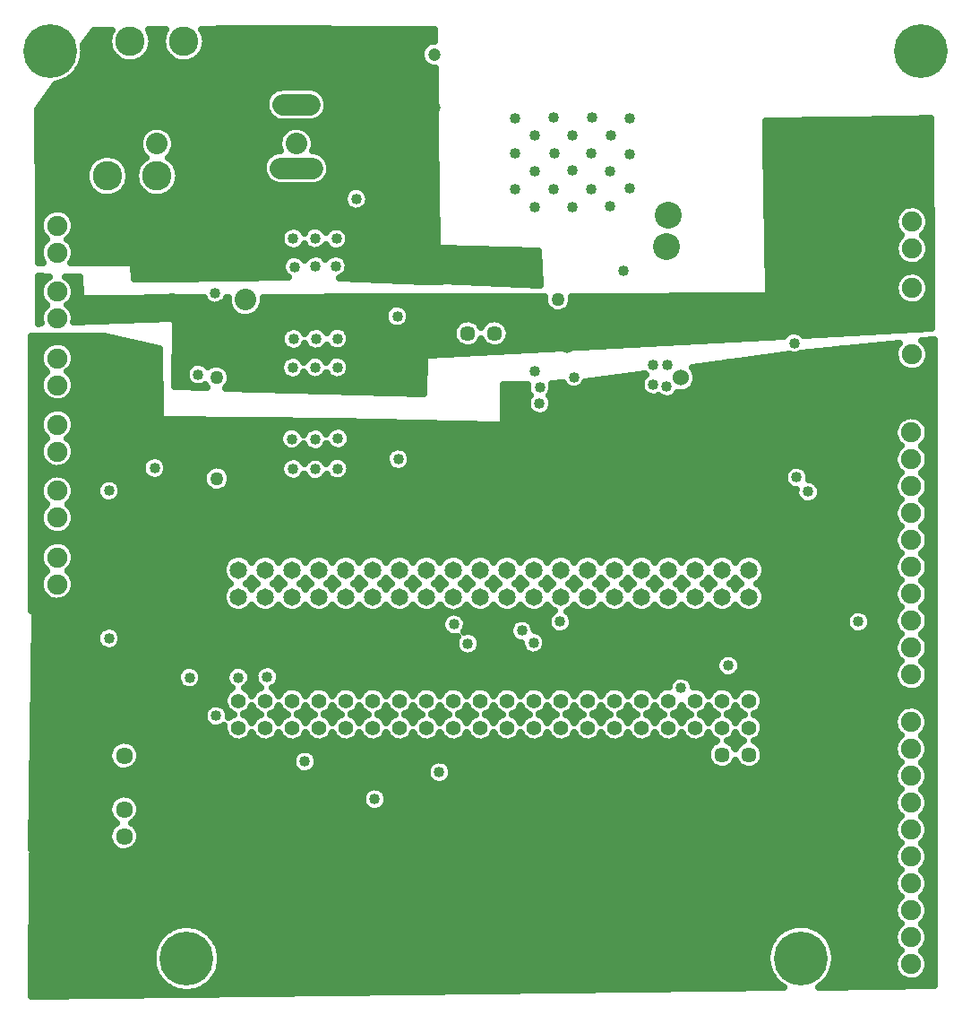
<source format=gbr>
G04 DipTrace 4.3.0.5*
G04 3 - Power Plane.gbr*
%MOIN*%
G04 #@! TF.FileFunction,Copper,L3,Inr*
G04 #@! TF.Part,Single*
%ADD24C,0.047244*%
%ADD36C,0.074803*%
%ADD39C,0.07874*%
%ADD42C,0.055039*%
%ADD45C,0.063386*%
%ADD48C,0.057087*%
%ADD52C,0.064961*%
%ADD53C,0.2*%
%ADD61C,0.109252*%
G04 #@! TA.AperFunction,ViaPad*
%ADD16C,0.05*%
%ADD17C,0.04*%
G04 #@! TA.AperFunction,CopperBalancing*
%ADD18C,0.025*%
G04 #@! TA.AperFunction,ViaPad*
%ADD19C,0.1*%
%ADD22C,0.08*%
%ADD66C,0.06*%
%ADD67C,0.16*%
%FSLAX26Y26*%
G04*
G70*
G90*
G75*
G01*
G04 Inner2_Plane*
%LPD*%
D17*
X746461Y1766060D3*
Y2315069D3*
D22*
X1444221Y3605070D3*
X925730D3*
D17*
X2770310Y2784490D3*
X2330451Y3504090D3*
X2823581Y2782239D3*
X2771951Y2709420D3*
X2822230Y2703340D3*
X1432340Y3253300D3*
X2612210Y3504529D3*
X2257621Y3437780D3*
X1513721Y3253789D3*
X2402501Y3436430D3*
X2259280Y3701010D3*
X1593020Y3251570D3*
X1515201Y3149420D3*
X2683710Y3566949D3*
X1795491Y3491670D3*
X3406901Y3179529D3*
X1590801Y3150520D3*
X2613351Y3634949D3*
X2470541Y3636760D3*
X2471041Y3507680D3*
X1436650Y3147940D3*
X2402001Y3701910D3*
X1433161Y2879990D3*
X2542771Y3703120D3*
X1517210Y2880239D3*
X1596331Y2880899D3*
X2331810Y3635369D3*
X2258390Y3569250D3*
X1430310Y2773100D3*
X2403210Y3569239D3*
X2685161Y3699470D3*
X1514401Y2773819D3*
X2540340Y3569650D3*
X1596331Y2773810D3*
X1427541Y2507980D3*
X2685970Y3438210D3*
X1513741Y2506070D3*
X2329791Y3370060D3*
X1598020Y2509340D3*
X2470550Y3370060D3*
X1431431Y2396300D3*
X2611730Y3372490D3*
X2541150Y3436990D3*
X1514401Y2394999D3*
X1597371Y2397609D3*
X2326531Y1750550D3*
X2082611Y1747230D3*
D66*
X2452141Y2854960D3*
D17*
X1703131Y2707070D3*
X1763401Y2818030D3*
X2468791Y2928500D3*
X2348760Y2640090D3*
D19*
X2821130Y3223239D3*
D22*
X1255271Y3025060D3*
D16*
X1148291Y2360819D3*
X1147180Y2735630D3*
D17*
X1667176Y3400321D3*
X2661981Y3133730D3*
D16*
X2418360Y3027239D3*
D17*
X2349390Y2699940D3*
X1823235Y2432549D3*
X1819487Y2964171D3*
D19*
X2827801Y3338990D3*
D66*
X2875431Y2735520D3*
D17*
X2476911Y2737819D3*
X2329741Y2759960D3*
X2472428Y2674010D3*
X1780259Y2336919D3*
X1986701Y3140999D3*
D19*
X2213751Y3161899D3*
D17*
X2538230Y3019170D3*
X2570981Y2893130D3*
D67*
X3732661Y3484919D3*
D17*
X1335043Y1623210D3*
X3535783Y1828214D3*
X2425523D3*
X2875302Y1581541D3*
X1735802Y1168915D3*
X1141630Y3050529D3*
X1079351Y2747279D3*
X916130Y2399449D3*
X1975302Y1269002D3*
X3051550Y1665090D3*
X3305701Y2364750D3*
X3348351Y2311670D3*
X2283771Y1795239D3*
X2030911Y1818050D3*
X1475302Y1308502D3*
X1145581Y1478220D3*
X1046558Y1621041D3*
X1228279D3*
X3296787Y2864533D3*
X3312696Y2648683D3*
D16*
X849710Y2842319D3*
D22*
X586251Y3583880D3*
D16*
X979860Y3027499D3*
D19*
X3130680Y2953449D3*
X458818Y2866291D2*
D18*
X526519D1*
X581201D2*
X828216D1*
X3782250D2*
X3815108D1*
X458890Y2841422D2*
X497543D1*
X610177D2*
X930916D1*
X3472246D2*
X3671786D1*
X3797303D2*
X3815126D1*
X458961Y2816553D2*
X488590D1*
X619113D2*
X931239D1*
X3233204D2*
X3668951D1*
X3800156D2*
X3815143D1*
X459051Y2791684D2*
X490169D1*
X617552D2*
X931562D1*
X3052401D2*
X3676397D1*
X3792692D2*
X3815143D1*
X459123Y2766815D2*
X503266D1*
X604454D2*
X931885D1*
X2924295D2*
X3700852D1*
X3768255D2*
X3815161D1*
X459195Y2741947D2*
X497884D1*
X609854D2*
X932226D1*
X2690814D2*
X2737021D1*
X2933499D2*
X3815179D1*
X459266Y2717078D2*
X488679D1*
X619059D2*
X932549D1*
X2520400D2*
X2724157D1*
X2930736D2*
X3815197D1*
X459356Y2692209D2*
X490043D1*
X617695D2*
X932872D1*
X2215779D2*
X2301620D1*
X2397174D2*
X2468966D1*
X2484857D2*
X2726866D1*
X2913332D2*
X3815215D1*
X459428Y2667340D2*
X502836D1*
X604902D2*
X933195D1*
X2215905D2*
X2309282D1*
X2388239D2*
X2751034D1*
X2853262D2*
X3815233D1*
X459500Y2642472D2*
X933518D1*
X2216031D2*
X2300382D1*
X2397138D2*
X3815233D1*
X459572Y2617603D2*
X522213D1*
X584843D2*
X933859D1*
X2216156D2*
X2306213D1*
X2391307D2*
X3815251D1*
X459661Y2592734D2*
X496107D1*
X610949D2*
X934182D1*
X2216282D2*
X3713053D1*
X3751300D2*
X3815269D1*
X459733Y2567865D2*
X488051D1*
X619005D2*
X1799834D1*
X2216102D2*
X3677725D1*
X3786610D2*
X3815287D1*
X459805Y2542997D2*
X490366D1*
X616690D2*
X1395311D1*
X1459771D2*
X1483927D1*
X1543561D2*
X1564254D1*
X1631782D2*
X3667372D1*
X3796980D2*
X3815305D1*
X459877Y2518128D2*
X504594D1*
X602462D2*
X1380240D1*
X1645598D2*
X3667785D1*
X3796550D2*
X3815323D1*
X459966Y2493259D2*
X496412D1*
X610644D2*
X1381532D1*
X1643552D2*
X3679268D1*
X3785067D2*
X3815323D1*
X460038Y2468390D2*
X488105D1*
X618951D2*
X1401753D1*
X1453330D2*
X1484968D1*
X1542502D2*
X1574714D1*
X1621322D2*
X1792011D1*
X1854462D2*
X3678102D1*
X3786233D2*
X3815341D1*
X460110Y2443522D2*
X490205D1*
X616852D2*
X900684D1*
X931574D2*
X1776132D1*
X1870340D2*
X3667462D1*
X3796873D2*
X3815359D1*
X460199Y2418653D2*
X504110D1*
X602947D2*
X871905D1*
X960353D2*
X1388798D1*
X1640699D2*
X1776958D1*
X1869515D2*
X3667677D1*
X3796657D2*
X3815377D1*
X460271Y2393784D2*
X868047D1*
X964211D2*
X1106964D1*
X1189617D2*
X1383075D1*
X1645652D2*
X1796102D1*
X1850371D2*
X3267605D1*
X3343799D2*
X3678873D1*
X3785461D2*
X3815395D1*
X460343Y2368915D2*
X518481D1*
X590172D2*
X879315D1*
X952943D2*
X1095499D1*
X1201082D2*
X1392046D1*
X1635747D2*
X3257449D1*
X3353954D2*
X3678479D1*
X3785856D2*
X3815413D1*
X460415Y2344046D2*
X495497D1*
X613138D2*
X708327D1*
X784593D2*
X1097706D1*
X1198875D2*
X3262204D1*
X3383433D2*
X3667570D1*
X3796783D2*
X3815413D1*
X460504Y2319178D2*
X488626D1*
X620028D2*
X698207D1*
X794712D2*
X1116455D1*
X1180126D2*
X3297460D1*
X3396172D2*
X3667570D1*
X3796765D2*
X3815431D1*
X460576Y2294309D2*
X491981D1*
X616655D2*
X702980D1*
X789939D2*
X3303327D1*
X3393373D2*
X3678497D1*
X3785856D2*
X3815449D1*
X460648Y2269440D2*
X507895D1*
X600740D2*
X738685D1*
X754235D2*
X3327782D1*
X3368918D2*
X3678873D1*
X3785479D2*
X3815466D1*
X460720Y2244571D2*
X495784D1*
X612869D2*
X3667677D1*
X3796675D2*
X3815484D1*
X460810Y2219703D2*
X488661D1*
X619992D2*
X3667462D1*
X3796873D2*
X3815502D1*
X460881Y2194834D2*
X491801D1*
X616834D2*
X3678120D1*
X3786233D2*
X3815502D1*
X460953Y2169965D2*
X507357D1*
X601278D2*
X3679268D1*
X3785085D2*
X3815520D1*
X461025Y2145096D2*
X3667785D1*
X3796550D2*
X3815538D1*
X461115Y2120228D2*
X516292D1*
X591966D2*
X3667372D1*
X3796980D2*
X3815556D1*
X461186Y2095359D2*
X494672D1*
X613586D2*
X3677743D1*
X3786592D2*
X3815574D1*
X461258Y2070490D2*
X488356D1*
X619902D2*
X1195275D1*
X1261816D2*
X1295266D1*
X1361808D2*
X1395275D1*
X1461817D2*
X1495267D1*
X1561808D2*
X1595258D1*
X1661817D2*
X1695267D1*
X1761809D2*
X1795259D1*
X1861818D2*
X1895268D1*
X1961809D2*
X1995259D1*
X2061818D2*
X2095268D1*
X2161810D2*
X2195260D1*
X2261819D2*
X2295269D1*
X2361810D2*
X2395260D1*
X2461819D2*
X2495269D1*
X2561811D2*
X2595261D1*
X2661820D2*
X2695270D1*
X2761811D2*
X2795261D1*
X2861820D2*
X2895270D1*
X2961812D2*
X2995262D1*
X3061821D2*
X3095271D1*
X3161812D2*
X3679663D1*
X3784672D2*
X3815592D1*
X461330Y2045621D2*
X492250D1*
X616009D2*
X1173152D1*
X3183935D2*
X3667911D1*
X3796442D2*
X3815592D1*
X461420Y2020752D2*
X509080D1*
X599179D2*
X1167626D1*
X3189461D2*
X3667283D1*
X3797070D2*
X3815610D1*
X461491Y1995884D2*
X494923D1*
X613335D2*
X1173224D1*
X3183863D2*
X3677384D1*
X3786969D2*
X3815628D1*
X461563Y1971015D2*
X488374D1*
X619884D2*
X1195544D1*
X1261529D2*
X1295553D1*
X1361538D2*
X1395545D1*
X1461530D2*
X1495554D1*
X1561539D2*
X1595545D1*
X1661530D2*
X1695554D1*
X1761522D2*
X1795546D1*
X1861531D2*
X1895555D1*
X1961522D2*
X1995546D1*
X2061531D2*
X2095555D1*
X2161523D2*
X2195547D1*
X2261532D2*
X2295556D1*
X2361523D2*
X2395547D1*
X2461532D2*
X2495556D1*
X2561524D2*
X2595548D1*
X2661533D2*
X2695557D1*
X2761524D2*
X2795548D1*
X2861533D2*
X2895557D1*
X2961525D2*
X2995549D1*
X3061534D2*
X3095558D1*
X3161525D2*
X3680075D1*
X3784259D2*
X3815646D1*
X461635Y1946146D2*
X492070D1*
X616188D2*
X1173386D1*
X3183684D2*
X3668018D1*
X3796316D2*
X3815664D1*
X461725Y1921277D2*
X508505D1*
X599753D2*
X1167626D1*
X3189461D2*
X3667193D1*
X3797160D2*
X3815682D1*
X461796Y1896409D2*
X1172991D1*
X3184096D2*
X3677025D1*
X3787309D2*
X3815682D1*
X461868Y1871540D2*
X752016D1*
X1039316D2*
X1194719D1*
X1262373D2*
X1294710D1*
X1362364D2*
X1394719D1*
X1462373D2*
X1494711D1*
X1562364D2*
X1594702D1*
X1662374D2*
X1694711D1*
X1762365D2*
X1794702D1*
X1862374D2*
X1894712D1*
X1962365D2*
X1994703D1*
X2062375D2*
X2094712D1*
X2162366D2*
X2194703D1*
X2262375D2*
X2294713D1*
X2362366D2*
X2394704D1*
X2462376D2*
X2494713D1*
X2562367D2*
X2594704D1*
X2662376D2*
X2694714D1*
X2762367D2*
X2794705D1*
X2862377D2*
X2894714D1*
X2962368D2*
X2994705D1*
X3062377D2*
X3094715D1*
X3162368D2*
X3518022D1*
X3553542D2*
X3680506D1*
X3783847D2*
X3815700D1*
X1174277Y1846671D2*
X1992478D1*
X2069336D2*
X2380960D1*
X2470091D2*
X3491217D1*
X3580347D2*
X3668144D1*
X3796191D2*
X3815718D1*
X1163043Y1821802D2*
X1982628D1*
X2079186D2*
X2243793D1*
X2323737D2*
X2377533D1*
X2473500D2*
X3487808D1*
X3583774D2*
X3667103D1*
X3797249D2*
X3815736D1*
X1156299Y1796934D2*
X1987616D1*
X2074198D2*
X2235360D1*
X2332170D2*
X2389393D1*
X2461658D2*
X3499650D1*
X3571915D2*
X3676684D1*
X3787668D2*
X3815754D1*
X1153841Y1772065D2*
X2041478D1*
X2123754D2*
X2241604D1*
X2369615D2*
X3680937D1*
X3783416D2*
X3815771D1*
X1151365Y1747196D2*
X2034175D1*
X2131039D2*
X2278224D1*
X2374836D2*
X3668287D1*
X3796065D2*
X3815771D1*
X1148907Y1722327D2*
X2041514D1*
X2123701D2*
X2287787D1*
X2365273D2*
X3667014D1*
X3797321D2*
X3815789D1*
X1146449Y1697459D2*
X3016451D1*
X3086635D2*
X3676343D1*
X3788009D2*
X3815807D1*
X1127143Y1672590D2*
X3003730D1*
X3099374D2*
X3681367D1*
X3782967D2*
X3815825D1*
X1125223Y1647721D2*
X1188385D1*
X1268168D2*
X1293687D1*
X1376395D2*
X3006529D1*
X3096575D2*
X3668413D1*
X3795922D2*
X3815843D1*
X1123321Y1622852D2*
X1179881D1*
X1276672D2*
X1286618D1*
X1383482D2*
X2852730D1*
X2897884D2*
X3031002D1*
X3072102D2*
X3666942D1*
X3797393D2*
X3815861D1*
X1121419Y1597983D2*
X1186053D1*
X1270500D2*
X1294154D1*
X1375928D2*
X2829907D1*
X2920688D2*
X3676003D1*
X3788332D2*
X3815861D1*
X1119518Y1573115D2*
X1188798D1*
X1267755D2*
X1288789D1*
X1367764D2*
X1388798D1*
X1467756D2*
X1488790D1*
X1567765D2*
X1588799D1*
X1667756D2*
X1688790D1*
X1767765D2*
X1788799D1*
X1867757D2*
X1888791D1*
X1967766D2*
X1988800D1*
X2067757D2*
X2088791D1*
X2167766D2*
X2188800D1*
X2267758D2*
X2288792D1*
X2367767D2*
X2388801D1*
X2467758D2*
X2488792D1*
X2567767D2*
X2588801D1*
X2667759D2*
X2688793D1*
X2767768D2*
X2788802D1*
X2967768D2*
X2988802D1*
X3067760D2*
X3088794D1*
X3167769D2*
X3705410D1*
X3758925D2*
X3815879D1*
X1117616Y1548246D2*
X1174121D1*
X3182446D2*
X3815897D1*
X1115696Y1523377D2*
X1134667D1*
X1156496D2*
X1173493D1*
X3183056D2*
X3815915D1*
X1270285Y1498508D2*
X1286277D1*
X1370276D2*
X1386286D1*
X1470285D2*
X1486278D1*
X1570277D2*
X1586287D1*
X1670286D2*
X1686278D1*
X1770277D2*
X1786270D1*
X1870287D2*
X1886279D1*
X1970278D2*
X1986270D1*
X2070287D2*
X2086279D1*
X2170278D2*
X2186271D1*
X2270288D2*
X2286280D1*
X2370279D2*
X2386271D1*
X2470288D2*
X2486280D1*
X2570279D2*
X2586272D1*
X2670289D2*
X2686281D1*
X2770280D2*
X2786272D1*
X2870289D2*
X2886281D1*
X2970280D2*
X2986273D1*
X3070290D2*
X3086282D1*
X3170281D2*
X3682964D1*
X3780474D2*
X3815933D1*
X1267199Y1473640D2*
X1289345D1*
X1367208D2*
X1389355D1*
X1467199D2*
X1489346D1*
X1567209D2*
X1589355D1*
X1667200D2*
X1689346D1*
X1767209D2*
X1789356D1*
X1867200D2*
X1889347D1*
X1967210D2*
X1989356D1*
X2067201D2*
X2089347D1*
X2167210D2*
X2189357D1*
X2267202D2*
X2289348D1*
X2367211D2*
X2389357D1*
X2467202D2*
X2489348D1*
X2567211D2*
X2589358D1*
X2667203D2*
X2689349D1*
X2767212D2*
X2789358D1*
X2867203D2*
X2889349D1*
X2967212D2*
X2989359D1*
X3067204D2*
X3089350D1*
X3167213D2*
X3668610D1*
X3794827D2*
X3815951D1*
X3182302Y1448771D2*
X3666224D1*
X3797231D2*
X3815951D1*
X1143757Y1423902D2*
X1173386D1*
X3183163D2*
X3674190D1*
X3789247D2*
X3815969D1*
X1153518Y1399033D2*
X1185802D1*
X1270751D2*
X1285811D1*
X1370761D2*
X1385802D1*
X1470752D2*
X1485811D1*
X1570761D2*
X1585803D1*
X1670753D2*
X1685812D1*
X1770762D2*
X1785803D1*
X1870753D2*
X1885812D1*
X1970762D2*
X1985804D1*
X2070754D2*
X2085813D1*
X2170763D2*
X2185804D1*
X2270754D2*
X2285813D1*
X2370745D2*
X2385805D1*
X2470755D2*
X2485814D1*
X2570746D2*
X2585805D1*
X2670755D2*
X2685814D1*
X2770746D2*
X2785806D1*
X2870756D2*
X2885815D1*
X2970747D2*
X2985806D1*
X3070756D2*
X3085797D1*
X3170747D2*
X3683449D1*
X3779989D2*
X3815987D1*
X1163278Y1374165D2*
X2988462D1*
X3068065D2*
X3088471D1*
X3168056D2*
X3668772D1*
X3794666D2*
X3816005D1*
X1173057Y1349296D2*
X1451685D1*
X1498921D2*
X2973336D1*
X3183181D2*
X3666170D1*
X3797267D2*
X3816023D1*
X1134750Y1324427D2*
X1429724D1*
X1520882D2*
X2972224D1*
X3184312D2*
X3673885D1*
X3789552D2*
X3816041D1*
X1088855Y1299558D2*
X1427751D1*
X1522856D2*
X1938508D1*
X2012101D2*
X2983940D1*
X3072586D2*
X3083931D1*
X3172595D2*
X3683969D1*
X3779469D2*
X3816041D1*
X1042959Y1274690D2*
X1441710D1*
X1508897D2*
X1927223D1*
X2023386D2*
X3668951D1*
X3794504D2*
X3816059D1*
X997045Y1249821D2*
X1931062D1*
X2019547D2*
X3666116D1*
X3797321D2*
X3816076D1*
X951149Y1224952D2*
X1959788D1*
X1990822D2*
X3673598D1*
X3789839D2*
X3816094D1*
X905235Y1200083D2*
X1699555D1*
X1772036D2*
X3684489D1*
X3778948D2*
X3816112D1*
X859339Y1175214D2*
X1687803D1*
X1783806D2*
X3669113D1*
X3794325D2*
X3816130D1*
X859734Y1150346D2*
X1691284D1*
X1780307D2*
X3666081D1*
X3797357D2*
X3816130D1*
X862910Y1125477D2*
X1718377D1*
X1753232D2*
X3673329D1*
X3790126D2*
X3816148D1*
X721616Y1100608D2*
X751441D1*
X854621D2*
X3685009D1*
X3778428D2*
X3816166D1*
X675720Y1075739D2*
X764467D1*
X841595D2*
X3669292D1*
X3794145D2*
X3816184D1*
X629806Y1050871D2*
X746525D1*
X859537D2*
X3666045D1*
X3797411D2*
X3816202D1*
X583910Y1026002D2*
X743098D1*
X862964D2*
X3673042D1*
X3790396D2*
X3816220D1*
X537996Y1001133D2*
X751118D1*
X854943D2*
X3685566D1*
X3777872D2*
X3816220D1*
X492101Y976264D2*
X781889D1*
X824173D2*
X3669472D1*
X3793966D2*
X3816238D1*
X464541Y951396D2*
X3666009D1*
X3797447D2*
X3816256D1*
X464380Y926527D2*
X3672773D1*
X3790665D2*
X3816274D1*
X464201Y901658D2*
X3686122D1*
X3777316D2*
X3816292D1*
X464021Y876789D2*
X3669669D1*
X3793787D2*
X3816310D1*
X463860Y851920D2*
X3665973D1*
X3797465D2*
X3816310D1*
X463680Y827052D2*
X3672504D1*
X3790934D2*
X3816328D1*
X463501Y802183D2*
X3686696D1*
X3776742D2*
X3816346D1*
X463321Y777314D2*
X3669848D1*
X3793589D2*
X3816364D1*
X463160Y752445D2*
X3665955D1*
X3797501D2*
X3816382D1*
X462981Y727577D2*
X3672253D1*
X3791185D2*
X3816399D1*
X462801Y702708D2*
X3301784D1*
X3340982D2*
X3687288D1*
X3776167D2*
X3816399D1*
X462640Y677839D2*
X958583D1*
X1112592D2*
X3242199D1*
X3400550D2*
X3670046D1*
X3793392D2*
X3816417D1*
X462460Y652970D2*
X933177D1*
X1137998D2*
X3217744D1*
X3425023D2*
X3665919D1*
X3797519D2*
X3816435D1*
X462281Y628102D2*
X918303D1*
X1152890D2*
X3203372D1*
X3439394D2*
X3672001D1*
X3791436D2*
X3816453D1*
X462101Y603233D2*
X910067D1*
X1161107D2*
X3195513D1*
X3447253D2*
X3687880D1*
X3775557D2*
X3816471D1*
X461940Y578364D2*
X907179D1*
X1164014D2*
X3192948D1*
X3449819D2*
X3670261D1*
X3793194D2*
X3816489D1*
X461760Y553495D2*
X909242D1*
X1161933D2*
X3195352D1*
X3447414D2*
X3665919D1*
X3797536D2*
X3816489D1*
X461581Y528627D2*
X916527D1*
X1154648D2*
X3203013D1*
X3439753D2*
X3671750D1*
X3791687D2*
X3816507D1*
X461420Y503758D2*
X930163D1*
X1141030D2*
X3217116D1*
X3425651D2*
X3692348D1*
X3771090D2*
X3816525D1*
X461240Y478889D2*
X953290D1*
X1117885D2*
X3241104D1*
X3401644D2*
X3816543D1*
X461061Y454020D2*
X1003025D1*
X1068167D2*
X1944644D1*
X616527Y2798875D2*
X614526Y2789847D1*
X611233Y2781208D1*
X606716Y2773140D1*
X601073Y2765815D1*
X594423Y2759390D1*
X592640Y2758112D1*
X594329Y2756755D1*
X600993Y2750344D1*
X606652Y2743032D1*
X611186Y2734973D1*
X614498Y2726341D1*
X616518Y2717318D1*
X617203Y2708029D1*
X616538Y2698875D1*
X614537Y2689847D1*
X611244Y2681208D1*
X606727Y2673140D1*
X601084Y2665815D1*
X594434Y2659390D1*
X586920Y2654002D1*
X578702Y2649765D1*
X569954Y2646771D1*
X560863Y2645081D1*
X551623Y2644734D1*
X542431Y2645735D1*
X533483Y2648064D1*
X524970Y2651671D1*
X517072Y2656480D1*
X509958Y2662386D1*
X503781Y2669266D1*
X498671Y2676972D1*
X494737Y2685340D1*
X492063Y2694191D1*
X490707Y2703338D1*
X490697Y2712584D1*
X492034Y2721733D1*
X494688Y2730590D1*
X498604Y2738967D1*
X503697Y2746683D1*
X509860Y2753576D1*
X515096Y2757943D1*
X509947Y2762386D1*
X503770Y2769266D1*
X498659Y2776972D1*
X494726Y2785340D1*
X492052Y2794191D1*
X490696Y2803338D1*
X490686Y2812584D1*
X492023Y2821733D1*
X494677Y2830590D1*
X498593Y2838967D1*
X503686Y2846683D1*
X509849Y2853576D1*
X516950Y2859499D1*
X524837Y2864324D1*
X533343Y2867949D1*
X542286Y2870298D1*
X551476Y2871319D1*
X560716Y2870991D1*
X569811Y2869322D1*
X578565Y2866345D1*
X586793Y2862127D1*
X594318Y2856755D1*
X600982Y2850344D1*
X606641Y2843032D1*
X611175Y2834973D1*
X614487Y2826341D1*
X616507Y2817318D1*
X617192Y2808029D1*
X616527Y2798875D1*
X1167832Y1830022D2*
X1171883Y1834408D1*
X1173437Y1840168D1*
X1172144Y1845992D1*
X1168299Y1850553D1*
X1162778Y1852813D1*
X976891Y1880448D1*
X965589Y1881885D1*
X686847Y1868223D1*
X459373Y1870803D1*
X456239Y2891062D1*
X728107Y2888951D1*
X933382Y2843622D1*
X936550Y2602474D1*
X936751Y2591932D1*
X938818Y2586336D1*
X943244Y2582335D1*
X949019Y2580841D1*
X1594956Y2572995D1*
X2191886Y2558230D1*
X2203012Y2558105D1*
X2208572Y2560268D1*
X2212496Y2564762D1*
X2213890Y2570562D1*
X2213190Y2708828D1*
X2305060Y2711269D1*
X2303680Y2704464D1*
X2303705Y2695170D1*
X2305601Y2686072D1*
X2309289Y2677541D1*
X2314267Y2670336D1*
X2313828Y2669916D1*
X2308539Y2662273D1*
X2304897Y2653723D1*
X2303050Y2644614D1*
X2303075Y2635320D1*
X2304971Y2626221D1*
X2308659Y2617690D1*
X2313989Y2610076D1*
X2320742Y2603691D1*
X2328643Y2598796D1*
X2337367Y2595592D1*
X2346557Y2594209D1*
X2355838Y2594705D1*
X2364829Y2597059D1*
X2373162Y2601174D1*
X2380496Y2606883D1*
X2386531Y2613951D1*
X2391020Y2622089D1*
X2393778Y2630965D1*
X2394694Y2640213D1*
X2393728Y2649457D1*
X2390922Y2658317D1*
X2386390Y2666431D1*
X2383772Y2669832D1*
X2387161Y2673801D1*
X2391650Y2681940D1*
X2394408Y2690815D1*
X2395323Y2700064D1*
X2394358Y2709307D1*
X2393247Y2713607D1*
X2437263Y2714773D1*
X2442140Y2707806D1*
X2448893Y2701421D1*
X2456794Y2696526D1*
X2465518Y2693322D1*
X2474708Y2691939D1*
X2483989Y2692435D1*
X2492980Y2694788D1*
X2501313Y2698904D1*
X2508647Y2704613D1*
X2514682Y2711681D1*
X2518642Y2718609D1*
X2741111Y2749208D1*
X2742292Y2748092D1*
X2744681Y2746373D1*
X2743737Y2745668D1*
X2737018Y2739246D1*
X2731729Y2731604D1*
X2728087Y2723053D1*
X2726241Y2713945D1*
X2726266Y2704651D1*
X2728161Y2695552D1*
X2731849Y2687021D1*
X2737179Y2679407D1*
X2743932Y2673022D1*
X2751833Y2668127D1*
X2760557Y2664923D1*
X2769748Y2663540D1*
X2779028Y2664036D1*
X2788019Y2666389D1*
X2792649Y2668420D1*
X2794212Y2666942D1*
X2802112Y2662047D1*
X2810837Y2658843D1*
X2820027Y2657460D1*
X2829308Y2657956D1*
X2838299Y2660309D1*
X2846632Y2664425D1*
X2853966Y2670134D1*
X2860001Y2677202D1*
X2862463Y2681167D1*
X2870874Y2679773D1*
X2880112Y2679783D1*
X2889222Y2681314D1*
X2897956Y2684323D1*
X2906076Y2688729D1*
X2913359Y2694411D1*
X2919608Y2701214D1*
X2924652Y2708953D1*
X2928354Y2717417D1*
X2930612Y2726375D1*
X2931364Y2735582D1*
X2930591Y2744788D1*
X2928314Y2753740D1*
X2924593Y2762196D1*
X2919532Y2769924D1*
X2916636Y2773354D1*
X3235454Y2817208D1*
X3280443Y2821854D1*
X3285393Y2820036D1*
X3294584Y2818653D1*
X3303864Y2819149D1*
X3312855Y2821502D1*
X3321188Y2825618D1*
X3322029Y2826155D1*
X3687358Y2863916D1*
X3684379Y2860584D1*
X3679286Y2852867D1*
X3675370Y2844491D1*
X3672716Y2835634D1*
X3671380Y2826485D1*
X3671389Y2817239D1*
X3672746Y2808092D1*
X3675419Y2799241D1*
X3679353Y2790873D1*
X3684463Y2783167D1*
X3690640Y2776287D1*
X3697754Y2770380D1*
X3705652Y2765572D1*
X3714165Y2761965D1*
X3723113Y2759636D1*
X3732305Y2758635D1*
X3741545Y2758982D1*
X3750636Y2760671D1*
X3759384Y2763666D1*
X3767602Y2767903D1*
X3775116Y2773291D1*
X3781766Y2779716D1*
X3787409Y2787040D1*
X3791926Y2795108D1*
X3795220Y2803748D1*
X3797220Y2812775D1*
X3797885Y2821998D1*
X3797200Y2831219D1*
X3795180Y2840242D1*
X3791868Y2848874D1*
X3787334Y2856933D1*
X3781675Y2864245D1*
X3775012Y2870655D1*
X3772182Y2872675D1*
X3817599Y2877381D1*
X3819051Y476351D1*
X3388143Y471210D1*
X3394668Y475528D1*
X3401948Y481151D1*
X3408799Y487290D1*
X3415182Y493913D1*
X3421066Y500984D1*
X3426417Y508466D1*
X3431208Y516319D1*
X3435413Y524500D1*
X3439010Y532966D1*
X3441979Y541673D1*
X3444305Y550572D1*
X3445975Y559618D1*
X3446980Y568762D1*
X3447314Y577955D1*
X3446977Y587147D1*
X3445970Y596290D1*
X3444298Y605336D1*
X3441971Y614235D1*
X3439000Y622941D1*
X3435401Y631406D1*
X3431194Y639587D1*
X3426401Y647438D1*
X3421048Y654919D1*
X3415163Y661989D1*
X3408778Y668610D1*
X3401926Y674748D1*
X3394645Y680369D1*
X3386973Y685443D1*
X3378950Y689945D1*
X3370621Y693848D1*
X3362029Y697133D1*
X3353220Y699782D1*
X3344241Y701781D1*
X3335140Y703120D1*
X3325966Y703790D1*
X3316767Y703789D1*
X3307593Y703116D1*
X3298493Y701776D1*
X3289514Y699775D1*
X3280706Y697124D1*
X3272115Y693837D1*
X3263786Y689931D1*
X3255765Y685428D1*
X3248094Y680352D1*
X3240814Y674729D1*
X3233964Y668590D1*
X3227580Y661967D1*
X3221697Y654896D1*
X3216345Y647414D1*
X3211554Y639562D1*
X3207349Y631380D1*
X3203752Y622914D1*
X3200783Y614208D1*
X3198457Y605308D1*
X3196788Y596262D1*
X3195783Y587118D1*
X3195448Y577926D1*
X3195785Y568733D1*
X3196792Y559590D1*
X3198464Y550544D1*
X3200791Y541645D1*
X3203762Y532939D1*
X3207361Y524474D1*
X3211568Y516294D1*
X3216361Y508442D1*
X3221714Y500962D1*
X3227599Y493892D1*
X3233984Y487270D1*
X3240836Y481133D1*
X3248117Y475512D1*
X3255790Y470437D1*
X3257109Y469647D1*
X458440Y436254D1*
X462124Y961379D1*
X747422Y1115951D1*
X750054Y1108112D1*
X754378Y1099907D1*
X759962Y1092503D1*
X766661Y1086090D1*
X774403Y1080775D1*
X774133Y1080646D1*
X766510Y1075365D1*
X759832Y1068929D1*
X754273Y1061506D1*
X749978Y1053287D1*
X747056Y1044485D1*
X745584Y1035329D1*
X745599Y1026055D1*
X747102Y1016904D1*
X750054Y1008112D1*
X754378Y999907D1*
X759962Y992503D1*
X766661Y986090D1*
X774302Y980835D1*
X782688Y976873D1*
X791600Y974308D1*
X800808Y973206D1*
X810074Y973595D1*
X819157Y975465D1*
X827823Y978769D1*
X835846Y983419D1*
X843020Y989297D1*
X849158Y996249D1*
X854102Y1004095D1*
X857722Y1012634D1*
X859926Y1021642D1*
X860657Y1030887D1*
X859895Y1040130D1*
X857660Y1049130D1*
X854011Y1057656D1*
X849041Y1065486D1*
X842879Y1072417D1*
X835686Y1078270D1*
X831498Y1080899D1*
X835846Y1083419D1*
X843020Y1089297D1*
X849158Y1096249D1*
X854102Y1104095D1*
X857722Y1112634D1*
X859926Y1121642D1*
X860657Y1130887D1*
X859895Y1140130D1*
X857660Y1149130D1*
X854011Y1157656D1*
X849041Y1165486D1*
X845901Y1169292D1*
X1162195Y1340646D1*
X1166600Y1344669D1*
X1168638Y1350276D1*
X1167846Y1356189D1*
X1137606Y1433207D1*
X1143378Y1432339D1*
X1152658Y1432835D1*
X1161649Y1435189D1*
X1169982Y1439304D1*
X1175806Y1443637D1*
X1175029Y1439162D1*
X1175010Y1430096D1*
X1176524Y1421157D1*
X1179527Y1412602D1*
X1183933Y1404678D1*
X1189614Y1397613D1*
X1196407Y1391609D1*
X1204118Y1386840D1*
X1212523Y1383442D1*
X1221382Y1381514D1*
X1230440Y1381111D1*
X1239435Y1382244D1*
X1248109Y1384881D1*
X1256213Y1388946D1*
X1263513Y1394322D1*
X1269800Y1400855D1*
X1274892Y1408356D1*
X1278375Y1415886D1*
X1279527Y1412602D1*
X1283933Y1404678D1*
X1289614Y1397613D1*
X1296407Y1391609D1*
X1304118Y1386840D1*
X1312523Y1383442D1*
X1321382Y1381514D1*
X1330440Y1381111D1*
X1339435Y1382244D1*
X1348109Y1384881D1*
X1356213Y1388946D1*
X1363513Y1394322D1*
X1369800Y1400855D1*
X1374892Y1408356D1*
X1378375Y1415886D1*
X1379527Y1412602D1*
X1383933Y1404678D1*
X1389614Y1397613D1*
X1396407Y1391609D1*
X1404118Y1386840D1*
X1412523Y1383442D1*
X1421382Y1381514D1*
X1430440Y1381111D1*
X1439435Y1382244D1*
X1448109Y1384881D1*
X1456213Y1388946D1*
X1463513Y1394322D1*
X1469800Y1400855D1*
X1474892Y1408356D1*
X1478375Y1415886D1*
X1479527Y1412602D1*
X1483933Y1404678D1*
X1489614Y1397613D1*
X1496407Y1391609D1*
X1504118Y1386840D1*
X1512523Y1383442D1*
X1521382Y1381514D1*
X1530440Y1381111D1*
X1539435Y1382244D1*
X1548109Y1384881D1*
X1556213Y1388946D1*
X1563513Y1394322D1*
X1569800Y1400855D1*
X1574892Y1408356D1*
X1578375Y1415886D1*
X1579527Y1412602D1*
X1583933Y1404678D1*
X1589614Y1397613D1*
X1596407Y1391609D1*
X1604118Y1386840D1*
X1612523Y1383442D1*
X1621382Y1381514D1*
X1630440Y1381111D1*
X1639435Y1382244D1*
X1648109Y1384881D1*
X1656213Y1388946D1*
X1663513Y1394322D1*
X1669800Y1400855D1*
X1674892Y1408356D1*
X1678375Y1415886D1*
X1679527Y1412602D1*
X1683933Y1404678D1*
X1689614Y1397613D1*
X1696407Y1391609D1*
X1704118Y1386840D1*
X1712523Y1383442D1*
X1721382Y1381514D1*
X1730440Y1381111D1*
X1739435Y1382244D1*
X1748109Y1384881D1*
X1756213Y1388946D1*
X1763513Y1394322D1*
X1769800Y1400855D1*
X1774892Y1408356D1*
X1778375Y1415886D1*
X1779527Y1412602D1*
X1783933Y1404678D1*
X1789614Y1397613D1*
X1796407Y1391609D1*
X1804118Y1386840D1*
X1812523Y1383442D1*
X1821382Y1381514D1*
X1830440Y1381111D1*
X1839435Y1382244D1*
X1848109Y1384881D1*
X1856213Y1388946D1*
X1863513Y1394322D1*
X1869800Y1400855D1*
X1874892Y1408356D1*
X1878375Y1415886D1*
X1879527Y1412602D1*
X1883933Y1404678D1*
X1889614Y1397613D1*
X1896407Y1391609D1*
X1904118Y1386840D1*
X1912523Y1383442D1*
X1921382Y1381514D1*
X1930440Y1381111D1*
X1939435Y1382244D1*
X1948109Y1384881D1*
X1956213Y1388946D1*
X1963513Y1394322D1*
X1969800Y1400855D1*
X1974892Y1408356D1*
X1978375Y1415886D1*
X1979527Y1412602D1*
X1983933Y1404678D1*
X1989614Y1397613D1*
X1996407Y1391609D1*
X2004118Y1386840D1*
X2012523Y1383442D1*
X2021382Y1381514D1*
X2030440Y1381111D1*
X2039435Y1382244D1*
X2048109Y1384881D1*
X2056213Y1388946D1*
X2063513Y1394322D1*
X2069800Y1400855D1*
X2074892Y1408356D1*
X2078375Y1415886D1*
X2079527Y1412602D1*
X2083933Y1404678D1*
X2089614Y1397613D1*
X2096407Y1391609D1*
X2104118Y1386840D1*
X2112523Y1383442D1*
X2121382Y1381514D1*
X2130440Y1381111D1*
X2139435Y1382244D1*
X2148109Y1384881D1*
X2156213Y1388946D1*
X2163513Y1394322D1*
X2169800Y1400855D1*
X2174892Y1408356D1*
X2178375Y1415886D1*
X2179527Y1412602D1*
X2183933Y1404678D1*
X2189614Y1397613D1*
X2196407Y1391609D1*
X2204118Y1386840D1*
X2212523Y1383442D1*
X2221382Y1381514D1*
X2230440Y1381111D1*
X2239435Y1382244D1*
X2248109Y1384881D1*
X2256213Y1388946D1*
X2263513Y1394322D1*
X2269800Y1400855D1*
X2274892Y1408356D1*
X2278375Y1415886D1*
X2279527Y1412602D1*
X2283933Y1404678D1*
X2289614Y1397613D1*
X2296407Y1391609D1*
X2304118Y1386840D1*
X2312523Y1383442D1*
X2321382Y1381514D1*
X2330440Y1381111D1*
X2339435Y1382244D1*
X2348109Y1384881D1*
X2356213Y1388946D1*
X2363513Y1394322D1*
X2369800Y1400855D1*
X2374892Y1408356D1*
X2378375Y1415886D1*
X2379527Y1412602D1*
X2383933Y1404678D1*
X2389614Y1397613D1*
X2396407Y1391609D1*
X2404118Y1386840D1*
X2412523Y1383442D1*
X2421382Y1381514D1*
X2430440Y1381111D1*
X2439435Y1382244D1*
X2448109Y1384881D1*
X2456213Y1388946D1*
X2463513Y1394322D1*
X2469800Y1400855D1*
X2474892Y1408356D1*
X2478375Y1415886D1*
X2479527Y1412602D1*
X2483933Y1404678D1*
X2489614Y1397613D1*
X2496407Y1391609D1*
X2504118Y1386840D1*
X2512523Y1383442D1*
X2521382Y1381514D1*
X2530440Y1381111D1*
X2539435Y1382244D1*
X2548109Y1384881D1*
X2556213Y1388946D1*
X2563513Y1394322D1*
X2569800Y1400855D1*
X2574892Y1408356D1*
X2578375Y1415886D1*
X2579527Y1412602D1*
X2583933Y1404678D1*
X2589614Y1397613D1*
X2596407Y1391609D1*
X2604118Y1386840D1*
X2612523Y1383442D1*
X2621382Y1381514D1*
X2630440Y1381111D1*
X2639435Y1382244D1*
X2648109Y1384881D1*
X2656213Y1388946D1*
X2663513Y1394322D1*
X2669800Y1400855D1*
X2674892Y1408356D1*
X2678375Y1415886D1*
X2679527Y1412602D1*
X2683933Y1404678D1*
X2689614Y1397613D1*
X2696407Y1391609D1*
X2704118Y1386840D1*
X2712523Y1383442D1*
X2721382Y1381514D1*
X2730440Y1381111D1*
X2739435Y1382244D1*
X2748109Y1384881D1*
X2756213Y1388946D1*
X2763513Y1394322D1*
X2769800Y1400855D1*
X2774892Y1408356D1*
X2778375Y1415886D1*
X2779527Y1412602D1*
X2783933Y1404678D1*
X2789614Y1397613D1*
X2796407Y1391609D1*
X2804118Y1386840D1*
X2812523Y1383442D1*
X2821382Y1381514D1*
X2830440Y1381111D1*
X2839435Y1382244D1*
X2848109Y1384881D1*
X2856213Y1388946D1*
X2863513Y1394322D1*
X2869800Y1400855D1*
X2874892Y1408356D1*
X2878375Y1415886D1*
X2879527Y1412602D1*
X2883933Y1404678D1*
X2889614Y1397613D1*
X2896407Y1391609D1*
X2904118Y1386840D1*
X2912523Y1383442D1*
X2921382Y1381514D1*
X2930440Y1381111D1*
X2939435Y1382244D1*
X2948109Y1384881D1*
X2956213Y1388946D1*
X2963513Y1394322D1*
X2969800Y1400855D1*
X2974892Y1408356D1*
X2978310Y1415692D1*
X2981825Y1408079D1*
X2986961Y1400609D1*
X2993287Y1394113D1*
X3000619Y1388781D1*
X3008306Y1384940D1*
X3003678Y1383074D1*
X2995816Y1378220D1*
X2988887Y1372108D1*
X2983091Y1364912D1*
X2978594Y1356840D1*
X2975527Y1348124D1*
X2973976Y1339015D1*
X2973987Y1329775D1*
X2975559Y1320670D1*
X2978648Y1311962D1*
X2983163Y1303901D1*
X2988977Y1296719D1*
X2995920Y1290622D1*
X3003794Y1285787D1*
X3012372Y1282352D1*
X3021406Y1280416D1*
X3030638Y1280035D1*
X3039802Y1281220D1*
X3048634Y1283936D1*
X3056879Y1288105D1*
X3064302Y1293608D1*
X3070687Y1300287D1*
X3075852Y1307948D1*
X3078307Y1312923D1*
X3078648Y1311962D1*
X3083163Y1303901D1*
X3088977Y1296719D1*
X3095920Y1290622D1*
X3103794Y1285787D1*
X3112372Y1282352D1*
X3121406Y1280416D1*
X3130638Y1280035D1*
X3139802Y1281220D1*
X3148634Y1283936D1*
X3156879Y1288105D1*
X3164302Y1293608D1*
X3170687Y1300287D1*
X3175852Y1307948D1*
X3179648Y1316372D1*
X3181966Y1325317D1*
X3182738Y1334460D1*
X3182695Y1336620D1*
X3181547Y1345788D1*
X3178867Y1354630D1*
X3174730Y1362893D1*
X3169256Y1370337D1*
X3162603Y1376749D1*
X3154962Y1381944D1*
X3148449Y1385052D1*
X3156213Y1388946D1*
X3163513Y1394322D1*
X3169800Y1400855D1*
X3174892Y1408356D1*
X3178643Y1416610D1*
X3180946Y1425379D1*
X3181733Y1434520D1*
X3181503Y1439479D1*
X3179899Y1448402D1*
X3176810Y1456926D1*
X3172326Y1464806D1*
X3166574Y1471814D1*
X3159720Y1477749D1*
X3151962Y1482441D1*
X3147067Y1484564D1*
X3148109Y1484881D1*
X3156213Y1488946D1*
X3163513Y1494322D1*
X3169800Y1500855D1*
X3174892Y1508356D1*
X3178643Y1516610D1*
X3180946Y1525379D1*
X3181733Y1534520D1*
X3180983Y1543446D1*
X3178716Y1552225D1*
X3174998Y1560494D1*
X3169937Y1568015D1*
X3163677Y1574574D1*
X3156399Y1579980D1*
X3148312Y1584078D1*
X3139648Y1586750D1*
X3130658Y1587920D1*
X3121599Y1587554D1*
X3112732Y1585662D1*
X3104313Y1582299D1*
X3096583Y1577561D1*
X3089765Y1571585D1*
X3084055Y1564543D1*
X3079617Y1556637D1*
X3078233Y1553299D1*
X3074998Y1560494D1*
X3069937Y1568015D1*
X3063677Y1574574D1*
X3056399Y1579980D1*
X3048312Y1584078D1*
X3039648Y1586750D1*
X3030658Y1587920D1*
X3021599Y1587554D1*
X3012732Y1585662D1*
X3004313Y1582299D1*
X2996583Y1577561D1*
X2989765Y1571585D1*
X2984055Y1564543D1*
X2979617Y1556637D1*
X2978233Y1553299D1*
X2974998Y1560494D1*
X2969937Y1568015D1*
X2963677Y1574574D1*
X2956399Y1579980D1*
X2948312Y1584078D1*
X2939648Y1586750D1*
X2930658Y1587920D1*
X2921599Y1587554D1*
X2920635Y1587415D1*
X2920270Y1590909D1*
X2917464Y1599769D1*
X2912932Y1607883D1*
X2906859Y1614918D1*
X2899494Y1620587D1*
X2891139Y1624658D1*
X2882136Y1626963D1*
X2872852Y1627409D1*
X2863669Y1625977D1*
X2854963Y1622726D1*
X2847089Y1617788D1*
X2840370Y1611367D1*
X2835081Y1603725D1*
X2831439Y1595174D1*
X2829817Y1587886D1*
X2821599Y1587554D1*
X2812732Y1585662D1*
X2804313Y1582299D1*
X2796583Y1577561D1*
X2789765Y1571585D1*
X2784055Y1564543D1*
X2779617Y1556637D1*
X2778233Y1553299D1*
X2774998Y1560494D1*
X2769937Y1568015D1*
X2763677Y1574574D1*
X2756399Y1579980D1*
X2748312Y1584078D1*
X2739648Y1586750D1*
X2730658Y1587920D1*
X2721599Y1587554D1*
X2712732Y1585662D1*
X2704313Y1582299D1*
X2696583Y1577561D1*
X2689765Y1571585D1*
X2684055Y1564543D1*
X2679617Y1556637D1*
X2678233Y1553299D1*
X2674998Y1560494D1*
X2669937Y1568015D1*
X2663677Y1574574D1*
X2656399Y1579980D1*
X2648312Y1584078D1*
X2639648Y1586750D1*
X2630658Y1587920D1*
X2621599Y1587554D1*
X2612732Y1585662D1*
X2604313Y1582299D1*
X2596583Y1577561D1*
X2589765Y1571585D1*
X2584055Y1564543D1*
X2579617Y1556637D1*
X2578233Y1553299D1*
X2574998Y1560494D1*
X2569937Y1568015D1*
X2563677Y1574574D1*
X2556399Y1579980D1*
X2548312Y1584078D1*
X2539648Y1586750D1*
X2530658Y1587920D1*
X2521599Y1587554D1*
X2512732Y1585662D1*
X2504313Y1582299D1*
X2496583Y1577561D1*
X2489765Y1571585D1*
X2484055Y1564543D1*
X2479617Y1556637D1*
X2478233Y1553299D1*
X2474998Y1560494D1*
X2469937Y1568015D1*
X2463677Y1574574D1*
X2456399Y1579980D1*
X2448312Y1584078D1*
X2439648Y1586750D1*
X2430658Y1587920D1*
X2421599Y1587554D1*
X2412732Y1585662D1*
X2404313Y1582299D1*
X2396583Y1577561D1*
X2389765Y1571585D1*
X2384055Y1564543D1*
X2379617Y1556637D1*
X2378233Y1553299D1*
X2374998Y1560494D1*
X2369937Y1568015D1*
X2363677Y1574574D1*
X2356399Y1579980D1*
X2348312Y1584078D1*
X2339648Y1586750D1*
X2330658Y1587920D1*
X2321599Y1587554D1*
X2312732Y1585662D1*
X2304313Y1582299D1*
X2296583Y1577561D1*
X2289765Y1571585D1*
X2284055Y1564543D1*
X2279617Y1556637D1*
X2278233Y1553299D1*
X2274998Y1560494D1*
X2269937Y1568015D1*
X2263677Y1574574D1*
X2256399Y1579980D1*
X2248312Y1584078D1*
X2239648Y1586750D1*
X2230658Y1587920D1*
X2221599Y1587554D1*
X2212732Y1585662D1*
X2204313Y1582299D1*
X2196583Y1577561D1*
X2189765Y1571585D1*
X2184055Y1564543D1*
X2179617Y1556637D1*
X2178233Y1553299D1*
X2174998Y1560494D1*
X2169937Y1568015D1*
X2163677Y1574574D1*
X2156399Y1579980D1*
X2148312Y1584078D1*
X2139648Y1586750D1*
X2130658Y1587920D1*
X2121599Y1587554D1*
X2112732Y1585662D1*
X2104313Y1582299D1*
X2096583Y1577561D1*
X2089765Y1571585D1*
X2084055Y1564543D1*
X2079617Y1556637D1*
X2078233Y1553299D1*
X2074998Y1560494D1*
X2069937Y1568015D1*
X2063677Y1574574D1*
X2056399Y1579980D1*
X2048312Y1584078D1*
X2039648Y1586750D1*
X2030658Y1587920D1*
X2021599Y1587554D1*
X2012732Y1585662D1*
X2004313Y1582299D1*
X1996583Y1577561D1*
X1989765Y1571585D1*
X1984055Y1564543D1*
X1979617Y1556637D1*
X1978233Y1553299D1*
X1974998Y1560494D1*
X1969937Y1568015D1*
X1963677Y1574574D1*
X1956399Y1579980D1*
X1948312Y1584078D1*
X1939648Y1586750D1*
X1930658Y1587920D1*
X1921599Y1587554D1*
X1912732Y1585662D1*
X1904313Y1582299D1*
X1896583Y1577561D1*
X1889765Y1571585D1*
X1884055Y1564543D1*
X1879617Y1556637D1*
X1878233Y1553299D1*
X1874998Y1560494D1*
X1869937Y1568015D1*
X1863677Y1574574D1*
X1856399Y1579980D1*
X1848312Y1584078D1*
X1839648Y1586750D1*
X1830658Y1587920D1*
X1821599Y1587554D1*
X1812732Y1585662D1*
X1804313Y1582299D1*
X1796583Y1577561D1*
X1789765Y1571585D1*
X1784055Y1564543D1*
X1779617Y1556637D1*
X1778233Y1553299D1*
X1774998Y1560494D1*
X1769937Y1568015D1*
X1763677Y1574574D1*
X1756399Y1579980D1*
X1748312Y1584078D1*
X1739648Y1586750D1*
X1730658Y1587920D1*
X1721599Y1587554D1*
X1712732Y1585662D1*
X1704313Y1582299D1*
X1696583Y1577561D1*
X1689765Y1571585D1*
X1684055Y1564543D1*
X1679617Y1556637D1*
X1678233Y1553299D1*
X1674998Y1560494D1*
X1669937Y1568015D1*
X1663677Y1574574D1*
X1656399Y1579980D1*
X1648312Y1584078D1*
X1639648Y1586750D1*
X1630658Y1587920D1*
X1621599Y1587554D1*
X1612732Y1585662D1*
X1604313Y1582299D1*
X1596583Y1577561D1*
X1589765Y1571585D1*
X1584055Y1564543D1*
X1579617Y1556637D1*
X1578233Y1553299D1*
X1574998Y1560494D1*
X1569937Y1568015D1*
X1563677Y1574574D1*
X1556399Y1579980D1*
X1548312Y1584078D1*
X1539648Y1586750D1*
X1530658Y1587920D1*
X1521599Y1587554D1*
X1512732Y1585662D1*
X1504313Y1582299D1*
X1496583Y1577561D1*
X1489765Y1571585D1*
X1484055Y1564543D1*
X1479617Y1556637D1*
X1478233Y1553299D1*
X1474998Y1560494D1*
X1469937Y1568015D1*
X1463677Y1574574D1*
X1456399Y1579980D1*
X1448312Y1584078D1*
X1439648Y1586750D1*
X1430658Y1587920D1*
X1421599Y1587554D1*
X1412732Y1585662D1*
X1404313Y1582299D1*
X1396583Y1577561D1*
X1389765Y1571585D1*
X1384055Y1564543D1*
X1379617Y1556637D1*
X1378233Y1553299D1*
X1374998Y1560494D1*
X1369937Y1568015D1*
X1363677Y1574574D1*
X1356399Y1579980D1*
X1353789Y1581502D1*
X1359444Y1584295D1*
X1366779Y1590004D1*
X1372813Y1597072D1*
X1377302Y1605210D1*
X1380060Y1614085D1*
X1380976Y1623210D1*
X1380973Y1623705D1*
X1379933Y1632940D1*
X1377056Y1641778D1*
X1372458Y1649855D1*
X1366329Y1656841D1*
X1358919Y1662451D1*
X1350531Y1666454D1*
X1341509Y1668686D1*
X1332223Y1669057D1*
X1323051Y1667551D1*
X1314371Y1664230D1*
X1306537Y1659229D1*
X1299870Y1652753D1*
X1294643Y1645069D1*
X1291070Y1636489D1*
X1289297Y1627365D1*
X1289398Y1618072D1*
X1291366Y1608989D1*
X1295123Y1600488D1*
X1300514Y1592917D1*
X1307319Y1586587D1*
X1310126Y1584621D1*
X1304313Y1582299D1*
X1296583Y1577561D1*
X1289765Y1571585D1*
X1284055Y1564543D1*
X1279617Y1556637D1*
X1278271Y1553412D1*
X1278235Y1553540D1*
X1274302Y1561709D1*
X1269045Y1569095D1*
X1262616Y1575487D1*
X1255198Y1580701D1*
X1252640Y1582106D1*
X1260015Y1587834D1*
X1266050Y1594902D1*
X1270538Y1603041D1*
X1273297Y1611916D1*
X1274212Y1621165D1*
X1273247Y1630409D1*
X1270441Y1639269D1*
X1265908Y1647383D1*
X1259836Y1654418D1*
X1252471Y1660087D1*
X1244116Y1664158D1*
X1235112Y1666463D1*
X1225829Y1666909D1*
X1216646Y1665477D1*
X1207939Y1662226D1*
X1200065Y1657288D1*
X1193346Y1650867D1*
X1188057Y1643225D1*
X1184415Y1634674D1*
X1182569Y1625565D1*
X1182594Y1616271D1*
X1184489Y1607173D1*
X1188177Y1598642D1*
X1193507Y1591028D1*
X1200260Y1584643D1*
X1203958Y1582081D1*
X1196583Y1577561D1*
X1189765Y1571585D1*
X1184055Y1564543D1*
X1179617Y1556637D1*
X1176579Y1548095D1*
X1175029Y1539162D1*
X1175010Y1530096D1*
X1176524Y1521157D1*
X1179527Y1512602D1*
X1183933Y1504678D1*
X1189614Y1497613D1*
X1196407Y1491609D1*
X1204118Y1486840D1*
X1209626Y1484614D1*
X1209633Y1484424D1*
X1204313Y1482299D1*
X1196583Y1477561D1*
X1191196Y1472840D1*
X1190969Y1472793D1*
X1191514Y1478343D1*
X1190549Y1487587D1*
X1187742Y1496447D1*
X1183210Y1504561D1*
X1177137Y1511597D1*
X1169773Y1517266D1*
X1161418Y1521337D1*
X1152414Y1523642D1*
X1143131Y1524088D1*
X1133948Y1522656D1*
X1125241Y1519404D1*
X1117367Y1514467D1*
X1112137Y1509469D1*
X1124849Y1675367D1*
X1126223Y1674796D1*
X1132163Y1674247D1*
X1137682Y1676514D1*
X1141522Y1681086D1*
X1142751Y1685391D1*
X1155481Y1813968D1*
X1155398Y1817087D1*
X1153112Y1822602D1*
X616199Y2552045D2*
X614199Y2543017D1*
X610905Y2534378D1*
X606388Y2526309D1*
X600745Y2518985D1*
X594095Y2512560D1*
X592312Y2511282D1*
X593991Y2509924D1*
X600654Y2503514D1*
X606313Y2496202D1*
X610847Y2488143D1*
X614159Y2479511D1*
X616179Y2470488D1*
X616864Y2461199D1*
X616199Y2452045D1*
X614199Y2443017D1*
X610905Y2434378D1*
X606388Y2426309D1*
X600745Y2418985D1*
X594095Y2412560D1*
X586581Y2407172D1*
X578363Y2402935D1*
X569615Y2399940D1*
X560524Y2398251D1*
X551284Y2397904D1*
X542092Y2398905D1*
X533144Y2401234D1*
X524631Y2404841D1*
X516733Y2409649D1*
X509619Y2415556D1*
X503442Y2422436D1*
X498332Y2430142D1*
X494398Y2438510D1*
X491725Y2447361D1*
X490368Y2456508D1*
X490359Y2465754D1*
X491695Y2474903D1*
X494349Y2483760D1*
X498265Y2492136D1*
X503358Y2499853D1*
X509521Y2506746D1*
X514757Y2511113D1*
X509619Y2515556D1*
X503442Y2522436D1*
X498332Y2530142D1*
X494398Y2538510D1*
X491725Y2547361D1*
X490368Y2556508D1*
X490359Y2565754D1*
X491695Y2574903D1*
X494349Y2583760D1*
X498265Y2592136D1*
X503358Y2599853D1*
X509521Y2606746D1*
X516622Y2612669D1*
X524509Y2617494D1*
X533015Y2621119D1*
X541958Y2623468D1*
X551148Y2624489D1*
X560389Y2624161D1*
X569483Y2622491D1*
X578237Y2619515D1*
X586465Y2615296D1*
X593991Y2609924D1*
X600654Y2603514D1*
X606313Y2596202D1*
X610847Y2588143D1*
X614159Y2579511D1*
X616179Y2570488D1*
X616864Y2561199D1*
X616199Y2552045D1*
X616991Y2305915D2*
X614990Y2296887D1*
X611696Y2288248D1*
X607180Y2280179D1*
X601536Y2272855D1*
X594887Y2266430D1*
X593104Y2265152D1*
X594782Y2263795D1*
X601445Y2257384D1*
X607104Y2250072D1*
X611638Y2242013D1*
X614951Y2233381D1*
X616971Y2224358D1*
X617656Y2215069D1*
X616991Y2205915D1*
X614990Y2196887D1*
X611696Y2188248D1*
X607180Y2180179D1*
X601536Y2172855D1*
X594887Y2166430D1*
X587373Y2161042D1*
X579154Y2156805D1*
X570406Y2153811D1*
X561316Y2152121D1*
X552076Y2151774D1*
X542884Y2152775D1*
X533936Y2155104D1*
X525422Y2158711D1*
X517524Y2163519D1*
X510411Y2169426D1*
X504233Y2176306D1*
X499123Y2184012D1*
X495189Y2192380D1*
X492516Y2201231D1*
X491160Y2210378D1*
X491150Y2219624D1*
X492486Y2228773D1*
X495141Y2237630D1*
X499056Y2246007D1*
X504150Y2253723D1*
X510313Y2260616D1*
X515548Y2264983D1*
X510411Y2269426D1*
X504233Y2276306D1*
X499123Y2284012D1*
X495189Y2292380D1*
X492516Y2301231D1*
X491160Y2310378D1*
X491150Y2319624D1*
X492486Y2328773D1*
X495141Y2337630D1*
X499056Y2346007D1*
X504150Y2353723D1*
X510313Y2360616D1*
X517413Y2366539D1*
X525301Y2371364D1*
X533807Y2374989D1*
X542750Y2377338D1*
X551939Y2378359D1*
X561180Y2378031D1*
X570274Y2376361D1*
X579029Y2373385D1*
X587256Y2369166D1*
X594782Y2363795D1*
X601445Y2357384D1*
X607104Y2350072D1*
X611638Y2342013D1*
X614951Y2333381D1*
X616971Y2324358D1*
X617656Y2315069D1*
X616991Y2305915D1*
X616799Y2058514D2*
X614798Y2049487D1*
X611505Y2040847D1*
X606988Y2032779D1*
X601345Y2025455D1*
X594695Y2019030D1*
X592912Y2017751D1*
X594590Y2016394D1*
X601254Y2009984D1*
X606913Y2002672D1*
X611447Y1994613D1*
X614759Y1985981D1*
X616779Y1976958D1*
X617464Y1967669D1*
X616799Y1958514D1*
X614798Y1949487D1*
X611505Y1940847D1*
X606988Y1932779D1*
X601345Y1925455D1*
X594695Y1919030D1*
X587181Y1913642D1*
X578962Y1909405D1*
X570215Y1906410D1*
X561124Y1904721D1*
X551884Y1904373D1*
X542692Y1905375D1*
X533744Y1907704D1*
X525230Y1911311D1*
X517333Y1916119D1*
X510219Y1922026D1*
X504041Y1928906D1*
X498931Y1936612D1*
X494998Y1944980D1*
X492324Y1953831D1*
X490968Y1962977D1*
X490958Y1972224D1*
X492295Y1981373D1*
X494949Y1990230D1*
X498865Y1998606D1*
X503958Y2006323D1*
X510121Y2013216D1*
X515356Y2017583D1*
X510219Y2022026D1*
X504041Y2028906D1*
X498931Y2036612D1*
X494998Y2044980D1*
X492324Y2053831D1*
X490968Y2062977D1*
X490958Y2072224D1*
X492295Y2081373D1*
X494949Y2090230D1*
X498865Y2098606D1*
X503958Y2106323D1*
X510121Y2113216D1*
X517222Y2119138D1*
X525109Y2123964D1*
X533615Y2127589D1*
X542558Y2129937D1*
X551748Y2130959D1*
X560988Y2130631D1*
X570083Y2128961D1*
X578837Y2125985D1*
X587065Y2121766D1*
X594590Y2116394D1*
X601254Y2109984D1*
X606913Y2102672D1*
X611447Y2094613D1*
X614759Y2085981D1*
X616779Y2076958D1*
X617464Y2067669D1*
X616799Y2058514D1*
X1278244Y1515731D2*
X1274892Y1508356D1*
X1269800Y1500855D1*
X1263513Y1494322D1*
X1256213Y1488946D1*
X1248109Y1484881D1*
X1247067Y1484564D1*
X1248312Y1484078D1*
X1256399Y1479980D1*
X1263677Y1474574D1*
X1269937Y1468015D1*
X1274998Y1460494D1*
X1278233Y1453299D1*
X1279617Y1456637D1*
X1284055Y1464543D1*
X1289765Y1471585D1*
X1296583Y1477561D1*
X1304313Y1482299D1*
X1309633Y1484424D1*
X1304118Y1486840D1*
X1296407Y1491609D1*
X1289614Y1497613D1*
X1283933Y1504678D1*
X1279527Y1512602D1*
X1278375Y1515886D1*
X1378244Y1515731D2*
X1374892Y1508356D1*
X1369800Y1500855D1*
X1363513Y1494322D1*
X1356213Y1488946D1*
X1348109Y1484881D1*
X1347067Y1484564D1*
X1348312Y1484078D1*
X1356399Y1479980D1*
X1363677Y1474574D1*
X1369937Y1468015D1*
X1374998Y1460494D1*
X1378233Y1453299D1*
X1379617Y1456637D1*
X1384055Y1464543D1*
X1389765Y1471585D1*
X1396583Y1477561D1*
X1404313Y1482299D1*
X1409633Y1484424D1*
X1404118Y1486840D1*
X1396407Y1491609D1*
X1389614Y1497613D1*
X1383933Y1504678D1*
X1379527Y1512602D1*
X1378375Y1515886D1*
X1478244Y1515731D2*
X1474892Y1508356D1*
X1469800Y1500855D1*
X1463513Y1494322D1*
X1456213Y1488946D1*
X1448109Y1484881D1*
X1447067Y1484564D1*
X1448312Y1484078D1*
X1456399Y1479980D1*
X1463677Y1474574D1*
X1469937Y1468015D1*
X1474998Y1460494D1*
X1478233Y1453299D1*
X1479617Y1456637D1*
X1484055Y1464543D1*
X1489765Y1471585D1*
X1496583Y1477561D1*
X1504313Y1482299D1*
X1509633Y1484424D1*
X1504118Y1486840D1*
X1496407Y1491609D1*
X1489614Y1497613D1*
X1483933Y1504678D1*
X1479527Y1512602D1*
X1478375Y1515886D1*
X1578244Y1515731D2*
X1574892Y1508356D1*
X1569800Y1500855D1*
X1563513Y1494322D1*
X1556213Y1488946D1*
X1548109Y1484881D1*
X1547067Y1484564D1*
X1548312Y1484078D1*
X1556399Y1479980D1*
X1563677Y1474574D1*
X1569937Y1468015D1*
X1574998Y1460494D1*
X1578233Y1453299D1*
X1579617Y1456637D1*
X1584055Y1464543D1*
X1589765Y1471585D1*
X1596583Y1477561D1*
X1604313Y1482299D1*
X1609633Y1484424D1*
X1604118Y1486840D1*
X1596407Y1491609D1*
X1589614Y1497613D1*
X1583933Y1504678D1*
X1579527Y1512602D1*
X1578375Y1515886D1*
X1678244Y1515731D2*
X1674892Y1508356D1*
X1669800Y1500855D1*
X1663513Y1494322D1*
X1656213Y1488946D1*
X1648109Y1484881D1*
X1647067Y1484564D1*
X1648312Y1484078D1*
X1656399Y1479980D1*
X1663677Y1474574D1*
X1669937Y1468015D1*
X1674998Y1460494D1*
X1678233Y1453299D1*
X1679617Y1456637D1*
X1684055Y1464543D1*
X1689765Y1471585D1*
X1696583Y1477561D1*
X1704313Y1482299D1*
X1709633Y1484424D1*
X1704118Y1486840D1*
X1696407Y1491609D1*
X1689614Y1497613D1*
X1683933Y1504678D1*
X1679527Y1512602D1*
X1678375Y1515886D1*
X1778244Y1515731D2*
X1774892Y1508356D1*
X1769800Y1500855D1*
X1763513Y1494322D1*
X1756213Y1488946D1*
X1748109Y1484881D1*
X1747067Y1484564D1*
X1748312Y1484078D1*
X1756399Y1479980D1*
X1763677Y1474574D1*
X1769937Y1468015D1*
X1774998Y1460494D1*
X1778233Y1453299D1*
X1779617Y1456637D1*
X1784055Y1464543D1*
X1789765Y1471585D1*
X1796583Y1477561D1*
X1804313Y1482299D1*
X1809633Y1484424D1*
X1804118Y1486840D1*
X1796407Y1491609D1*
X1789614Y1497613D1*
X1783933Y1504678D1*
X1779527Y1512602D1*
X1778375Y1515886D1*
X1878244Y1515731D2*
X1874892Y1508356D1*
X1869800Y1500855D1*
X1863513Y1494322D1*
X1856213Y1488946D1*
X1848109Y1484881D1*
X1847067Y1484564D1*
X1848312Y1484078D1*
X1856399Y1479980D1*
X1863677Y1474574D1*
X1869937Y1468015D1*
X1874998Y1460494D1*
X1878233Y1453299D1*
X1879617Y1456637D1*
X1884055Y1464543D1*
X1889765Y1471585D1*
X1896583Y1477561D1*
X1904313Y1482299D1*
X1909633Y1484424D1*
X1904118Y1486840D1*
X1896407Y1491609D1*
X1889614Y1497613D1*
X1883933Y1504678D1*
X1879527Y1512602D1*
X1878375Y1515886D1*
X1978244Y1515731D2*
X1974892Y1508356D1*
X1969800Y1500855D1*
X1963513Y1494322D1*
X1956213Y1488946D1*
X1948109Y1484881D1*
X1947067Y1484564D1*
X1948312Y1484078D1*
X1956399Y1479980D1*
X1963677Y1474574D1*
X1969937Y1468015D1*
X1974998Y1460494D1*
X1978233Y1453299D1*
X1979617Y1456637D1*
X1984055Y1464543D1*
X1989765Y1471585D1*
X1996583Y1477561D1*
X2004313Y1482299D1*
X2009633Y1484424D1*
X2004118Y1486840D1*
X1996407Y1491609D1*
X1989614Y1497613D1*
X1983933Y1504678D1*
X1979527Y1512602D1*
X1978375Y1515886D1*
X2078244Y1515731D2*
X2074892Y1508356D1*
X2069800Y1500855D1*
X2063513Y1494322D1*
X2056213Y1488946D1*
X2048109Y1484881D1*
X2047067Y1484564D1*
X2048312Y1484078D1*
X2056399Y1479980D1*
X2063677Y1474574D1*
X2069937Y1468015D1*
X2074998Y1460494D1*
X2078233Y1453299D1*
X2079617Y1456637D1*
X2084055Y1464543D1*
X2089765Y1471585D1*
X2096583Y1477561D1*
X2104313Y1482299D1*
X2109633Y1484424D1*
X2104118Y1486840D1*
X2096407Y1491609D1*
X2089614Y1497613D1*
X2083933Y1504678D1*
X2079527Y1512602D1*
X2078375Y1515886D1*
X2178244Y1515731D2*
X2174892Y1508356D1*
X2169800Y1500855D1*
X2163513Y1494322D1*
X2156213Y1488946D1*
X2148109Y1484881D1*
X2147067Y1484564D1*
X2148312Y1484078D1*
X2156399Y1479980D1*
X2163677Y1474574D1*
X2169937Y1468015D1*
X2174998Y1460494D1*
X2178233Y1453299D1*
X2179617Y1456637D1*
X2184055Y1464543D1*
X2189765Y1471585D1*
X2196583Y1477561D1*
X2204313Y1482299D1*
X2209633Y1484424D1*
X2204118Y1486840D1*
X2196407Y1491609D1*
X2189614Y1497613D1*
X2183933Y1504678D1*
X2179527Y1512602D1*
X2178375Y1515886D1*
X2278244Y1515731D2*
X2274892Y1508356D1*
X2269800Y1500855D1*
X2263513Y1494322D1*
X2256213Y1488946D1*
X2248109Y1484881D1*
X2247067Y1484564D1*
X2248312Y1484078D1*
X2256399Y1479980D1*
X2263677Y1474574D1*
X2269937Y1468015D1*
X2274998Y1460494D1*
X2278233Y1453299D1*
X2279617Y1456637D1*
X2284055Y1464543D1*
X2289765Y1471585D1*
X2296583Y1477561D1*
X2304313Y1482299D1*
X2309633Y1484424D1*
X2304118Y1486840D1*
X2296407Y1491609D1*
X2289614Y1497613D1*
X2283933Y1504678D1*
X2279527Y1512602D1*
X2278375Y1515886D1*
X2378244Y1515731D2*
X2374892Y1508356D1*
X2369800Y1500855D1*
X2363513Y1494322D1*
X2356213Y1488946D1*
X2348109Y1484881D1*
X2347067Y1484564D1*
X2348312Y1484078D1*
X2356399Y1479980D1*
X2363677Y1474574D1*
X2369937Y1468015D1*
X2374998Y1460494D1*
X2378233Y1453299D1*
X2379617Y1456637D1*
X2384055Y1464543D1*
X2389765Y1471585D1*
X2396583Y1477561D1*
X2404313Y1482299D1*
X2409633Y1484424D1*
X2404118Y1486840D1*
X2396407Y1491609D1*
X2389614Y1497613D1*
X2383933Y1504678D1*
X2379527Y1512602D1*
X2378375Y1515886D1*
X2478244Y1515731D2*
X2474892Y1508356D1*
X2469800Y1500855D1*
X2463513Y1494322D1*
X2456213Y1488946D1*
X2448109Y1484881D1*
X2447067Y1484564D1*
X2448312Y1484078D1*
X2456399Y1479980D1*
X2463677Y1474574D1*
X2469937Y1468015D1*
X2474998Y1460494D1*
X2478233Y1453299D1*
X2479617Y1456637D1*
X2484055Y1464543D1*
X2489765Y1471585D1*
X2496583Y1477561D1*
X2504313Y1482299D1*
X2509633Y1484424D1*
X2504118Y1486840D1*
X2496407Y1491609D1*
X2489614Y1497613D1*
X2483933Y1504678D1*
X2479527Y1512602D1*
X2478375Y1515886D1*
X2578244Y1515731D2*
X2574892Y1508356D1*
X2569800Y1500855D1*
X2563513Y1494322D1*
X2556213Y1488946D1*
X2548109Y1484881D1*
X2547067Y1484564D1*
X2548312Y1484078D1*
X2556399Y1479980D1*
X2563677Y1474574D1*
X2569937Y1468015D1*
X2574998Y1460494D1*
X2578233Y1453299D1*
X2579617Y1456637D1*
X2584055Y1464543D1*
X2589765Y1471585D1*
X2596583Y1477561D1*
X2604313Y1482299D1*
X2609633Y1484424D1*
X2604118Y1486840D1*
X2596407Y1491609D1*
X2589614Y1497613D1*
X2583933Y1504678D1*
X2579527Y1512602D1*
X2578375Y1515886D1*
X2678244Y1515731D2*
X2674892Y1508356D1*
X2669800Y1500855D1*
X2663513Y1494322D1*
X2656213Y1488946D1*
X2648109Y1484881D1*
X2647067Y1484564D1*
X2648312Y1484078D1*
X2656399Y1479980D1*
X2663677Y1474574D1*
X2669937Y1468015D1*
X2674998Y1460494D1*
X2678233Y1453299D1*
X2679617Y1456637D1*
X2684055Y1464543D1*
X2689765Y1471585D1*
X2696583Y1477561D1*
X2704313Y1482299D1*
X2709633Y1484424D1*
X2704118Y1486840D1*
X2696407Y1491609D1*
X2689614Y1497613D1*
X2683933Y1504678D1*
X2679527Y1512602D1*
X2678375Y1515886D1*
X2778244Y1515731D2*
X2774892Y1508356D1*
X2769800Y1500855D1*
X2763513Y1494322D1*
X2756213Y1488946D1*
X2748109Y1484881D1*
X2747067Y1484564D1*
X2748312Y1484078D1*
X2756399Y1479980D1*
X2763677Y1474574D1*
X2769937Y1468015D1*
X2774998Y1460494D1*
X2778233Y1453299D1*
X2779617Y1456637D1*
X2784055Y1464543D1*
X2789765Y1471585D1*
X2796583Y1477561D1*
X2804313Y1482299D1*
X2809633Y1484424D1*
X2804118Y1486840D1*
X2796407Y1491609D1*
X2789614Y1497613D1*
X2783933Y1504678D1*
X2779527Y1512602D1*
X2778375Y1515886D1*
X2878244Y1515731D2*
X2874892Y1508356D1*
X2869800Y1500855D1*
X2863513Y1494322D1*
X2856213Y1488946D1*
X2848109Y1484881D1*
X2847067Y1484564D1*
X2848312Y1484078D1*
X2856399Y1479980D1*
X2863677Y1474574D1*
X2869937Y1468015D1*
X2874998Y1460494D1*
X2878233Y1453299D1*
X2879617Y1456637D1*
X2884055Y1464543D1*
X2889765Y1471585D1*
X2896583Y1477561D1*
X2904313Y1482299D1*
X2909633Y1484424D1*
X2904118Y1486840D1*
X2896407Y1491609D1*
X2889614Y1497613D1*
X2883933Y1504678D1*
X2879527Y1512602D1*
X2878375Y1515886D1*
X2978244Y1515731D2*
X2974892Y1508356D1*
X2969800Y1500855D1*
X2963513Y1494322D1*
X2956213Y1488946D1*
X2948109Y1484881D1*
X2947067Y1484564D1*
X2948312Y1484078D1*
X2956399Y1479980D1*
X2963677Y1474574D1*
X2969937Y1468015D1*
X2974998Y1460494D1*
X2978233Y1453299D1*
X2981408Y1460215D1*
X2986425Y1467767D1*
X2992645Y1474362D1*
X2999891Y1479812D1*
X3007954Y1483958D1*
X3009550Y1484461D1*
X3004118Y1486840D1*
X2996407Y1491609D1*
X2989614Y1497613D1*
X2983933Y1504678D1*
X2979527Y1512602D1*
X2978375Y1515886D1*
X3078244Y1515731D2*
X3074892Y1508356D1*
X3069800Y1500855D1*
X3063513Y1494322D1*
X3056213Y1488946D1*
X3048109Y1484881D1*
X3047067Y1484564D1*
X3051962Y1482441D1*
X3059720Y1477749D1*
X3066574Y1471814D1*
X3072326Y1464806D1*
X3076810Y1456926D1*
X3078177Y1453155D1*
X3081408Y1460215D1*
X3086425Y1467767D1*
X3092645Y1474362D1*
X3099891Y1479812D1*
X3107954Y1483958D1*
X3109550Y1484461D1*
X3104118Y1486840D1*
X3096407Y1491609D1*
X3089614Y1497613D1*
X3083933Y1504678D1*
X3079527Y1512602D1*
X3078375Y1515886D1*
X3108120Y1385074D2*
X3100619Y1388781D1*
X3093287Y1394113D1*
X3086961Y1400609D1*
X3081825Y1408079D1*
X3078310Y1415692D1*
X3078244Y1415731D1*
X3074892Y1408356D1*
X3069800Y1400855D1*
X3063513Y1394322D1*
X3056213Y1388946D1*
X3048449Y1385052D1*
X3056769Y1380882D1*
X3064204Y1375397D1*
X3070606Y1368733D1*
X3075789Y1361084D1*
X3078163Y1355849D1*
X3081953Y1363152D1*
X3087468Y1370565D1*
X3094157Y1376940D1*
X3101827Y1382093D1*
X3108240Y1384970D1*
X3794841Y1622466D2*
X3792840Y1613439D1*
X3789547Y1604799D1*
X3785030Y1596731D1*
X3779387Y1589406D1*
X3772737Y1582981D1*
X3765223Y1577593D1*
X3757004Y1573357D1*
X3748257Y1570362D1*
X3739166Y1568672D1*
X3729926Y1568325D1*
X3720734Y1569326D1*
X3711786Y1571655D1*
X3703272Y1575262D1*
X3695375Y1580071D1*
X3688261Y1585978D1*
X3682083Y1592857D1*
X3676973Y1600563D1*
X3673040Y1608931D1*
X3670366Y1617782D1*
X3669010Y1626929D1*
X3669000Y1636175D1*
X3670337Y1645324D1*
X3672991Y1654181D1*
X3676907Y1662558D1*
X3682000Y1670275D1*
X3688163Y1677168D1*
X3693398Y1681534D1*
X3688261Y1685978D1*
X3682083Y1692857D1*
X3676973Y1700563D1*
X3673040Y1708931D1*
X3670366Y1717782D1*
X3669010Y1726929D1*
X3669000Y1736175D1*
X3670337Y1745324D1*
X3672991Y1754181D1*
X3676907Y1762558D1*
X3682000Y1770275D1*
X3688163Y1777168D1*
X3693398Y1781534D1*
X3688261Y1785978D1*
X3682083Y1792857D1*
X3676973Y1800563D1*
X3673040Y1808931D1*
X3670366Y1817782D1*
X3669010Y1826929D1*
X3669000Y1836175D1*
X3670337Y1845324D1*
X3672991Y1854181D1*
X3676907Y1862558D1*
X3682000Y1870275D1*
X3688163Y1877168D1*
X3693398Y1881534D1*
X3688261Y1885978D1*
X3682083Y1892857D1*
X3676973Y1900563D1*
X3673040Y1908931D1*
X3670366Y1917782D1*
X3669010Y1926929D1*
X3669000Y1936175D1*
X3670337Y1945324D1*
X3672991Y1954181D1*
X3676907Y1962558D1*
X3682000Y1970275D1*
X3688163Y1977168D1*
X3693398Y1981534D1*
X3688261Y1985978D1*
X3682083Y1992857D1*
X3676973Y2000563D1*
X3673040Y2008931D1*
X3670366Y2017782D1*
X3669010Y2026929D1*
X3669000Y2036175D1*
X3670337Y2045324D1*
X3672991Y2054181D1*
X3676907Y2062558D1*
X3682000Y2070275D1*
X3688163Y2077168D1*
X3693398Y2081534D1*
X3688261Y2085978D1*
X3682083Y2092857D1*
X3676973Y2100563D1*
X3673040Y2108931D1*
X3670366Y2117782D1*
X3669010Y2126929D1*
X3669000Y2136175D1*
X3670337Y2145324D1*
X3672991Y2154181D1*
X3676907Y2162558D1*
X3682000Y2170275D1*
X3688163Y2177168D1*
X3693398Y2181534D1*
X3688261Y2185978D1*
X3682083Y2192857D1*
X3676973Y2200563D1*
X3673040Y2208931D1*
X3670366Y2217782D1*
X3669010Y2226929D1*
X3669000Y2236175D1*
X3670337Y2245324D1*
X3672991Y2254181D1*
X3676907Y2262558D1*
X3682000Y2270275D1*
X3688163Y2277168D1*
X3693398Y2281534D1*
X3688261Y2285978D1*
X3682083Y2292857D1*
X3676973Y2300563D1*
X3673040Y2308931D1*
X3670366Y2317782D1*
X3669010Y2326929D1*
X3669000Y2336175D1*
X3670337Y2345324D1*
X3672991Y2354181D1*
X3676907Y2362558D1*
X3682000Y2370275D1*
X3688163Y2377168D1*
X3693398Y2381534D1*
X3688261Y2385978D1*
X3682083Y2392857D1*
X3676973Y2400563D1*
X3673040Y2408931D1*
X3670366Y2417782D1*
X3669010Y2426929D1*
X3669000Y2436175D1*
X3670337Y2445324D1*
X3672991Y2454181D1*
X3676907Y2462558D1*
X3682000Y2470275D1*
X3688163Y2477168D1*
X3693398Y2481534D1*
X3688261Y2485978D1*
X3682083Y2492857D1*
X3676973Y2500563D1*
X3673040Y2508931D1*
X3670366Y2517782D1*
X3669010Y2526929D1*
X3669000Y2536175D1*
X3670337Y2545324D1*
X3672991Y2554181D1*
X3676907Y2562558D1*
X3682000Y2570275D1*
X3688163Y2577168D1*
X3695264Y2583090D1*
X3703151Y2587915D1*
X3711657Y2591541D1*
X3720600Y2593889D1*
X3729790Y2594910D1*
X3739030Y2594582D1*
X3748125Y2592913D1*
X3756879Y2589937D1*
X3765107Y2585718D1*
X3772632Y2580346D1*
X3779296Y2573935D1*
X3784955Y2566623D1*
X3789489Y2558565D1*
X3792801Y2549932D1*
X3794821Y2540909D1*
X3795506Y2531620D1*
X3794841Y2522466D1*
X3792840Y2513439D1*
X3789547Y2504799D1*
X3785030Y2496731D1*
X3779387Y2489406D1*
X3772737Y2482981D1*
X3770954Y2481703D1*
X3772632Y2480346D1*
X3779296Y2473935D1*
X3784955Y2466623D1*
X3789489Y2458565D1*
X3792801Y2449932D1*
X3794821Y2440909D1*
X3795506Y2431620D1*
X3794841Y2422466D1*
X3792840Y2413439D1*
X3789547Y2404799D1*
X3785030Y2396731D1*
X3779387Y2389406D1*
X3772737Y2382981D1*
X3770954Y2381703D1*
X3772632Y2380346D1*
X3779296Y2373935D1*
X3784955Y2366623D1*
X3789489Y2358565D1*
X3792801Y2349932D1*
X3794821Y2340909D1*
X3795506Y2331620D1*
X3794841Y2322466D1*
X3792840Y2313439D1*
X3789547Y2304799D1*
X3785030Y2296731D1*
X3779387Y2289406D1*
X3772737Y2282981D1*
X3770954Y2281703D1*
X3772632Y2280346D1*
X3779296Y2273935D1*
X3784955Y2266623D1*
X3789489Y2258565D1*
X3792801Y2249932D1*
X3794821Y2240909D1*
X3795506Y2231620D1*
X3794841Y2222466D1*
X3792840Y2213439D1*
X3789547Y2204799D1*
X3785030Y2196731D1*
X3779387Y2189406D1*
X3772737Y2182981D1*
X3770954Y2181703D1*
X3772632Y2180346D1*
X3779296Y2173935D1*
X3784955Y2166623D1*
X3789489Y2158565D1*
X3792801Y2149932D1*
X3794821Y2140909D1*
X3795506Y2131620D1*
X3794841Y2122466D1*
X3792840Y2113439D1*
X3789547Y2104799D1*
X3785030Y2096731D1*
X3779387Y2089406D1*
X3772737Y2082981D1*
X3770954Y2081703D1*
X3772632Y2080346D1*
X3779296Y2073935D1*
X3784955Y2066623D1*
X3789489Y2058565D1*
X3792801Y2049932D1*
X3794821Y2040909D1*
X3795506Y2031620D1*
X3794841Y2022466D1*
X3792840Y2013439D1*
X3789547Y2004799D1*
X3785030Y1996731D1*
X3779387Y1989406D1*
X3772737Y1982981D1*
X3770954Y1981703D1*
X3772632Y1980346D1*
X3779296Y1973935D1*
X3784955Y1966623D1*
X3789489Y1958565D1*
X3792801Y1949932D1*
X3794821Y1940909D1*
X3795506Y1931620D1*
X3794841Y1922466D1*
X3792840Y1913439D1*
X3789547Y1904799D1*
X3785030Y1896731D1*
X3779387Y1889406D1*
X3772737Y1882981D1*
X3770954Y1881703D1*
X3772632Y1880346D1*
X3779296Y1873935D1*
X3784955Y1866623D1*
X3789489Y1858565D1*
X3792801Y1849932D1*
X3794821Y1840909D1*
X3795506Y1831620D1*
X3794841Y1822466D1*
X3792840Y1813439D1*
X3789547Y1804799D1*
X3785030Y1796731D1*
X3779387Y1789406D1*
X3772737Y1782981D1*
X3770954Y1781703D1*
X3772632Y1780346D1*
X3779296Y1773935D1*
X3784955Y1766623D1*
X3789489Y1758565D1*
X3792801Y1749932D1*
X3794821Y1740909D1*
X3795506Y1731620D1*
X3794841Y1722466D1*
X3792840Y1713439D1*
X3789547Y1704799D1*
X3785030Y1696731D1*
X3779387Y1689406D1*
X3772737Y1682981D1*
X3770954Y1681703D1*
X3772632Y1680346D1*
X3779296Y1673935D1*
X3784955Y1666623D1*
X3789489Y1658565D1*
X3792801Y1649932D1*
X3794821Y1640909D1*
X3795506Y1631620D1*
X3794841Y1622466D1*
X3794391Y546096D2*
X3792390Y537068D1*
X3789096Y528429D1*
X3784580Y520361D1*
X3778937Y513036D1*
X3772287Y506611D1*
X3764773Y501223D1*
X3756554Y496987D1*
X3747806Y493992D1*
X3738716Y492302D1*
X3729476Y491955D1*
X3720284Y492956D1*
X3711336Y495285D1*
X3702822Y498892D1*
X3694924Y503701D1*
X3687811Y509608D1*
X3681633Y516487D1*
X3676523Y524193D1*
X3672590Y532561D1*
X3669916Y541412D1*
X3668560Y550559D1*
X3668550Y559805D1*
X3669887Y568954D1*
X3672541Y577811D1*
X3676456Y586188D1*
X3681550Y593905D1*
X3687713Y600798D1*
X3692948Y605164D1*
X3687811Y609608D1*
X3681633Y616487D1*
X3676523Y624193D1*
X3672590Y632561D1*
X3669916Y641412D1*
X3668560Y650559D1*
X3668550Y659805D1*
X3669887Y668954D1*
X3672541Y677811D1*
X3676456Y686188D1*
X3681550Y693905D1*
X3687713Y700798D1*
X3692948Y705164D1*
X3687811Y709608D1*
X3681633Y716487D1*
X3676523Y724193D1*
X3672590Y732561D1*
X3669916Y741412D1*
X3668560Y750559D1*
X3668550Y759805D1*
X3669887Y768954D1*
X3672541Y777811D1*
X3676456Y786188D1*
X3681550Y793905D1*
X3687713Y800798D1*
X3692948Y805164D1*
X3687811Y809608D1*
X3681633Y816487D1*
X3676523Y824193D1*
X3672590Y832561D1*
X3669916Y841412D1*
X3668560Y850559D1*
X3668550Y859805D1*
X3669887Y868954D1*
X3672541Y877811D1*
X3676456Y886188D1*
X3681550Y893905D1*
X3687713Y900798D1*
X3692948Y905164D1*
X3687811Y909608D1*
X3681633Y916487D1*
X3676523Y924193D1*
X3672590Y932561D1*
X3669916Y941412D1*
X3668560Y950559D1*
X3668550Y959805D1*
X3669887Y968954D1*
X3672541Y977811D1*
X3676456Y986188D1*
X3681550Y993905D1*
X3687713Y1000798D1*
X3692948Y1005164D1*
X3687811Y1009608D1*
X3681633Y1016487D1*
X3676523Y1024193D1*
X3672590Y1032561D1*
X3669916Y1041412D1*
X3668560Y1050559D1*
X3668550Y1059805D1*
X3669887Y1068954D1*
X3672541Y1077811D1*
X3676456Y1086188D1*
X3681550Y1093905D1*
X3687713Y1100798D1*
X3692948Y1105164D1*
X3687811Y1109608D1*
X3681633Y1116487D1*
X3676523Y1124193D1*
X3672590Y1132561D1*
X3669916Y1141412D1*
X3668560Y1150559D1*
X3668550Y1159805D1*
X3669887Y1168954D1*
X3672541Y1177811D1*
X3676456Y1186188D1*
X3681550Y1193905D1*
X3687713Y1200798D1*
X3692948Y1205164D1*
X3687811Y1209608D1*
X3681633Y1216487D1*
X3676523Y1224193D1*
X3672590Y1232561D1*
X3669916Y1241412D1*
X3668560Y1250559D1*
X3668550Y1259805D1*
X3669887Y1268954D1*
X3672541Y1277811D1*
X3676456Y1286188D1*
X3681550Y1293905D1*
X3687713Y1300798D1*
X3692948Y1305164D1*
X3687811Y1309608D1*
X3681633Y1316487D1*
X3676523Y1324193D1*
X3672590Y1332561D1*
X3669916Y1341412D1*
X3668560Y1350559D1*
X3668550Y1359805D1*
X3669887Y1368954D1*
X3672541Y1377811D1*
X3676456Y1386188D1*
X3681550Y1393905D1*
X3687713Y1400798D1*
X3692948Y1405164D1*
X3687811Y1409608D1*
X3681633Y1416487D1*
X3676523Y1424193D1*
X3672590Y1432561D1*
X3669916Y1441412D1*
X3668560Y1450559D1*
X3668550Y1459805D1*
X3669887Y1468954D1*
X3672541Y1477811D1*
X3676456Y1486188D1*
X3681550Y1493905D1*
X3687713Y1500798D1*
X3694814Y1506720D1*
X3702701Y1511545D1*
X3711207Y1515170D1*
X3720150Y1517519D1*
X3729340Y1518540D1*
X3738580Y1518212D1*
X3747675Y1516543D1*
X3756429Y1513567D1*
X3764656Y1509348D1*
X3772182Y1503976D1*
X3778846Y1497565D1*
X3784505Y1490253D1*
X3789039Y1482195D1*
X3792351Y1473562D1*
X3794371Y1464539D1*
X3795056Y1455250D1*
X3794391Y1446096D1*
X3792390Y1437068D1*
X3789096Y1428429D1*
X3784580Y1420361D1*
X3778937Y1413036D1*
X3772287Y1406611D1*
X3770504Y1405333D1*
X3772182Y1403976D1*
X3778846Y1397565D1*
X3784505Y1390253D1*
X3789039Y1382195D1*
X3792351Y1373562D1*
X3794371Y1364539D1*
X3795056Y1355250D1*
X3794391Y1346096D1*
X3792390Y1337068D1*
X3789096Y1328429D1*
X3784580Y1320361D1*
X3778937Y1313036D1*
X3772287Y1306611D1*
X3770504Y1305333D1*
X3772182Y1303976D1*
X3778846Y1297565D1*
X3784505Y1290253D1*
X3789039Y1282195D1*
X3792351Y1273562D1*
X3794371Y1264539D1*
X3795056Y1255250D1*
X3794391Y1246096D1*
X3792390Y1237068D1*
X3789096Y1228429D1*
X3784580Y1220361D1*
X3778937Y1213036D1*
X3772287Y1206611D1*
X3770504Y1205333D1*
X3772182Y1203976D1*
X3778846Y1197565D1*
X3784505Y1190253D1*
X3789039Y1182195D1*
X3792351Y1173562D1*
X3794371Y1164539D1*
X3795056Y1155250D1*
X3794391Y1146096D1*
X3792390Y1137068D1*
X3789096Y1128429D1*
X3784580Y1120361D1*
X3778937Y1113036D1*
X3772287Y1106611D1*
X3770504Y1105333D1*
X3772182Y1103976D1*
X3778846Y1097565D1*
X3784505Y1090253D1*
X3789039Y1082195D1*
X3792351Y1073562D1*
X3794371Y1064539D1*
X3795056Y1055250D1*
X3794391Y1046096D1*
X3792390Y1037068D1*
X3789096Y1028429D1*
X3784580Y1020361D1*
X3778937Y1013036D1*
X3772287Y1006611D1*
X3770504Y1005333D1*
X3772182Y1003976D1*
X3778846Y997565D1*
X3784505Y990253D1*
X3789039Y982195D1*
X3792351Y973562D1*
X3794371Y964539D1*
X3795056Y955250D1*
X3794391Y946096D1*
X3792390Y937068D1*
X3789096Y928429D1*
X3784580Y920361D1*
X3778937Y913036D1*
X3772287Y906611D1*
X3770504Y905333D1*
X3772182Y903976D1*
X3778846Y897565D1*
X3784505Y890253D1*
X3789039Y882195D1*
X3792351Y873562D1*
X3794371Y864539D1*
X3795056Y855250D1*
X3794391Y846096D1*
X3792390Y837068D1*
X3789096Y828429D1*
X3784580Y820361D1*
X3778937Y813036D1*
X3772287Y806611D1*
X3770504Y805333D1*
X3772182Y803976D1*
X3778846Y797565D1*
X3784505Y790253D1*
X3789039Y782195D1*
X3792351Y773562D1*
X3794371Y764539D1*
X3795056Y755250D1*
X3794391Y746096D1*
X3792390Y737068D1*
X3789096Y728429D1*
X3784580Y720361D1*
X3778937Y713036D1*
X3772287Y706611D1*
X3770504Y705333D1*
X3772182Y703976D1*
X3778846Y697565D1*
X3784505Y690253D1*
X3789039Y682195D1*
X3792351Y673562D1*
X3794371Y664539D1*
X3795056Y655250D1*
X3794391Y646096D1*
X3792390Y637068D1*
X3789096Y628429D1*
X3784580Y620361D1*
X3778937Y613036D1*
X3772287Y606611D1*
X3770504Y605333D1*
X3772182Y603976D1*
X3778846Y597565D1*
X3784505Y590253D1*
X3789039Y582195D1*
X3792351Y573562D1*
X3794371Y564539D1*
X3795056Y555250D1*
X3794391Y546096D1*
X1278436Y1890809D2*
X1275793Y1886497D1*
X1269838Y1879528D1*
X1262867Y1873576D1*
X1255051Y1868789D1*
X1246582Y1865282D1*
X1237668Y1863144D1*
X1228530Y1862427D1*
X1219393Y1863148D1*
X1210480Y1865289D1*
X1202012Y1868798D1*
X1194198Y1873589D1*
X1187229Y1879543D1*
X1181277Y1886514D1*
X1176489Y1894331D1*
X1172983Y1902800D1*
X1170845Y1911713D1*
X1170128Y1920851D1*
X1170848Y1929989D1*
X1172990Y1938901D1*
X1176499Y1947369D1*
X1181290Y1955184D1*
X1187244Y1962153D1*
X1194215Y1968104D1*
X1198513Y1970737D1*
X1194198Y1973589D1*
X1187229Y1979543D1*
X1181277Y1986514D1*
X1176489Y1994331D1*
X1172983Y2002800D1*
X1170845Y2011713D1*
X1170128Y2020851D1*
X1170848Y2029989D1*
X1172990Y2038901D1*
X1176499Y2047369D1*
X1181290Y2055184D1*
X1187244Y2062153D1*
X1194215Y2068104D1*
X1202032Y2072892D1*
X1210501Y2076398D1*
X1219414Y2078537D1*
X1228552Y2079254D1*
X1237690Y2078533D1*
X1246602Y2076392D1*
X1255070Y2072882D1*
X1262885Y2068092D1*
X1269854Y2062137D1*
X1275805Y2055166D1*
X1278438Y2050869D1*
X1281290Y2055184D1*
X1287244Y2062153D1*
X1294215Y2068104D1*
X1302032Y2072892D1*
X1310501Y2076398D1*
X1319414Y2078537D1*
X1328552Y2079254D1*
X1337690Y2078533D1*
X1346602Y2076392D1*
X1355070Y2072882D1*
X1362885Y2068092D1*
X1369854Y2062137D1*
X1375805Y2055166D1*
X1378438Y2050869D1*
X1381290Y2055184D1*
X1387244Y2062153D1*
X1394215Y2068104D1*
X1402032Y2072892D1*
X1410501Y2076398D1*
X1419414Y2078537D1*
X1428552Y2079254D1*
X1437690Y2078533D1*
X1446602Y2076392D1*
X1455070Y2072882D1*
X1462885Y2068092D1*
X1469854Y2062137D1*
X1475805Y2055166D1*
X1478438Y2050869D1*
X1481290Y2055184D1*
X1487244Y2062153D1*
X1494215Y2068104D1*
X1502032Y2072892D1*
X1510501Y2076398D1*
X1519414Y2078537D1*
X1528552Y2079254D1*
X1537690Y2078533D1*
X1546602Y2076392D1*
X1555070Y2072882D1*
X1562885Y2068092D1*
X1569854Y2062137D1*
X1575805Y2055166D1*
X1578438Y2050869D1*
X1581290Y2055184D1*
X1587244Y2062153D1*
X1594215Y2068104D1*
X1602032Y2072892D1*
X1610501Y2076398D1*
X1619414Y2078537D1*
X1628552Y2079254D1*
X1637690Y2078533D1*
X1646602Y2076392D1*
X1655070Y2072882D1*
X1662885Y2068092D1*
X1669854Y2062137D1*
X1675805Y2055166D1*
X1678438Y2050869D1*
X1681290Y2055184D1*
X1687244Y2062153D1*
X1694215Y2068104D1*
X1702032Y2072892D1*
X1710501Y2076398D1*
X1719414Y2078537D1*
X1728552Y2079254D1*
X1737690Y2078533D1*
X1746602Y2076392D1*
X1755070Y2072882D1*
X1762885Y2068092D1*
X1769854Y2062137D1*
X1775805Y2055166D1*
X1778438Y2050869D1*
X1781290Y2055184D1*
X1787244Y2062153D1*
X1794215Y2068104D1*
X1802032Y2072892D1*
X1810501Y2076398D1*
X1819414Y2078537D1*
X1828552Y2079254D1*
X1837690Y2078533D1*
X1846602Y2076392D1*
X1855070Y2072882D1*
X1862885Y2068092D1*
X1869854Y2062137D1*
X1875805Y2055166D1*
X1878438Y2050869D1*
X1881290Y2055184D1*
X1887244Y2062153D1*
X1894215Y2068104D1*
X1902032Y2072892D1*
X1910501Y2076398D1*
X1919414Y2078537D1*
X1928552Y2079254D1*
X1937690Y2078533D1*
X1946602Y2076392D1*
X1955070Y2072882D1*
X1962885Y2068092D1*
X1969854Y2062137D1*
X1975805Y2055166D1*
X1978438Y2050869D1*
X1981290Y2055184D1*
X1987244Y2062153D1*
X1994215Y2068104D1*
X2002032Y2072892D1*
X2010501Y2076398D1*
X2019414Y2078537D1*
X2028552Y2079254D1*
X2037690Y2078533D1*
X2046602Y2076392D1*
X2055070Y2072882D1*
X2062885Y2068092D1*
X2069854Y2062137D1*
X2075805Y2055166D1*
X2078438Y2050869D1*
X2081290Y2055184D1*
X2087244Y2062153D1*
X2094215Y2068104D1*
X2102032Y2072892D1*
X2110501Y2076398D1*
X2119414Y2078537D1*
X2128552Y2079254D1*
X2137690Y2078533D1*
X2146602Y2076392D1*
X2155070Y2072882D1*
X2162885Y2068092D1*
X2169854Y2062137D1*
X2175805Y2055166D1*
X2178438Y2050869D1*
X2181290Y2055184D1*
X2187244Y2062153D1*
X2194215Y2068104D1*
X2202032Y2072892D1*
X2210501Y2076398D1*
X2219414Y2078537D1*
X2228552Y2079254D1*
X2237690Y2078533D1*
X2246602Y2076392D1*
X2255070Y2072882D1*
X2262885Y2068092D1*
X2269854Y2062137D1*
X2275805Y2055166D1*
X2278438Y2050869D1*
X2281290Y2055184D1*
X2287244Y2062153D1*
X2294215Y2068104D1*
X2302032Y2072892D1*
X2310501Y2076398D1*
X2319414Y2078537D1*
X2328552Y2079254D1*
X2337690Y2078533D1*
X2346602Y2076392D1*
X2355070Y2072882D1*
X2362885Y2068092D1*
X2369854Y2062137D1*
X2375805Y2055166D1*
X2378438Y2050869D1*
X2381290Y2055184D1*
X2387244Y2062153D1*
X2394215Y2068104D1*
X2402032Y2072892D1*
X2410501Y2076398D1*
X2419414Y2078537D1*
X2428552Y2079254D1*
X2437690Y2078533D1*
X2446602Y2076392D1*
X2455070Y2072882D1*
X2462885Y2068092D1*
X2469854Y2062137D1*
X2475805Y2055166D1*
X2478438Y2050869D1*
X2481290Y2055184D1*
X2487244Y2062153D1*
X2494215Y2068104D1*
X2502032Y2072892D1*
X2510501Y2076398D1*
X2519414Y2078537D1*
X2528552Y2079254D1*
X2537690Y2078533D1*
X2546602Y2076392D1*
X2555070Y2072882D1*
X2562885Y2068092D1*
X2569854Y2062137D1*
X2575805Y2055166D1*
X2578438Y2050869D1*
X2581290Y2055184D1*
X2587244Y2062153D1*
X2594215Y2068104D1*
X2602032Y2072892D1*
X2610501Y2076398D1*
X2619414Y2078537D1*
X2628552Y2079254D1*
X2637690Y2078533D1*
X2646602Y2076392D1*
X2655070Y2072882D1*
X2662885Y2068092D1*
X2669854Y2062137D1*
X2675805Y2055166D1*
X2678438Y2050869D1*
X2681290Y2055184D1*
X2687244Y2062153D1*
X2694215Y2068104D1*
X2702032Y2072892D1*
X2710501Y2076398D1*
X2719414Y2078537D1*
X2728552Y2079254D1*
X2737690Y2078533D1*
X2746602Y2076392D1*
X2755070Y2072882D1*
X2762885Y2068092D1*
X2769854Y2062137D1*
X2775805Y2055166D1*
X2778438Y2050869D1*
X2781290Y2055184D1*
X2787244Y2062153D1*
X2794215Y2068104D1*
X2802032Y2072892D1*
X2810501Y2076398D1*
X2819414Y2078537D1*
X2828552Y2079254D1*
X2837690Y2078533D1*
X2846602Y2076392D1*
X2855070Y2072882D1*
X2862885Y2068092D1*
X2869854Y2062137D1*
X2875805Y2055166D1*
X2878438Y2050869D1*
X2881290Y2055184D1*
X2887244Y2062153D1*
X2894215Y2068104D1*
X2902032Y2072892D1*
X2910501Y2076398D1*
X2919414Y2078537D1*
X2928552Y2079254D1*
X2937690Y2078533D1*
X2946602Y2076392D1*
X2955070Y2072882D1*
X2962885Y2068092D1*
X2969854Y2062137D1*
X2975805Y2055166D1*
X2978438Y2050869D1*
X2981290Y2055184D1*
X2987244Y2062153D1*
X2994215Y2068104D1*
X3002032Y2072892D1*
X3010501Y2076398D1*
X3019414Y2078537D1*
X3028552Y2079254D1*
X3037690Y2078533D1*
X3046602Y2076392D1*
X3055070Y2072882D1*
X3062885Y2068092D1*
X3069854Y2062137D1*
X3075805Y2055166D1*
X3078438Y2050869D1*
X3081290Y2055184D1*
X3087244Y2062153D1*
X3094215Y2068104D1*
X3102032Y2072892D1*
X3110501Y2076398D1*
X3119414Y2078537D1*
X3128552Y2079254D1*
X3137690Y2078533D1*
X3146602Y2076392D1*
X3155070Y2072882D1*
X3162885Y2068092D1*
X3169854Y2062137D1*
X3175805Y2055166D1*
X3180593Y2047350D1*
X3184099Y2038881D1*
X3186237Y2029968D1*
X3186955Y2020840D1*
X3186234Y2011692D1*
X3184093Y2002779D1*
X3180583Y1994312D1*
X3175793Y1986497D1*
X3169838Y1979528D1*
X3162867Y1973576D1*
X3158570Y1970944D1*
X3162885Y1968092D1*
X3169854Y1962137D1*
X3175805Y1955166D1*
X3180593Y1947350D1*
X3184099Y1938881D1*
X3186237Y1929968D1*
X3186955Y1920840D1*
X3186234Y1911692D1*
X3184093Y1902779D1*
X3180583Y1894312D1*
X3175793Y1886497D1*
X3169838Y1879528D1*
X3162867Y1873576D1*
X3155051Y1868789D1*
X3146582Y1865282D1*
X3137668Y1863144D1*
X3128530Y1862427D1*
X3119393Y1863148D1*
X3110480Y1865289D1*
X3102012Y1868798D1*
X3094198Y1873589D1*
X3087229Y1879543D1*
X3081277Y1886514D1*
X3078645Y1890812D1*
X3075793Y1886497D1*
X3069838Y1879528D1*
X3062867Y1873576D1*
X3055051Y1868789D1*
X3046582Y1865282D1*
X3037668Y1863144D1*
X3028530Y1862427D1*
X3019393Y1863148D1*
X3010480Y1865289D1*
X3002012Y1868798D1*
X2994198Y1873589D1*
X2987229Y1879543D1*
X2981277Y1886514D1*
X2978645Y1890812D1*
X2975793Y1886497D1*
X2969838Y1879528D1*
X2962867Y1873576D1*
X2955051Y1868789D1*
X2946582Y1865282D1*
X2937668Y1863144D1*
X2928530Y1862427D1*
X2919393Y1863148D1*
X2910480Y1865289D1*
X2902012Y1868798D1*
X2894198Y1873589D1*
X2887229Y1879543D1*
X2881277Y1886514D1*
X2878645Y1890812D1*
X2875793Y1886497D1*
X2869838Y1879528D1*
X2862867Y1873576D1*
X2855051Y1868789D1*
X2846582Y1865282D1*
X2837668Y1863144D1*
X2828530Y1862427D1*
X2819393Y1863148D1*
X2810480Y1865289D1*
X2802012Y1868798D1*
X2794198Y1873589D1*
X2787229Y1879543D1*
X2781277Y1886514D1*
X2778645Y1890812D1*
X2775793Y1886497D1*
X2769838Y1879528D1*
X2762867Y1873576D1*
X2755051Y1868789D1*
X2746582Y1865282D1*
X2737668Y1863144D1*
X2728530Y1862427D1*
X2719393Y1863148D1*
X2710480Y1865289D1*
X2702012Y1868798D1*
X2694198Y1873589D1*
X2687229Y1879543D1*
X2681277Y1886514D1*
X2678645Y1890812D1*
X2675793Y1886497D1*
X2669838Y1879528D1*
X2662867Y1873576D1*
X2655051Y1868789D1*
X2646582Y1865282D1*
X2637668Y1863144D1*
X2628530Y1862427D1*
X2619393Y1863148D1*
X2610480Y1865289D1*
X2602012Y1868798D1*
X2594198Y1873589D1*
X2587229Y1879543D1*
X2581277Y1886514D1*
X2578645Y1890812D1*
X2575793Y1886497D1*
X2569838Y1879528D1*
X2562867Y1873576D1*
X2555051Y1868789D1*
X2546582Y1865282D1*
X2537668Y1863144D1*
X2528530Y1862427D1*
X2519393Y1863148D1*
X2510480Y1865289D1*
X2502012Y1868798D1*
X2494198Y1873589D1*
X2487229Y1879543D1*
X2481277Y1886514D1*
X2478645Y1890812D1*
X2475793Y1886497D1*
X2469838Y1879528D1*
X2462867Y1873576D1*
X2455051Y1868789D1*
X2450361Y1866847D1*
X2452458Y1865421D1*
X2459397Y1859237D1*
X2464948Y1851784D1*
X2468886Y1843365D1*
X2471048Y1834326D1*
X2471456Y1828214D1*
X2470541Y1819089D1*
X2467782Y1810214D1*
X2463294Y1802076D1*
X2457259Y1795008D1*
X2449925Y1789299D1*
X2441592Y1785183D1*
X2432601Y1782830D1*
X2423320Y1782334D1*
X2414129Y1783717D1*
X2405405Y1786921D1*
X2397505Y1791816D1*
X2390751Y1798201D1*
X2385421Y1805815D1*
X2381733Y1814346D1*
X2379838Y1823445D1*
X2379813Y1832738D1*
X2381659Y1841847D1*
X2385301Y1850398D1*
X2390590Y1858040D1*
X2397309Y1864462D1*
X2403253Y1868189D1*
X2398766Y1870585D1*
X2391270Y1875862D1*
X2384693Y1882246D1*
X2379196Y1889581D1*
X2378589Y1890728D1*
X2375793Y1886497D1*
X2369838Y1879528D1*
X2362867Y1873576D1*
X2355051Y1868789D1*
X2346582Y1865282D1*
X2337668Y1863144D1*
X2328530Y1862427D1*
X2319393Y1863148D1*
X2310480Y1865289D1*
X2302012Y1868798D1*
X2294198Y1873589D1*
X2287229Y1879543D1*
X2281277Y1886514D1*
X2278645Y1890812D1*
X2275793Y1886497D1*
X2269838Y1879528D1*
X2262867Y1873576D1*
X2255051Y1868789D1*
X2246582Y1865282D1*
X2237668Y1863144D1*
X2228530Y1862427D1*
X2219393Y1863148D1*
X2210480Y1865289D1*
X2202012Y1868798D1*
X2194198Y1873589D1*
X2187229Y1879543D1*
X2181277Y1886514D1*
X2178645Y1890812D1*
X2175793Y1886497D1*
X2169838Y1879528D1*
X2162867Y1873576D1*
X2155051Y1868789D1*
X2146582Y1865282D1*
X2137668Y1863144D1*
X2128530Y1862427D1*
X2119393Y1863148D1*
X2110480Y1865289D1*
X2102012Y1868798D1*
X2094198Y1873589D1*
X2087229Y1879543D1*
X2081277Y1886514D1*
X2078645Y1890812D1*
X2075793Y1886497D1*
X2069838Y1879528D1*
X2062867Y1873576D1*
X2055051Y1868789D1*
X2046582Y1865282D1*
X2044826Y1864743D1*
X2043054Y1864258D1*
X2041267Y1863830D1*
X2038685Y1863321D1*
X2041112Y1862837D1*
X2042895Y1862393D1*
X2044658Y1861878D1*
X2046400Y1861294D1*
X2048117Y1860640D1*
X2056338Y1856305D1*
X2063518Y1850403D1*
X2069363Y1843177D1*
X2073634Y1834923D1*
X2076155Y1825977D1*
X2076845Y1818050D1*
X2075929Y1808925D1*
X2073171Y1800050D1*
X2068682Y1791912D1*
X2067592Y1790635D1*
X2070978Y1791666D1*
X2080161Y1793098D1*
X2089444Y1792652D1*
X2098448Y1790347D1*
X2106803Y1786276D1*
X2114168Y1780607D1*
X2120240Y1773572D1*
X2124773Y1765458D1*
X2127579Y1756598D1*
X2128544Y1747230D1*
X2127629Y1738105D1*
X2124870Y1729230D1*
X2120382Y1721091D1*
X2114347Y1714023D1*
X2107013Y1708315D1*
X2098679Y1704199D1*
X2089688Y1701845D1*
X2080408Y1701350D1*
X2071217Y1702732D1*
X2062493Y1705937D1*
X2054593Y1710832D1*
X2047839Y1717217D1*
X2042509Y1724831D1*
X2038821Y1733362D1*
X2036926Y1742460D1*
X2036901Y1751754D1*
X2038747Y1760863D1*
X2042389Y1769414D1*
X2046031Y1774675D1*
X2037989Y1772666D1*
X2028708Y1772170D1*
X2019518Y1773553D1*
X2010794Y1776757D1*
X2002893Y1781652D1*
X1996140Y1788037D1*
X1990810Y1795651D1*
X1987122Y1804182D1*
X1985226Y1813280D1*
X1985201Y1822574D1*
X1987048Y1831683D1*
X1990690Y1840234D1*
X1995979Y1847876D1*
X2002698Y1854298D1*
X2010572Y1859235D1*
X2019278Y1862486D1*
X2021042Y1862910D1*
X2019361Y1863153D1*
X2017551Y1863470D1*
X2015752Y1863844D1*
X2013966Y1864274D1*
X2012195Y1864761D1*
X2010439Y1865302D1*
X2008702Y1865899D1*
X2000351Y1869679D1*
X1992695Y1874719D1*
X1985921Y1880894D1*
X1980197Y1888053D1*
X1978634Y1890800D1*
X1975793Y1886497D1*
X1969838Y1879528D1*
X1962867Y1873576D1*
X1955051Y1868789D1*
X1946582Y1865282D1*
X1937668Y1863144D1*
X1928530Y1862427D1*
X1919393Y1863148D1*
X1910480Y1865289D1*
X1902012Y1868798D1*
X1894198Y1873589D1*
X1887229Y1879543D1*
X1881277Y1886514D1*
X1878645Y1890812D1*
X1875793Y1886497D1*
X1869838Y1879528D1*
X1862867Y1873576D1*
X1855051Y1868789D1*
X1846582Y1865282D1*
X1837668Y1863144D1*
X1828530Y1862427D1*
X1819393Y1863148D1*
X1810480Y1865289D1*
X1802012Y1868798D1*
X1794198Y1873589D1*
X1787229Y1879543D1*
X1781277Y1886514D1*
X1778645Y1890812D1*
X1775793Y1886497D1*
X1769838Y1879528D1*
X1762867Y1873576D1*
X1755051Y1868789D1*
X1746582Y1865282D1*
X1737668Y1863144D1*
X1728530Y1862427D1*
X1719393Y1863148D1*
X1710480Y1865289D1*
X1702012Y1868798D1*
X1694198Y1873589D1*
X1687229Y1879543D1*
X1681277Y1886514D1*
X1678645Y1890812D1*
X1675793Y1886497D1*
X1669838Y1879528D1*
X1662867Y1873576D1*
X1655051Y1868789D1*
X1646582Y1865282D1*
X1637668Y1863144D1*
X1628530Y1862427D1*
X1619393Y1863148D1*
X1610480Y1865289D1*
X1602012Y1868798D1*
X1594198Y1873589D1*
X1587229Y1879543D1*
X1581277Y1886514D1*
X1578645Y1890812D1*
X1575793Y1886497D1*
X1569838Y1879528D1*
X1562867Y1873576D1*
X1555051Y1868789D1*
X1546582Y1865282D1*
X1537668Y1863144D1*
X1528530Y1862427D1*
X1519393Y1863148D1*
X1510480Y1865289D1*
X1502012Y1868798D1*
X1494198Y1873589D1*
X1487229Y1879543D1*
X1481277Y1886514D1*
X1478645Y1890812D1*
X1475793Y1886497D1*
X1469838Y1879528D1*
X1462867Y1873576D1*
X1455051Y1868789D1*
X1446582Y1865282D1*
X1437668Y1863144D1*
X1428530Y1862427D1*
X1419393Y1863148D1*
X1410480Y1865289D1*
X1402012Y1868798D1*
X1394198Y1873589D1*
X1387229Y1879543D1*
X1381277Y1886514D1*
X1378645Y1890812D1*
X1375793Y1886497D1*
X1369838Y1879528D1*
X1362867Y1873576D1*
X1355051Y1868789D1*
X1346582Y1865282D1*
X1337668Y1863144D1*
X1328530Y1862427D1*
X1319393Y1863148D1*
X1310480Y1865289D1*
X1302012Y1868798D1*
X1294198Y1873589D1*
X1287229Y1879543D1*
X1281277Y1886514D1*
X1278645Y1890812D1*
X1258573Y1970735D2*
X1262885Y1968092D1*
X1269854Y1962137D1*
X1275805Y1955166D1*
X1278438Y1950869D1*
X1281290Y1955184D1*
X1287244Y1962153D1*
X1294215Y1968104D1*
X1298513Y1970737D1*
X1294198Y1973589D1*
X1287229Y1979543D1*
X1281277Y1986514D1*
X1278645Y1990812D1*
X1275793Y1986497D1*
X1269838Y1979528D1*
X1262867Y1973576D1*
X1258570Y1970944D1*
X1358573Y1970735D2*
X1362885Y1968092D1*
X1369854Y1962137D1*
X1375805Y1955166D1*
X1378438Y1950869D1*
X1381290Y1955184D1*
X1387244Y1962153D1*
X1394215Y1968104D1*
X1398513Y1970737D1*
X1394198Y1973589D1*
X1387229Y1979543D1*
X1381277Y1986514D1*
X1378645Y1990812D1*
X1375793Y1986497D1*
X1369838Y1979528D1*
X1362867Y1973576D1*
X1358570Y1970944D1*
X1458573Y1970735D2*
X1462885Y1968092D1*
X1469854Y1962137D1*
X1475805Y1955166D1*
X1478438Y1950869D1*
X1481290Y1955184D1*
X1487244Y1962153D1*
X1494215Y1968104D1*
X1498513Y1970737D1*
X1494198Y1973589D1*
X1487229Y1979543D1*
X1481277Y1986514D1*
X1478645Y1990812D1*
X1475793Y1986497D1*
X1469838Y1979528D1*
X1462867Y1973576D1*
X1458570Y1970944D1*
X1558573Y1970735D2*
X1562885Y1968092D1*
X1569854Y1962137D1*
X1575805Y1955166D1*
X1578438Y1950869D1*
X1581290Y1955184D1*
X1587244Y1962153D1*
X1594215Y1968104D1*
X1598513Y1970737D1*
X1594198Y1973589D1*
X1587229Y1979543D1*
X1581277Y1986514D1*
X1578645Y1990812D1*
X1575793Y1986497D1*
X1569838Y1979528D1*
X1562867Y1973576D1*
X1558570Y1970944D1*
X1678436Y1990809D2*
X1675793Y1986497D1*
X1669838Y1979528D1*
X1662867Y1973576D1*
X1658570Y1970944D1*
X1662885Y1968092D1*
X1669854Y1962137D1*
X1675805Y1955166D1*
X1678438Y1950869D1*
X1681290Y1955184D1*
X1687244Y1962153D1*
X1694215Y1968104D1*
X1698513Y1970737D1*
X1694198Y1973589D1*
X1687229Y1979543D1*
X1681277Y1986514D1*
X1678645Y1990812D1*
X1778436Y1990809D2*
X1775793Y1986497D1*
X1769838Y1979528D1*
X1762867Y1973576D1*
X1758570Y1970944D1*
X1762885Y1968092D1*
X1769854Y1962137D1*
X1775805Y1955166D1*
X1778438Y1950869D1*
X1781290Y1955184D1*
X1787244Y1962153D1*
X1794215Y1968104D1*
X1798513Y1970737D1*
X1794198Y1973589D1*
X1787229Y1979543D1*
X1781277Y1986514D1*
X1778645Y1990812D1*
X1878436Y1990809D2*
X1875793Y1986497D1*
X1869838Y1979528D1*
X1862867Y1973576D1*
X1858570Y1970944D1*
X1862885Y1968092D1*
X1869854Y1962137D1*
X1875805Y1955166D1*
X1878438Y1950869D1*
X1881290Y1955184D1*
X1887244Y1962153D1*
X1894215Y1968104D1*
X1898513Y1970737D1*
X1894198Y1973589D1*
X1887229Y1979543D1*
X1881277Y1986514D1*
X1878645Y1990812D1*
X1958573Y1970735D2*
X1962885Y1968092D1*
X1969854Y1962137D1*
X1975805Y1955166D1*
X1978438Y1950869D1*
X1982420Y1956687D1*
X1988595Y1963460D1*
X1995754Y1969185D1*
X1998500Y1970748D1*
X1994198Y1973589D1*
X1987229Y1979543D1*
X1981277Y1986514D1*
X1978645Y1990812D1*
X1975793Y1986497D1*
X1969838Y1979528D1*
X1962867Y1973576D1*
X1958570Y1970944D1*
X2058608Y1970766D2*
X2064388Y1966962D1*
X2071161Y1960787D1*
X2076885Y1953627D1*
X2078448Y1950881D1*
X2081290Y1955184D1*
X2087244Y1962153D1*
X2094215Y1968104D1*
X2098513Y1970737D1*
X2094198Y1973589D1*
X2087229Y1979543D1*
X2081277Y1986514D1*
X2078645Y1990812D1*
X2075793Y1986497D1*
X2069838Y1979528D1*
X2062867Y1973576D1*
X2058570Y1970944D1*
X2158573Y1970735D2*
X2162885Y1968092D1*
X2169854Y1962137D1*
X2175805Y1955166D1*
X2178438Y1950869D1*
X2181290Y1955184D1*
X2187244Y1962153D1*
X2194215Y1968104D1*
X2198513Y1970737D1*
X2194198Y1973589D1*
X2187229Y1979543D1*
X2181277Y1986514D1*
X2178645Y1990812D1*
X2175793Y1986497D1*
X2169838Y1979528D1*
X2162867Y1973576D1*
X2158570Y1970944D1*
X2258573Y1970735D2*
X2262885Y1968092D1*
X2269854Y1962137D1*
X2275805Y1955166D1*
X2278438Y1950869D1*
X2281290Y1955184D1*
X2287244Y1962153D1*
X2294215Y1968104D1*
X2298513Y1970737D1*
X2294198Y1973589D1*
X2287229Y1979543D1*
X2281277Y1986514D1*
X2278645Y1990812D1*
X2275793Y1986497D1*
X2269838Y1979528D1*
X2262867Y1973576D1*
X2258570Y1970944D1*
X2358573Y1970735D2*
X2362885Y1968092D1*
X2369854Y1962137D1*
X2375805Y1955166D1*
X2378438Y1950869D1*
X2383563Y1958111D1*
X2389947Y1964688D1*
X2397282Y1970186D1*
X2398429Y1970792D1*
X2394198Y1973589D1*
X2387229Y1979543D1*
X2381277Y1986514D1*
X2378645Y1990812D1*
X2375793Y1986497D1*
X2369838Y1979528D1*
X2362867Y1973576D1*
X2358570Y1970944D1*
X2458705Y1970822D2*
X2465812Y1965819D1*
X2472389Y1959435D1*
X2477887Y1952100D1*
X2478493Y1950952D1*
X2481290Y1955184D1*
X2487244Y1962153D1*
X2494215Y1968104D1*
X2498513Y1970737D1*
X2494198Y1973589D1*
X2487229Y1979543D1*
X2481277Y1986514D1*
X2478645Y1990812D1*
X2475793Y1986497D1*
X2469838Y1979528D1*
X2462867Y1973576D1*
X2458570Y1970944D1*
X2558573Y1970735D2*
X2562885Y1968092D1*
X2569854Y1962137D1*
X2575805Y1955166D1*
X2578438Y1950869D1*
X2581290Y1955184D1*
X2587244Y1962153D1*
X2594215Y1968104D1*
X2598513Y1970737D1*
X2594198Y1973589D1*
X2587229Y1979543D1*
X2581277Y1986514D1*
X2578645Y1990812D1*
X2575793Y1986497D1*
X2569838Y1979528D1*
X2562867Y1973576D1*
X2558570Y1970944D1*
X2658573Y1970735D2*
X2662885Y1968092D1*
X2669854Y1962137D1*
X2675805Y1955166D1*
X2678438Y1950869D1*
X2681290Y1955184D1*
X2687244Y1962153D1*
X2694215Y1968104D1*
X2698513Y1970737D1*
X2694198Y1973589D1*
X2687229Y1979543D1*
X2681277Y1986514D1*
X2678645Y1990812D1*
X2675793Y1986497D1*
X2669838Y1979528D1*
X2662867Y1973576D1*
X2658570Y1970944D1*
X2758573Y1970735D2*
X2762885Y1968092D1*
X2769854Y1962137D1*
X2775805Y1955166D1*
X2778438Y1950869D1*
X2781290Y1955184D1*
X2787244Y1962153D1*
X2794215Y1968104D1*
X2798513Y1970737D1*
X2794198Y1973589D1*
X2787229Y1979543D1*
X2781277Y1986514D1*
X2778645Y1990812D1*
X2775793Y1986497D1*
X2769838Y1979528D1*
X2762867Y1973576D1*
X2758570Y1970944D1*
X2858573Y1970735D2*
X2862885Y1968092D1*
X2869854Y1962137D1*
X2875805Y1955166D1*
X2878438Y1950869D1*
X2881290Y1955184D1*
X2887244Y1962153D1*
X2894215Y1968104D1*
X2898513Y1970737D1*
X2894198Y1973589D1*
X2887229Y1979543D1*
X2881277Y1986514D1*
X2878645Y1990812D1*
X2875793Y1986497D1*
X2869838Y1979528D1*
X2862867Y1973576D1*
X2858570Y1970944D1*
X2958573Y1970735D2*
X2962885Y1968092D1*
X2969854Y1962137D1*
X2975805Y1955166D1*
X2978438Y1950869D1*
X2981290Y1955184D1*
X2987244Y1962153D1*
X2994215Y1968104D1*
X2998513Y1970737D1*
X2994198Y1973589D1*
X2987229Y1979543D1*
X2981277Y1986514D1*
X2978645Y1990812D1*
X2975793Y1986497D1*
X2969838Y1979528D1*
X2962867Y1973576D1*
X2958570Y1970944D1*
X3058573Y1970735D2*
X3062885Y1968092D1*
X3069854Y1962137D1*
X3075805Y1955166D1*
X3078438Y1950869D1*
X3081290Y1955184D1*
X3087244Y1962153D1*
X3094215Y1968104D1*
X3098513Y1970737D1*
X3094198Y1973589D1*
X3087229Y1979543D1*
X3081277Y1986514D1*
X3078645Y1990812D1*
X3075793Y1986497D1*
X3069838Y1979528D1*
X3062867Y1973576D1*
X3058570Y1970944D1*
X1161190Y567132D2*
X1160184Y557988D1*
X1158515Y548943D1*
X1156189Y540043D1*
X1153220Y531336D1*
X1149623Y522870D1*
X1145418Y514689D1*
X1140627Y506836D1*
X1135276Y499354D1*
X1129392Y492283D1*
X1123009Y485660D1*
X1116158Y479521D1*
X1108878Y473898D1*
X1101207Y468822D1*
X1093186Y464319D1*
X1084857Y460414D1*
X1076266Y457127D1*
X1067458Y454475D1*
X1058479Y452474D1*
X1049379Y451134D1*
X1040205Y450461D1*
X1031006Y450460D1*
X1021832Y451131D1*
X1012731Y452469D1*
X1003752Y454468D1*
X994943Y457117D1*
X986351Y460402D1*
X978022Y464306D1*
X970000Y468807D1*
X962327Y473882D1*
X955046Y479503D1*
X948194Y485640D1*
X941809Y492262D1*
X935924Y499332D1*
X930571Y506812D1*
X925778Y514664D1*
X921571Y522844D1*
X917972Y531310D1*
X915001Y540015D1*
X912674Y548914D1*
X911002Y557960D1*
X909995Y567103D1*
X909658Y576296D1*
X909993Y585488D1*
X910998Y594632D1*
X912667Y603678D1*
X914993Y612578D1*
X917962Y621284D1*
X921559Y629750D1*
X925764Y637932D1*
X930555Y645784D1*
X935907Y653266D1*
X941790Y660337D1*
X948174Y666960D1*
X955024Y673099D1*
X962304Y678722D1*
X969975Y683799D1*
X977996Y688301D1*
X986325Y692207D1*
X994916Y695494D1*
X1003724Y698145D1*
X1012703Y700146D1*
X1021803Y701487D1*
X1030977Y702159D1*
X1040176Y702160D1*
X1049350Y701490D1*
X1058451Y700151D1*
X1067430Y698152D1*
X1076239Y695503D1*
X1084831Y692218D1*
X1093160Y688315D1*
X1101183Y683814D1*
X1108855Y678739D1*
X1116136Y673118D1*
X1122988Y666980D1*
X1129373Y660359D1*
X1135258Y653289D1*
X1140611Y645808D1*
X1145404Y637957D1*
X1149611Y629776D1*
X1153210Y621311D1*
X1156181Y612605D1*
X1158508Y603706D1*
X1160180Y594660D1*
X1161187Y585517D1*
X1161524Y576310D1*
X1161190Y567132D1*
X1470229Y2491357D2*
X1469801Y2489979D1*
X1465312Y2481841D1*
X1459277Y2474773D1*
X1451943Y2469064D1*
X1443610Y2464949D1*
X1434619Y2462595D1*
X1425338Y2462099D1*
X1416148Y2463482D1*
X1407423Y2466686D1*
X1399523Y2471581D1*
X1392770Y2477966D1*
X1387440Y2485580D1*
X1383752Y2494111D1*
X1381856Y2503210D1*
X1381831Y2512504D1*
X1383678Y2521612D1*
X1387320Y2530163D1*
X1392609Y2537805D1*
X1399328Y2544227D1*
X1407202Y2549164D1*
X1415908Y2552415D1*
X1425091Y2553847D1*
X1434375Y2553402D1*
X1443378Y2551096D1*
X1451733Y2547026D1*
X1459098Y2541357D1*
X1465171Y2534321D1*
X1469703Y2526207D1*
X1470862Y2522547D1*
X1473519Y2528253D1*
X1478808Y2535896D1*
X1485527Y2542317D1*
X1493401Y2547255D1*
X1502108Y2550506D1*
X1511291Y2551938D1*
X1520574Y2551492D1*
X1529578Y2549187D1*
X1537933Y2545116D1*
X1545298Y2539447D1*
X1551370Y2532412D1*
X1555110Y2525716D1*
X1557799Y2531524D1*
X1563088Y2539166D1*
X1569807Y2545588D1*
X1577681Y2550525D1*
X1586387Y2553776D1*
X1595570Y2555208D1*
X1604854Y2554763D1*
X1613857Y2552457D1*
X1622212Y2548387D1*
X1629577Y2542718D1*
X1635650Y2535682D1*
X1640182Y2527568D1*
X1642988Y2518708D1*
X1643954Y2509340D1*
X1643038Y2500215D1*
X1640280Y2491340D1*
X1635791Y2483202D1*
X1629756Y2476134D1*
X1622422Y2470425D1*
X1614089Y2466309D1*
X1605098Y2463956D1*
X1595817Y2463460D1*
X1586627Y2464843D1*
X1577902Y2468047D1*
X1570002Y2472942D1*
X1563249Y2479327D1*
X1557919Y2486941D1*
X1556691Y2489782D1*
X1556000Y2488070D1*
X1551512Y2479931D1*
X1545477Y2472863D1*
X1538143Y2467155D1*
X1529809Y2463039D1*
X1520818Y2460685D1*
X1511538Y2460190D1*
X1502347Y2461572D1*
X1493623Y2464777D1*
X1485722Y2469672D1*
X1478969Y2476057D1*
X1473639Y2483671D1*
X1470336Y2491310D1*
X1472511Y2376161D2*
X1469202Y2370161D1*
X1463167Y2363093D1*
X1455833Y2357384D1*
X1447500Y2353269D1*
X1438509Y2350915D1*
X1429228Y2350419D1*
X1420037Y2351802D1*
X1411313Y2355006D1*
X1403413Y2359901D1*
X1396659Y2366286D1*
X1391329Y2373900D1*
X1387641Y2382431D1*
X1385746Y2391530D1*
X1385721Y2400824D1*
X1387567Y2409933D1*
X1391209Y2418483D1*
X1396498Y2426126D1*
X1403217Y2432547D1*
X1411091Y2437484D1*
X1419798Y2440736D1*
X1428981Y2442168D1*
X1438264Y2441722D1*
X1447268Y2439417D1*
X1455623Y2435346D1*
X1462988Y2429677D1*
X1469061Y2422641D1*
X1473181Y2415264D1*
X1474179Y2417183D1*
X1479468Y2424825D1*
X1486187Y2431246D1*
X1494061Y2436184D1*
X1502768Y2439435D1*
X1511951Y2440867D1*
X1521234Y2440421D1*
X1530238Y2438116D1*
X1538593Y2434045D1*
X1545958Y2428376D1*
X1552030Y2421341D1*
X1555160Y2415739D1*
X1557149Y2419793D1*
X1562438Y2427435D1*
X1569157Y2433857D1*
X1577031Y2438794D1*
X1585738Y2442045D1*
X1594921Y2443477D1*
X1604204Y2443032D1*
X1613208Y2440726D1*
X1621563Y2436656D1*
X1628927Y2430987D1*
X1635000Y2423951D1*
X1639533Y2415837D1*
X1642339Y2406977D1*
X1643304Y2397609D1*
X1642388Y2388484D1*
X1639630Y2379609D1*
X1635141Y2371471D1*
X1629107Y2364403D1*
X1621772Y2358694D1*
X1613439Y2354578D1*
X1604448Y2352225D1*
X1595168Y2351729D1*
X1585977Y2353112D1*
X1577253Y2356316D1*
X1569352Y2361211D1*
X1562599Y2367596D1*
X1557269Y2375210D1*
X1556581Y2376801D1*
X1552172Y2368860D1*
X1546137Y2361792D1*
X1538803Y2356084D1*
X1530469Y2351968D1*
X1521478Y2349614D1*
X1512198Y2349119D1*
X1503007Y2350501D1*
X1494283Y2353706D1*
X1486383Y2358601D1*
X1479629Y2364986D1*
X1474299Y2372600D1*
X1472740Y2376207D1*
X2371548Y1741425D2*
X2368790Y1732550D1*
X2364302Y1724412D1*
X2358267Y1717344D1*
X2350933Y1711635D1*
X2342599Y1707519D1*
X2333608Y1705166D1*
X2324328Y1704670D1*
X2315137Y1706053D1*
X2306413Y1709257D1*
X2298512Y1714152D1*
X2291759Y1720537D1*
X2286429Y1728151D1*
X2282741Y1736682D1*
X2280846Y1745780D1*
X2280836Y1749402D1*
X2272377Y1750742D1*
X2263653Y1753946D1*
X2255753Y1758841D1*
X2248999Y1765226D1*
X2243669Y1772840D1*
X2239981Y1781371D1*
X2238086Y1790469D1*
X2238061Y1799763D1*
X2239907Y1808872D1*
X2243549Y1817423D1*
X2248838Y1825065D1*
X2255557Y1831487D1*
X2263431Y1836424D1*
X2272138Y1839675D1*
X2281321Y1841107D1*
X2290604Y1840662D1*
X2299608Y1838356D1*
X2307963Y1834286D1*
X2315328Y1828617D1*
X2321401Y1821581D1*
X2325933Y1813467D1*
X2328739Y1804607D1*
X2329598Y1796383D1*
X2333364Y1795973D1*
X2342368Y1793667D1*
X2350723Y1789597D1*
X2358088Y1783928D1*
X2364160Y1776892D1*
X2368693Y1768778D1*
X2371499Y1759918D1*
X2372464Y1750550D1*
X2371548Y1741425D1*
X1198398Y2351683D2*
X1195961Y2342883D1*
X1191992Y2334659D1*
X1186619Y2327276D1*
X1180013Y2320971D1*
X1172389Y2315947D1*
X1163989Y2312366D1*
X1155085Y2310341D1*
X1145963Y2309939D1*
X1136915Y2311173D1*
X1128233Y2314002D1*
X1120196Y2318335D1*
X1113061Y2324035D1*
X1107059Y2330916D1*
X1102383Y2338759D1*
X1099181Y2347311D1*
X1097558Y2356296D1*
X1097566Y2365428D1*
X1099204Y2374411D1*
X1102420Y2382957D1*
X1107110Y2390792D1*
X1113123Y2397663D1*
X1120267Y2403351D1*
X1128312Y2407671D1*
X1136999Y2410485D1*
X1146048Y2411703D1*
X1155170Y2411286D1*
X1164071Y2409247D1*
X1172464Y2405651D1*
X1180080Y2400614D1*
X1186675Y2394298D1*
X1192036Y2386906D1*
X1195991Y2378676D1*
X1198413Y2369872D1*
X1199224Y2360819D1*
X1198398Y2351683D1*
X1868253Y2423424D2*
X1865495Y2414549D1*
X1861006Y2406410D1*
X1854971Y2399342D1*
X1847637Y2393634D1*
X1839304Y2389518D1*
X1830313Y2387164D1*
X1821032Y2386669D1*
X1811842Y2388051D1*
X1803118Y2391256D1*
X1795217Y2396151D1*
X1788464Y2402536D1*
X1783134Y2410150D1*
X1779446Y2418680D1*
X1777550Y2427779D1*
X1777525Y2437073D1*
X1779372Y2446182D1*
X1783014Y2454732D1*
X1788303Y2462375D1*
X1795022Y2468796D1*
X1802896Y2473734D1*
X1811603Y2476985D1*
X1820786Y2478417D1*
X1830069Y2477971D1*
X1839072Y2475666D1*
X1847428Y2471595D1*
X1854792Y2465926D1*
X1860865Y2458891D1*
X1865397Y2450777D1*
X1868203Y2441916D1*
X1869169Y2432549D1*
X1868253Y2423424D1*
X3580800Y1819089D2*
X3578042Y1810214D1*
X3573554Y1802076D1*
X3567519Y1795008D1*
X3560185Y1789299D1*
X3551851Y1785183D1*
X3542860Y1782830D1*
X3533580Y1782334D1*
X3524389Y1783717D1*
X3515665Y1786921D1*
X3507764Y1791816D1*
X3501011Y1798201D1*
X3495681Y1805815D1*
X3491993Y1814346D1*
X3490098Y1823445D1*
X3490073Y1832738D1*
X3491919Y1841847D1*
X3495561Y1850398D1*
X3500850Y1858040D1*
X3507569Y1864462D1*
X3515443Y1869399D1*
X3524150Y1872650D1*
X3533333Y1874082D1*
X3542616Y1873637D1*
X3551620Y1871331D1*
X3559975Y1867261D1*
X3567340Y1861592D1*
X3573412Y1854556D1*
X3577945Y1846442D1*
X3580751Y1837582D1*
X3581716Y1828214D1*
X3580800Y1819089D1*
X1780820Y1159790D2*
X1778062Y1150915D1*
X1773573Y1142776D1*
X1767538Y1135708D1*
X1760204Y1130000D1*
X1751871Y1125884D1*
X1742880Y1123530D1*
X1733599Y1123035D1*
X1724409Y1124417D1*
X1715685Y1127622D1*
X1707784Y1132517D1*
X1701031Y1138902D1*
X1695701Y1146516D1*
X1692013Y1155047D1*
X1690117Y1164145D1*
X1690092Y1173439D1*
X1691939Y1182548D1*
X1695581Y1191099D1*
X1700870Y1198741D1*
X1707589Y1205162D1*
X1715463Y1210100D1*
X1724169Y1213351D1*
X1733352Y1214783D1*
X1742636Y1214337D1*
X1751639Y1212032D1*
X1759994Y1207962D1*
X1767359Y1202292D1*
X1773432Y1195257D1*
X1777964Y1187143D1*
X1780770Y1178283D1*
X1781736Y1168915D1*
X1780820Y1159790D1*
X961148Y2390324D2*
X958390Y2381449D1*
X953901Y2373311D1*
X947866Y2366242D1*
X940532Y2360534D1*
X932199Y2356418D1*
X923208Y2354065D1*
X913927Y2353569D1*
X904737Y2354952D1*
X896013Y2358156D1*
X888112Y2363051D1*
X881359Y2369436D1*
X876029Y2377050D1*
X872341Y2385581D1*
X870445Y2394679D1*
X870420Y2403973D1*
X872267Y2413082D1*
X875909Y2421633D1*
X881198Y2429275D1*
X887917Y2435697D1*
X895791Y2440634D1*
X904498Y2443885D1*
X913681Y2445317D1*
X922964Y2444872D1*
X931967Y2442566D1*
X940323Y2438496D1*
X947687Y2432827D1*
X953760Y2425791D1*
X958292Y2417677D1*
X961098Y2408817D1*
X962064Y2399449D1*
X961148Y2390324D1*
X2020320Y1259877D2*
X2017562Y1251001D1*
X2013073Y1242863D1*
X2007038Y1235795D1*
X1999704Y1230086D1*
X1991371Y1225971D1*
X1982380Y1223617D1*
X1973099Y1223121D1*
X1963909Y1224504D1*
X1955185Y1227708D1*
X1947284Y1232603D1*
X1940531Y1238988D1*
X1935201Y1246602D1*
X1931513Y1255133D1*
X1929617Y1264232D1*
X1929592Y1273526D1*
X1931439Y1282635D1*
X1935081Y1291185D1*
X1940370Y1298828D1*
X1947089Y1305249D1*
X1954963Y1310186D1*
X1963669Y1313438D1*
X1972852Y1314870D1*
X1982136Y1314424D1*
X1991139Y1312119D1*
X1999494Y1308048D1*
X2006859Y1302379D1*
X2012932Y1295343D1*
X2017464Y1287229D1*
X2020270Y1278369D1*
X2021236Y1269002D1*
X2020320Y1259877D1*
X3096568Y1655965D2*
X3093810Y1647089D1*
X3089321Y1638951D1*
X3083286Y1631883D1*
X3075952Y1626174D1*
X3067619Y1622059D1*
X3058628Y1619705D1*
X3049347Y1619209D1*
X3040157Y1620592D1*
X3031433Y1623796D1*
X3023532Y1628691D1*
X3016779Y1635076D1*
X3011449Y1642690D1*
X3007761Y1651221D1*
X3005865Y1660320D1*
X3005840Y1669614D1*
X3007687Y1678723D1*
X3011329Y1687273D1*
X3016618Y1694916D1*
X3023337Y1701337D1*
X3031211Y1706274D1*
X3039918Y1709526D1*
X3049101Y1710958D1*
X3058384Y1710512D1*
X3067387Y1708207D1*
X3075743Y1704136D1*
X3083107Y1698467D1*
X3089180Y1691431D1*
X3093712Y1683317D1*
X3096518Y1674457D1*
X3097484Y1665090D1*
X3096568Y1655965D1*
X3303005Y2318944D2*
X3294308Y2320252D1*
X3285584Y2323456D1*
X3277683Y2328351D1*
X3270930Y2334737D1*
X3265600Y2342350D1*
X3261912Y2350881D1*
X3260016Y2359980D1*
X3259991Y2369274D1*
X3261838Y2378383D1*
X3265480Y2386933D1*
X3270769Y2394576D1*
X3277488Y2400997D1*
X3285362Y2405934D1*
X3294068Y2409186D1*
X3303251Y2410618D1*
X3312535Y2410172D1*
X3321538Y2407867D1*
X3329893Y2403796D1*
X3337258Y2398127D1*
X3343331Y2391091D1*
X3347863Y2382977D1*
X3350669Y2374117D1*
X3351635Y2364750D1*
X3350911Y2357541D1*
X3355184Y2357092D1*
X3364188Y2354787D1*
X3372543Y2350716D1*
X3379908Y2345047D1*
X3385981Y2338011D1*
X3390513Y2329897D1*
X3393319Y2321037D1*
X3394284Y2311670D1*
X3393369Y2302545D1*
X3390610Y2293669D1*
X3386122Y2285531D1*
X3380087Y2278463D1*
X3372753Y2272754D1*
X3364420Y2268639D1*
X3355429Y2266285D1*
X3346148Y2265789D1*
X3336957Y2267172D1*
X3328233Y2270376D1*
X3320333Y2275271D1*
X3313579Y2281656D1*
X3308249Y2289270D1*
X3304561Y2297801D1*
X3302666Y2306900D1*
X3302641Y2316194D1*
X3303187Y2318889D1*
X1520320Y1299377D2*
X1517562Y1290501D1*
X1513073Y1282363D1*
X1507038Y1275295D1*
X1499704Y1269586D1*
X1491371Y1265471D1*
X1482380Y1263117D1*
X1473099Y1262621D1*
X1463909Y1264004D1*
X1455185Y1267208D1*
X1447284Y1272103D1*
X1440531Y1278488D1*
X1435201Y1286102D1*
X1431513Y1294633D1*
X1429617Y1303732D1*
X1429592Y1313026D1*
X1431439Y1322135D1*
X1435081Y1330685D1*
X1440370Y1338328D1*
X1447089Y1344749D1*
X1454963Y1349686D1*
X1463669Y1352938D1*
X1472852Y1354370D1*
X1482136Y1353924D1*
X1491139Y1351619D1*
X1499494Y1347548D1*
X1506859Y1341879D1*
X1512932Y1334843D1*
X1517464Y1326729D1*
X1520270Y1317869D1*
X1521236Y1308502D1*
X1520320Y1299377D1*
X791479Y2305944D2*
X788721Y2297068D1*
X784232Y2288930D1*
X778197Y2281862D1*
X770863Y2276153D1*
X762530Y2272038D1*
X753539Y2269684D1*
X744258Y2269188D1*
X735068Y2270571D1*
X726343Y2273775D1*
X718443Y2278670D1*
X711689Y2285055D1*
X706360Y2292669D1*
X702672Y2301200D1*
X700776Y2310299D1*
X700751Y2319593D1*
X702598Y2328702D1*
X706240Y2337252D1*
X711528Y2344895D1*
X718247Y2351316D1*
X726122Y2356253D1*
X734828Y2359505D1*
X744011Y2360937D1*
X753295Y2360491D1*
X762298Y2358186D1*
X770653Y2354115D1*
X778018Y2348446D1*
X784091Y2341410D1*
X788623Y2333296D1*
X791429Y2324436D1*
X792394Y2315069D1*
X791479Y2305944D1*
X1117663Y1692752D2*
X1116638Y1689492D1*
X1117663Y1692752D1*
X1117749Y1689036D2*
X1117661Y1692746D1*
X1117749Y1689036D1*
X1162699Y1828074D2*
X1149097Y1826131D1*
X472343Y1834361D2*
X1167139D1*
X472003Y1809493D2*
X729011D1*
X763902D2*
X1166708D1*
X471662Y1784624D2*
X701954D1*
X790977D2*
X1166278D1*
X471321Y1759755D2*
X698456D1*
X794458D2*
X1165847D1*
X470980Y1734886D2*
X710226D1*
X782706D2*
X1165399D1*
X470639Y1710018D2*
X1164968D1*
X470298Y1685149D2*
X1164537D1*
X469939Y1660280D2*
X1020175D1*
X1072937D2*
X1164107D1*
X469598Y1635411D2*
X1000439D1*
X1092691D2*
X1163658D1*
X469257Y1610543D2*
X999344D1*
X1093768D2*
X1163228D1*
X468917Y1585674D2*
X1014757D1*
X1078374D2*
X1162797D1*
X468576Y1560805D2*
X1162366D1*
X468235Y1535936D2*
X1161936D1*
X467894Y1511067D2*
X1110980D1*
X467535Y1486199D2*
X1097847D1*
X467194Y1461330D2*
X1100358D1*
X466853Y1436461D2*
X1123952D1*
X466512Y1411592D2*
X1159747D1*
X466171Y1386724D2*
X786677D1*
X819397D2*
X1159316D1*
X465830Y1361855D2*
X751995D1*
X854061D2*
X1167534D1*
X465490Y1336986D2*
X743239D1*
X862817D2*
X1150381D1*
X465131Y1312117D2*
X746020D1*
X860054D2*
X1101363D1*
X464790Y1287249D2*
X762778D1*
X843278D2*
X1052363D1*
X464449Y1262380D2*
X1003346D1*
X464108Y1237511D2*
X954328D1*
X463767Y1212642D2*
X905328D1*
X463426Y1187773D2*
X791952D1*
X814104D2*
X856310D1*
X463085Y1162905D2*
X752677D1*
X462744Y1138036D2*
X743365D1*
X462386Y1113167D2*
X709275D1*
X462045Y1088298D2*
X660257D1*
X461704Y1063430D2*
X611239D1*
X461363Y1038561D2*
X562239D1*
X461022Y1013692D2*
X513221D1*
X859926Y1321642D2*
X857722Y1312634D1*
X854102Y1304095D1*
X849158Y1296249D1*
X843020Y1289297D1*
X835846Y1283419D1*
X827823Y1278769D1*
X819157Y1275465D1*
X810074Y1273595D1*
X800808Y1273206D1*
X791600Y1274308D1*
X782688Y1276873D1*
X774302Y1280835D1*
X766661Y1286090D1*
X759962Y1292503D1*
X754378Y1299907D1*
X750054Y1308112D1*
X747102Y1316904D1*
X745599Y1326055D1*
X745584Y1335329D1*
X747056Y1344485D1*
X749978Y1353287D1*
X754273Y1361506D1*
X759832Y1368929D1*
X766510Y1375365D1*
X774133Y1380646D1*
X782505Y1384636D1*
X791408Y1387231D1*
X800613Y1388365D1*
X809880Y1388007D1*
X818970Y1386167D1*
X827646Y1382893D1*
X835686Y1378270D1*
X842879Y1372417D1*
X849041Y1365486D1*
X854011Y1357656D1*
X857660Y1349130D1*
X859895Y1340130D1*
X860657Y1330789D1*
X859926Y1321642D1*
X1163610Y1372048D2*
X1177739Y1349598D1*
X837379Y1176893D1*
X835686Y1178270D1*
X827646Y1182893D1*
X818970Y1186167D1*
X809880Y1188007D1*
X800613Y1188365D1*
X791408Y1187231D1*
X782505Y1184636D1*
X774133Y1180646D1*
X766510Y1175365D1*
X759832Y1168929D1*
X754273Y1161506D1*
X749978Y1153287D1*
X747056Y1144485D1*
X745584Y1135329D1*
X745592Y1130321D1*
X709979Y1112258D1*
X458116Y984464D1*
X470157Y1856909D1*
X1170080Y1859182D1*
X1164151Y1520005D1*
X1161418Y1521337D1*
X1152414Y1523642D1*
X1143131Y1524088D1*
X1133948Y1522656D1*
X1125241Y1519404D1*
X1117367Y1514467D1*
X1110648Y1508046D1*
X1105359Y1500403D1*
X1101717Y1491852D1*
X1099871Y1482744D1*
X1099896Y1473450D1*
X1101791Y1464351D1*
X1105479Y1455820D1*
X1110809Y1448206D1*
X1117562Y1441821D1*
X1125463Y1436926D1*
X1134187Y1433722D1*
X1143378Y1432339D1*
X1152658Y1432835D1*
X1161649Y1435189D1*
X1162667Y1435691D1*
X1162324Y1415623D1*
X1161682Y1378938D1*
X1162020Y1375832D1*
X1163610Y1372048D1*
X1091576Y1611916D2*
X1088818Y1603041D1*
X1084329Y1594902D1*
X1078294Y1587834D1*
X1070960Y1582126D1*
X1062627Y1578010D1*
X1053636Y1575656D1*
X1044355Y1575161D1*
X1035165Y1576543D1*
X1026441Y1579748D1*
X1018540Y1584643D1*
X1011787Y1591028D1*
X1006457Y1598642D1*
X1002769Y1607173D1*
X1000873Y1616271D1*
X1000848Y1625565D1*
X1002695Y1634674D1*
X1006337Y1643225D1*
X1011626Y1650867D1*
X1018345Y1657288D1*
X1026219Y1662226D1*
X1034925Y1665477D1*
X1044108Y1666909D1*
X1053392Y1666463D1*
X1062395Y1664158D1*
X1070750Y1660087D1*
X1078115Y1654418D1*
X1084188Y1647383D1*
X1088720Y1639269D1*
X1091526Y1630409D1*
X1092492Y1621041D1*
X1091576Y1611916D1*
X791479Y1756934D2*
X788721Y1748059D1*
X784232Y1739921D1*
X778197Y1732853D1*
X770863Y1727144D1*
X762530Y1723029D1*
X753539Y1720675D1*
X744258Y1720179D1*
X735068Y1721562D1*
X726343Y1724766D1*
X718443Y1729661D1*
X711689Y1736046D1*
X706360Y1743660D1*
X702672Y1752191D1*
X700776Y1761290D1*
X700751Y1770584D1*
X702598Y1779692D1*
X706240Y1788243D1*
X711528Y1795885D1*
X718247Y1802307D1*
X726122Y1807244D1*
X734828Y1810495D1*
X744011Y1811928D1*
X753295Y1811482D1*
X762298Y1809176D1*
X770653Y1805106D1*
X778018Y1799437D1*
X784091Y1792401D1*
X788623Y1784287D1*
X791429Y1775427D1*
X792394Y1766060D1*
X791479Y1756934D1*
X679420Y4007171D2*
X745579D1*
X905886D2*
X945579D1*
X1105886D2*
X1955970D1*
X661658Y3982302D2*
X742744D1*
X908720D2*
X942744D1*
X1108721D2*
X1933363D1*
X655396Y3957434D2*
X747804D1*
X903661D2*
X947804D1*
X1103661D2*
X1908496D1*
X654176Y3932565D2*
X762714D1*
X888751D2*
X962714D1*
X1088751D2*
X1904351D1*
X647807Y3907696D2*
X803263D1*
X848202D2*
X1003245D1*
X1048202D2*
X1913824D1*
X635391Y3882827D2*
X1957280D1*
X614273Y3857959D2*
X1957531D1*
X573347Y3833090D2*
X1957800D1*
X537301Y3808221D2*
X1361944D1*
X1526503D2*
X1958070D1*
X519521Y3783352D2*
X1336071D1*
X1552375D2*
X1958321D1*
X501758Y3758483D2*
X1327692D1*
X1560754D2*
X1958590D1*
X483995Y3733615D2*
X1329432D1*
X1559014D2*
X1958859D1*
X482739Y3708746D2*
X1342297D1*
X1546131D2*
X1959110D1*
X482990Y3683877D2*
X1959379D1*
X483242Y3659008D2*
X885312D1*
X966153D2*
X1403802D1*
X1484644D2*
X1959649D1*
X483493Y3634140D2*
X864050D1*
X987414D2*
X1382541D1*
X1505905D2*
X1959936D1*
X483744Y3609271D2*
X857430D1*
X994035D2*
X1375920D1*
X1512526D2*
X1960276D1*
X483995Y3584402D2*
X860624D1*
X990841D2*
X1379114D1*
X1509332D2*
X1960617D1*
X484246Y3559533D2*
X705873D1*
X775500D2*
X875551D1*
X975914D2*
X1335569D1*
X1552860D2*
X1960958D1*
X484498Y3534665D2*
X674187D1*
X807186D2*
X859224D1*
X992223D2*
X1320623D1*
X1567823D2*
X1961299D1*
X484749Y3509796D2*
X661305D1*
X820069D2*
X846342D1*
X1005105D2*
X1317519D1*
X1570927D2*
X1961640D1*
X485000Y3484927D2*
X657627D1*
X823747D2*
X842681D1*
X1008783D2*
X1324337D1*
X1564109D2*
X1961981D1*
X485251Y3460058D2*
X661843D1*
X819548D2*
X846880D1*
X1004585D2*
X1346280D1*
X1542148D2*
X1962322D1*
X485502Y3435190D2*
X675461D1*
X805912D2*
X860498D1*
X990949D2*
X1634771D1*
X1699572D2*
X1962663D1*
X485754Y3410321D2*
X709874D1*
X771499D2*
X894911D1*
X956554D2*
X1619843D1*
X1714500D2*
X1963004D1*
X486005Y3385452D2*
X1621225D1*
X1713136D2*
X1963345D1*
X486256Y3360583D2*
X529807D1*
X578030D2*
X1641643D1*
X1692718D2*
X1963685D1*
X486489Y3335714D2*
X498409D1*
X609428D2*
X1964026D1*
X618992Y3310846D2*
X1964367D1*
X617933Y3285977D2*
X1397559D1*
X1467114D2*
X1478460D1*
X1548984D2*
X1560096D1*
X1625956D2*
X1964708D1*
X487117Y3261108D2*
X502266D1*
X605571D2*
X1384569D1*
X1640453D2*
X1965049D1*
X487332Y3236239D2*
X498767D1*
X609087D2*
X1387188D1*
X1638820D2*
X1965390D1*
X618920Y3211371D2*
X1411087D1*
X1453604D2*
X1493603D1*
X1533841D2*
X1568296D1*
X1617738D2*
X2133292D1*
X618076Y3186502D2*
X1409185D1*
X1464100D2*
X1485600D1*
X1544804D2*
X1559755D1*
X1621847D2*
X2342622D1*
X838657Y3161633D2*
X1390310D1*
X1637869D2*
X2343843D1*
X840540Y3136764D2*
X1389592D1*
X1637134D2*
X2345063D1*
X842424Y3111896D2*
X1405686D1*
X1618169D2*
X2346283D1*
X2174822Y3087027D2*
X2347503D1*
X1494840Y3448986D2*
X1385166D1*
X1376010Y3449631D1*
X1367035Y3451553D1*
X1358418Y3454715D1*
X1350329Y3459054D1*
X1342929Y3464484D1*
X1336363Y3470898D1*
X1330761Y3478169D1*
X1326234Y3486154D1*
X1322872Y3494695D1*
X1320740Y3503622D1*
X1319880Y3512761D1*
X1320311Y3521930D1*
X1322023Y3530947D1*
X1324982Y3539636D1*
X1329130Y3547824D1*
X1334386Y3555349D1*
X1340644Y3562063D1*
X1347782Y3567834D1*
X1355659Y3572546D1*
X1364119Y3576108D1*
X1372994Y3578448D1*
X1382110Y3579521D1*
X1383426Y3579552D1*
X1382271Y3582501D1*
X1379733Y3591343D1*
X1378450Y3600451D1*
X1378447Y3609650D1*
X1379724Y3618759D1*
X1382257Y3627602D1*
X1385996Y3636007D1*
X1390868Y3643809D1*
X1396779Y3650857D1*
X1403613Y3657014D1*
X1411237Y3662160D1*
X1419504Y3666195D1*
X1428251Y3669040D1*
X1437310Y3670640D1*
X1446502Y3670964D1*
X1455651Y3670005D1*
X1464577Y3667782D1*
X1473107Y3664339D1*
X1481074Y3659742D1*
X1488324Y3654081D1*
X1494716Y3647466D1*
X1500125Y3640026D1*
X1504446Y3631906D1*
X1507595Y3623263D1*
X1509510Y3614266D1*
X1510154Y3605070D1*
X1509515Y3595913D1*
X1507606Y3586915D1*
X1504938Y3579579D1*
X1512432Y3578948D1*
X1521407Y3577025D1*
X1530024Y3573863D1*
X1538113Y3569524D1*
X1545513Y3564094D1*
X1552079Y3557680D1*
X1557681Y3550409D1*
X1562208Y3542424D1*
X1565570Y3533884D1*
X1567702Y3524956D1*
X1568562Y3515818D1*
X1568131Y3506649D1*
X1566419Y3497631D1*
X1563460Y3488943D1*
X1559312Y3480755D1*
X1554056Y3473229D1*
X1547798Y3466515D1*
X1540660Y3460745D1*
X1532783Y3456032D1*
X1524323Y3452471D1*
X1515448Y3450130D1*
X1506332Y3449057D1*
X1503276Y3448986D1*
X1494840D1*
X1485231Y3685206D2*
X1395008D1*
X1385852Y3685851D1*
X1376877Y3687774D1*
X1368260Y3690936D1*
X1360172Y3695274D1*
X1352771Y3700704D1*
X1346205Y3707118D1*
X1340604Y3714390D1*
X1336077Y3722374D1*
X1332714Y3730915D1*
X1330582Y3739843D1*
X1329723Y3748981D1*
X1330153Y3758150D1*
X1331865Y3767168D1*
X1334825Y3775856D1*
X1338973Y3784044D1*
X1344228Y3791570D1*
X1350487Y3798284D1*
X1357625Y3804054D1*
X1365502Y3808767D1*
X1373961Y3812328D1*
X1382837Y3814669D1*
X1391952Y3815742D1*
X1395008Y3815813D1*
X1493434D1*
X1502590Y3815168D1*
X1511565Y3813246D1*
X1520182Y3810084D1*
X1528270Y3805745D1*
X1535671Y3800315D1*
X1542237Y3793901D1*
X1547838Y3786630D1*
X1552365Y3778645D1*
X1555728Y3770104D1*
X1557860Y3761177D1*
X1558719Y3752038D1*
X1558289Y3742869D1*
X1556577Y3733852D1*
X1553617Y3725163D1*
X1549469Y3716975D1*
X1544214Y3709450D1*
X1537955Y3702736D1*
X1530817Y3696965D1*
X1522940Y3692253D1*
X1514481Y3688691D1*
X1505605Y3686351D1*
X1496490Y3685278D1*
X1493434Y3685206D1*
X1485231D1*
X820727Y3476573D2*
X819160Y3467509D1*
X816571Y3458683D1*
X812992Y3450210D1*
X808471Y3442200D1*
X803066Y3434757D1*
X796848Y3427979D1*
X789897Y3421954D1*
X782306Y3416761D1*
X774172Y3412467D1*
X765601Y3409128D1*
X756706Y3406788D1*
X747601Y3405477D1*
X738407Y3405212D1*
X729243Y3405998D1*
X720227Y3407822D1*
X711479Y3410663D1*
X703111Y3414482D1*
X695233Y3419230D1*
X687948Y3424846D1*
X681351Y3431255D1*
X675527Y3438374D1*
X670552Y3446111D1*
X666492Y3454365D1*
X663399Y3463027D1*
X661314Y3471986D1*
X660264Y3481124D1*
X660262Y3490322D1*
X661309Y3499460D1*
X663390Y3508420D1*
X666479Y3517083D1*
X670536Y3525338D1*
X675507Y3533077D1*
X681328Y3540199D1*
X687923Y3546611D1*
X695206Y3552229D1*
X703082Y3556981D1*
X711448Y3560804D1*
X720195Y3563648D1*
X729209Y3565476D1*
X738374Y3566265D1*
X747568Y3566005D1*
X756673Y3564697D1*
X765569Y3562361D1*
X774141Y3559026D1*
X782277Y3554735D1*
X789871Y3549545D1*
X796824Y3543523D1*
X803045Y3536747D1*
X808453Y3529307D1*
X812977Y3521299D1*
X816560Y3512827D1*
X819153Y3504002D1*
X820723Y3494939D1*
X821250Y3485739D1*
X820727Y3476573D1*
X1005766D2*
X1004200Y3467509D1*
X1001610Y3458683D1*
X998031Y3450210D1*
X993510Y3442200D1*
X988105Y3434757D1*
X981887Y3427979D1*
X974937Y3421954D1*
X967345Y3416761D1*
X959211Y3412467D1*
X950640Y3409128D1*
X941745Y3406788D1*
X932641Y3405477D1*
X923446Y3405212D1*
X914282Y3405998D1*
X905267Y3407822D1*
X896518Y3410663D1*
X888151Y3414482D1*
X880273Y3419230D1*
X872988Y3424846D1*
X866390Y3431255D1*
X860566Y3438374D1*
X855592Y3446111D1*
X851532Y3454365D1*
X848439Y3463027D1*
X846354Y3471986D1*
X845303Y3481124D1*
X845301Y3490322D1*
X846348Y3499460D1*
X848429Y3508420D1*
X851519Y3517083D1*
X855575Y3525338D1*
X860546Y3533077D1*
X866368Y3540199D1*
X872962Y3546611D1*
X880245Y3552229D1*
X883668Y3554294D1*
X878315Y3559255D1*
X872401Y3566300D1*
X867524Y3574099D1*
X863780Y3582501D1*
X861242Y3591343D1*
X859959Y3600451D1*
X859956Y3609650D1*
X861234Y3618759D1*
X863766Y3627602D1*
X867505Y3636007D1*
X872377Y3643809D1*
X878288Y3650857D1*
X885122Y3657014D1*
X892746Y3662160D1*
X901013Y3666195D1*
X909760Y3669040D1*
X918819Y3670640D1*
X928012Y3670964D1*
X937160Y3670005D1*
X946086Y3667782D1*
X954616Y3664339D1*
X962583Y3659742D1*
X969834Y3654081D1*
X976225Y3647466D1*
X981634Y3640026D1*
X985955Y3631906D1*
X989104Y3623263D1*
X991019Y3614266D1*
X991664Y3605070D1*
X991025Y3595913D1*
X989115Y3586915D1*
X985971Y3578271D1*
X981655Y3570147D1*
X976251Y3562704D1*
X969863Y3556085D1*
X967775Y3554453D1*
X974910Y3549545D1*
X981863Y3543523D1*
X988084Y3536747D1*
X993492Y3529307D1*
X998017Y3521299D1*
X1001599Y3512827D1*
X1004192Y3504002D1*
X1005762Y3494939D1*
X1006290Y3485739D1*
X1005766Y3476573D1*
X1473035Y3232462D2*
X1470111Y3227161D1*
X1464076Y3220093D1*
X1456742Y3214384D1*
X1448409Y3210269D1*
X1439418Y3207915D1*
X1430137Y3207419D1*
X1420947Y3208802D1*
X1412223Y3212006D1*
X1404322Y3216901D1*
X1397569Y3223286D1*
X1392239Y3230900D1*
X1388551Y3239431D1*
X1386655Y3248530D1*
X1386630Y3257824D1*
X1388477Y3266933D1*
X1392119Y3275483D1*
X1397408Y3283126D1*
X1404127Y3289547D1*
X1412001Y3294484D1*
X1420708Y3297736D1*
X1429891Y3299168D1*
X1439174Y3298722D1*
X1448177Y3296417D1*
X1456533Y3292346D1*
X1463897Y3286677D1*
X1469970Y3279641D1*
X1472781Y3274610D1*
X1473500Y3275973D1*
X1478788Y3283615D1*
X1485507Y3290036D1*
X1493381Y3294974D1*
X1502088Y3298225D1*
X1511271Y3299657D1*
X1520554Y3299211D1*
X1529558Y3296906D1*
X1537913Y3292836D1*
X1545278Y3287166D1*
X1551351Y3280131D1*
X1553878Y3275606D1*
X1555528Y3278107D1*
X1561637Y3285111D1*
X1569032Y3290742D1*
X1577408Y3294769D1*
X1586423Y3297027D1*
X1595709Y3297425D1*
X1604884Y3295945D1*
X1613574Y3292648D1*
X1621422Y3287670D1*
X1628108Y3281214D1*
X1633357Y3273544D1*
X1636954Y3264974D1*
X1638753Y3255856D1*
X1638954Y3251570D1*
X1638038Y3242445D1*
X1635280Y3233570D1*
X1630791Y3225431D1*
X1624756Y3218363D1*
X1617422Y3212655D1*
X1609089Y3208539D1*
X1600098Y3206185D1*
X1590817Y3205690D1*
X1581627Y3207072D1*
X1572902Y3210277D1*
X1565002Y3215172D1*
X1558249Y3221557D1*
X1552919Y3229171D1*
X1552749Y3229562D1*
X1551492Y3227651D1*
X1545457Y3220582D1*
X1538123Y3214874D1*
X1529790Y3210758D1*
X1520799Y3208404D1*
X1511518Y3207909D1*
X1502327Y3209291D1*
X1493603Y3212496D1*
X1485703Y3217391D1*
X1478949Y3223776D1*
X1473619Y3231390D1*
X1473212Y3232331D1*
X1712194Y3391195D2*
X1709436Y3382320D1*
X1704947Y3374182D1*
X1698912Y3367114D1*
X1691578Y3361405D1*
X1683245Y3357290D1*
X1674254Y3354936D1*
X1664973Y3354440D1*
X1655783Y3355823D1*
X1647059Y3359027D1*
X1639158Y3363922D1*
X1632405Y3370307D1*
X1627075Y3377921D1*
X1623387Y3386452D1*
X1621491Y3395551D1*
X1621466Y3404845D1*
X1623313Y3413954D1*
X1626955Y3422504D1*
X1632244Y3430147D1*
X1638963Y3436568D1*
X1646837Y3441505D1*
X1655543Y3444757D1*
X1664726Y3446189D1*
X1674010Y3445743D1*
X1683013Y3443438D1*
X1691369Y3439367D1*
X1698733Y3433698D1*
X1704806Y3426662D1*
X1709338Y3418548D1*
X1712144Y3409688D1*
X1713110Y3400321D1*
X1712194Y3391195D1*
X1976301Y3216887D2*
X1971319Y3220177D1*
X1968433Y3225399D1*
X1968002Y3228488D1*
X1962302Y3643737D1*
X1959717Y3887769D1*
X1951599Y3887773D1*
X1942611Y3889459D1*
X1934086Y3892767D1*
X1926313Y3897586D1*
X1919559Y3903751D1*
X1914052Y3911051D1*
X1909981Y3919240D1*
X1907483Y3928037D1*
X1906645Y3937143D1*
X1907494Y3946249D1*
X1910001Y3955043D1*
X1914082Y3963227D1*
X1919597Y3970521D1*
X1926359Y3976678D1*
X1934137Y3981488D1*
X1942666Y3984786D1*
X1951656Y3986461D1*
X1958684Y3986457D1*
X1958231Y4029154D1*
X1197473Y4032040D1*
X1092435Y4030922D1*
X1093492Y4029307D1*
X1098017Y4021299D1*
X1101599Y4012827D1*
X1104192Y4004002D1*
X1105762Y3994939D1*
X1106290Y3985739D1*
X1105766Y3976573D1*
X1104200Y3967509D1*
X1101610Y3958683D1*
X1098031Y3950210D1*
X1093510Y3942200D1*
X1088105Y3934757D1*
X1081887Y3927979D1*
X1074937Y3921954D1*
X1067345Y3916761D1*
X1059211Y3912467D1*
X1050640Y3909128D1*
X1041745Y3906788D1*
X1032641Y3905477D1*
X1023446Y3905212D1*
X1014282Y3905998D1*
X1005267Y3907822D1*
X996518Y3910663D1*
X988151Y3914482D1*
X980273Y3919230D1*
X972988Y3924846D1*
X966390Y3931255D1*
X960566Y3938374D1*
X955592Y3946111D1*
X951532Y3954365D1*
X948439Y3963027D1*
X946354Y3971986D1*
X945303Y3981124D1*
X945301Y3990322D1*
X946348Y3999460D1*
X948429Y4008420D1*
X951519Y4017083D1*
X955575Y4025338D1*
X958241Y4029488D1*
X893809Y4028808D1*
X898017Y4021299D1*
X901599Y4012827D1*
X904192Y4004002D1*
X905762Y3994939D1*
X906290Y3985739D1*
X905766Y3976573D1*
X904200Y3967509D1*
X901610Y3958683D1*
X898031Y3950210D1*
X893510Y3942200D1*
X888105Y3934757D1*
X881887Y3927979D1*
X874937Y3921954D1*
X867345Y3916761D1*
X859211Y3912467D1*
X850640Y3909128D1*
X841745Y3906788D1*
X832641Y3905477D1*
X823446Y3905212D1*
X814282Y3905998D1*
X805267Y3907822D1*
X796518Y3910663D1*
X788151Y3914482D1*
X780273Y3919230D1*
X772988Y3924846D1*
X766390Y3931255D1*
X760566Y3938374D1*
X755592Y3946111D1*
X751532Y3954365D1*
X748439Y3963027D1*
X746354Y3971986D1*
X745303Y3981124D1*
X745301Y3990322D1*
X746348Y3999460D1*
X748429Y4008420D1*
X751519Y4017083D1*
X755575Y4025338D1*
X756871Y4027356D1*
X690827Y4026647D1*
X651366Y3971404D1*
X651710Y3969540D1*
X652718Y3960396D1*
X653055Y3951190D1*
X652720Y3942011D1*
X651715Y3932868D1*
X650045Y3923822D1*
X647719Y3914922D1*
X644750Y3906216D1*
X641153Y3897749D1*
X636948Y3889568D1*
X632157Y3881716D1*
X626806Y3874234D1*
X620922Y3867163D1*
X614539Y3860540D1*
X607688Y3854400D1*
X600408Y3848778D1*
X592737Y3843701D1*
X584716Y3839198D1*
X576388Y3835293D1*
X567796Y3832006D1*
X558988Y3829355D1*
X550010Y3827354D1*
X548277Y3827098D1*
X480001Y3731520D1*
X484058Y3328509D1*
X485437Y3164569D1*
X502421Y3164432D1*
X498734Y3169993D1*
X494800Y3178361D1*
X492126Y3187212D1*
X490770Y3196359D1*
X490760Y3205605D1*
X492097Y3214754D1*
X494751Y3223611D1*
X498667Y3231988D1*
X503760Y3239704D1*
X509923Y3246597D1*
X515159Y3250964D1*
X515158Y3251133D1*
X510010Y3255407D1*
X503833Y3262287D1*
X498722Y3269993D1*
X494789Y3278361D1*
X492115Y3287212D1*
X490759Y3296359D1*
X490749Y3305605D1*
X492086Y3314754D1*
X494740Y3323611D1*
X498656Y3331988D1*
X503749Y3339704D1*
X509912Y3346597D1*
X517013Y3352520D1*
X524900Y3357345D1*
X533406Y3360970D1*
X542349Y3363319D1*
X551539Y3364340D1*
X560779Y3364012D1*
X569874Y3362343D1*
X578628Y3359366D1*
X586856Y3355148D1*
X594381Y3349776D1*
X601045Y3343365D1*
X606704Y3336053D1*
X611238Y3327994D1*
X614550Y3319362D1*
X616570Y3310339D1*
X617255Y3301050D1*
X616590Y3291896D1*
X614589Y3282868D1*
X611296Y3274229D1*
X606779Y3266161D1*
X601136Y3258836D1*
X594486Y3252411D1*
X592703Y3251133D1*
X594392Y3249776D1*
X601056Y3243365D1*
X606715Y3236053D1*
X611249Y3227994D1*
X614561Y3219362D1*
X616581Y3210339D1*
X617266Y3201050D1*
X616601Y3191896D1*
X614600Y3182868D1*
X611307Y3174229D1*
X606790Y3166161D1*
X604856Y3163650D1*
X824635Y3161960D1*
X828021Y3161468D1*
X833191Y3158492D1*
X836393Y3153459D1*
X837015Y3150403D1*
X840602Y3102973D1*
X966618Y3104102D1*
X1414133Y3108133D1*
X1408632Y3111542D1*
X1401878Y3117927D1*
X1396549Y3125541D1*
X1392860Y3134072D1*
X1390965Y3143170D1*
X1390940Y3152464D1*
X1392787Y3161573D1*
X1396429Y3170124D1*
X1401717Y3177766D1*
X1408436Y3184187D1*
X1416310Y3189125D1*
X1425017Y3192376D1*
X1434200Y3193808D1*
X1443484Y3193362D1*
X1452487Y3191057D1*
X1460842Y3186986D1*
X1468207Y3181317D1*
X1474280Y3174282D1*
X1475382Y3172309D1*
X1475532Y3172402D1*
X1480269Y3179246D1*
X1486988Y3185668D1*
X1494862Y3190605D1*
X1503568Y3193856D1*
X1512751Y3195288D1*
X1522035Y3194843D1*
X1531038Y3192537D1*
X1539393Y3188467D1*
X1546758Y3182798D1*
X1552600Y3176030D1*
X1554325Y3178437D1*
X1560691Y3185208D1*
X1568290Y3190559D1*
X1576811Y3194271D1*
X1585904Y3196192D1*
X1595198Y3196243D1*
X1604312Y3194422D1*
X1612873Y3190803D1*
X1620530Y3185536D1*
X1626970Y3178835D1*
X1631929Y3170974D1*
X1635204Y3162277D1*
X1636662Y3153098D1*
X1636734Y3150520D1*
X1635819Y3141395D1*
X1633060Y3132520D1*
X1628572Y3124381D1*
X1622537Y3117313D1*
X1615203Y3111605D1*
X1606870Y3107489D1*
X1605136Y3106881D1*
X1602812Y3106193D1*
X1921264Y3093626D1*
X1956262Y3091989D1*
X1983339Y3094706D1*
X1985116Y3094759D1*
X2350352Y3079674D1*
X2344229Y3204953D1*
X1980124Y3216165D1*
X1976301Y3216887D1*
X3193945Y3673671D2*
X3800519D1*
X3194304Y3648802D2*
X3800717D1*
X3194663Y3623934D2*
X3800914D1*
X3195004Y3599065D2*
X3801111D1*
X3195363Y3574196D2*
X3801309D1*
X3195703Y3549327D2*
X3801524D1*
X3196062Y3524459D2*
X3801721D1*
X3196403Y3499590D2*
X3801919D1*
X3196762Y3474721D2*
X3802116D1*
X3197121Y3449852D2*
X3802314D1*
X3197462Y3424983D2*
X3802511D1*
X3197821Y3400115D2*
X3802708D1*
X3198162Y3375246D2*
X3711329D1*
X3758152D2*
X3802906D1*
X3198520Y3350377D2*
X3679392D1*
X3790089D2*
X3803103D1*
X3198861Y3325508D2*
X3669704D1*
X3199220Y3300640D2*
X3670672D1*
X3199561Y3275771D2*
X3682891D1*
X3786590D2*
X3803713D1*
X3199920Y3250902D2*
X3679751D1*
X3789730D2*
X3803910D1*
X3200279Y3226033D2*
X3669793D1*
X3200620Y3201165D2*
X3670547D1*
X3200978Y3176296D2*
X3682460D1*
X3787021D2*
X3804502D1*
X3201319Y3151427D2*
X3804700D1*
X3201678Y3126558D2*
X3706700D1*
X3763212D2*
X3804897D1*
X486537Y3101690D2*
X508773D1*
X598908D2*
X635696D1*
X3202019D2*
X3678387D1*
X3791524D2*
X3805112D1*
X615720Y3076821D2*
X637059D1*
X3202378D2*
X3669632D1*
X619614Y3051952D2*
X638423D1*
X3202665D2*
X3671372D1*
X613298Y3027083D2*
X1099624D1*
X1323679D2*
X2364919D1*
X2471794D2*
X3684703D1*
X3785191D2*
X3805705D1*
X487075Y3002214D2*
X509365D1*
X598316D2*
X1190914D1*
X1319624D2*
X1791238D1*
X1847732D2*
X2371503D1*
X2465227D2*
X3805902D1*
X615523Y2977346D2*
X1207259D1*
X1303279D2*
X1772991D1*
X1865997D2*
X2405629D1*
X2431101D2*
X3806099D1*
X619632Y2952477D2*
X864493D1*
X992468D2*
X1772560D1*
X1866410D2*
X2062881D1*
X2100500D2*
X2162873D1*
X2200509D2*
X3806297D1*
X995429Y2927608D2*
X1789193D1*
X1849795D2*
X2031931D1*
X2231442D2*
X3806494D1*
X995321Y2902739D2*
X1390753D1*
X1639245D2*
X2024754D1*
X2238618D2*
X3268787D1*
X3324779D2*
X3490283D1*
X995213Y2877871D2*
X1384778D1*
X1644663D2*
X2029635D1*
X2233738D2*
X3022066D1*
X995106Y2853002D2*
X1393498D1*
X1635315D2*
X2052511D1*
X2110871D2*
X2152520D1*
X2210862D2*
X2553849D1*
X994998Y2828133D2*
X2085632D1*
X994890Y2803264D2*
X1393175D1*
X1467449D2*
X1476641D1*
X1634077D2*
X1919111D1*
X994783Y2778396D2*
X1043071D1*
X1177344D2*
X1382176D1*
X1644538D2*
X1918483D1*
X994675Y2753527D2*
X1031337D1*
X1197367D2*
X1386249D1*
X1640052D2*
X1917855D1*
X994585Y2728658D2*
X1034853D1*
X1200130D2*
X1416195D1*
X1444412D2*
X1503519D1*
X1525295D2*
X1585388D1*
X1607272D2*
X1917228D1*
X994478Y2703789D2*
X1062071D1*
X1096640D2*
X1104935D1*
X1189437D2*
X1916600D1*
X1874017Y2678920D2*
X1915954D1*
X515078Y3004872D2*
X509930Y3009147D1*
X503753Y3016027D1*
X498643Y3023733D1*
X494709Y3032100D1*
X492036Y3040952D1*
X490679Y3050098D1*
X490670Y3059344D1*
X492006Y3068494D1*
X494660Y3077351D1*
X498576Y3085727D1*
X503669Y3093444D1*
X509832Y3100337D1*
X516933Y3106259D1*
X524820Y3111084D1*
X525327Y3111300D1*
X483984Y3111928D1*
X484931Y2937830D1*
X492738Y2938126D1*
X492036Y2940952D1*
X490679Y2950098D1*
X490670Y2959344D1*
X492006Y2968494D1*
X494660Y2977351D1*
X498576Y2985727D1*
X503669Y2993444D1*
X509832Y3000337D1*
X515068Y3004703D1*
X3797411Y3206306D2*
X3795410Y3197278D1*
X3792116Y3188639D1*
X3787599Y3180571D1*
X3781956Y3173246D1*
X3775307Y3166821D1*
X3767793Y3161433D1*
X3759574Y3157197D1*
X3750826Y3154202D1*
X3741735Y3152512D1*
X3732496Y3152165D1*
X3723304Y3153166D1*
X3714356Y3155495D1*
X3705842Y3159102D1*
X3697944Y3163911D1*
X3690831Y3169818D1*
X3684653Y3176697D1*
X3679543Y3184403D1*
X3675609Y3192771D1*
X3672936Y3201622D1*
X3671580Y3210769D1*
X3671570Y3220015D1*
X3672906Y3229164D1*
X3675561Y3238021D1*
X3679476Y3246398D1*
X3684570Y3254114D1*
X3690732Y3261008D1*
X3695968Y3265374D1*
X3690831Y3269818D1*
X3684653Y3276697D1*
X3679543Y3284403D1*
X3675609Y3292771D1*
X3672936Y3301622D1*
X3671580Y3310769D1*
X3671570Y3320015D1*
X3672906Y3329164D1*
X3675561Y3338021D1*
X3679476Y3346398D1*
X3684570Y3354114D1*
X3690732Y3361008D1*
X3697833Y3366930D1*
X3705721Y3371755D1*
X3714227Y3375380D1*
X3723170Y3377729D1*
X3732359Y3378750D1*
X3741600Y3378422D1*
X3750694Y3376753D1*
X3759448Y3373777D1*
X3767676Y3369558D1*
X3775202Y3364186D1*
X3781865Y3357775D1*
X3787524Y3350463D1*
X3792058Y3342404D1*
X3795371Y3333772D1*
X3797391Y3324749D1*
X3798076Y3315460D1*
X3797411Y3306306D1*
X3795410Y3297278D1*
X3792116Y3288639D1*
X3787599Y3280571D1*
X3781956Y3273246D1*
X3775307Y3266821D1*
X3773524Y3265543D1*
X3775202Y3264186D1*
X3781865Y3257775D1*
X3787524Y3250463D1*
X3792058Y3242404D1*
X3795371Y3233772D1*
X3797391Y3224749D1*
X3798076Y3215460D1*
X3797411Y3206306D1*
X3797622Y3059545D2*
X3795621Y3050517D1*
X3792327Y3041878D1*
X3787811Y3033809D1*
X3782168Y3026485D1*
X3775518Y3020060D1*
X3768004Y3014672D1*
X3759785Y3010435D1*
X3751037Y3007440D1*
X3741947Y3005751D1*
X3732707Y3005404D1*
X3723515Y3006405D1*
X3714567Y3008734D1*
X3706053Y3012341D1*
X3698155Y3017149D1*
X3691042Y3023056D1*
X3684864Y3029936D1*
X3679754Y3037642D1*
X3675821Y3046010D1*
X3673147Y3054861D1*
X3671791Y3064008D1*
X3671781Y3073254D1*
X3673118Y3082403D1*
X3675772Y3091260D1*
X3679687Y3099636D1*
X3684781Y3107353D1*
X3690944Y3114246D1*
X3698045Y3120169D1*
X3705932Y3124994D1*
X3714438Y3128619D1*
X3723381Y3130968D1*
X3732571Y3131989D1*
X3741811Y3131661D1*
X3750906Y3129991D1*
X3759660Y3127015D1*
X3767887Y3122796D1*
X3775413Y3117424D1*
X3782077Y3111014D1*
X3787735Y3103702D1*
X3792269Y3095643D1*
X3795582Y3087011D1*
X3797602Y3077988D1*
X3798287Y3068699D1*
X3797622Y3059545D1*
X2131591Y2879113D2*
X2129281Y2873988D1*
X2124116Y2866326D1*
X2117731Y2859648D1*
X2110308Y2854145D1*
X2102063Y2849975D1*
X2093231Y2847259D1*
X2084067Y2846074D1*
X2074835Y2846456D1*
X2065801Y2848392D1*
X2057223Y2851827D1*
X2049349Y2856662D1*
X2042406Y2862758D1*
X2036593Y2869940D1*
X2032077Y2878001D1*
X2028988Y2886710D1*
X2027416Y2895815D1*
X2027405Y2905055D1*
X2028956Y2914164D1*
X2032024Y2922879D1*
X2036520Y2930951D1*
X2042316Y2938147D1*
X2049245Y2944260D1*
X2057108Y2949114D1*
X2065677Y2952569D1*
X2074707Y2954526D1*
X2083938Y2954929D1*
X2093105Y2953767D1*
X2101943Y2951072D1*
X2110198Y2946922D1*
X2117634Y2941436D1*
X2124035Y2934773D1*
X2129218Y2927124D1*
X2131592Y2921889D1*
X2135382Y2929191D1*
X2140897Y2936605D1*
X2147586Y2942979D1*
X2155256Y2948132D1*
X2163686Y2951915D1*
X2172634Y2954218D1*
X2181843Y2954976D1*
X2191047Y2954166D1*
X2199983Y2951813D1*
X2208392Y2947984D1*
X2216032Y2942788D1*
X2222685Y2936376D1*
X2228159Y2928932D1*
X2232296Y2920670D1*
X2234977Y2911827D1*
X2236125Y2902659D1*
X2236167Y2900499D1*
X2235395Y2891356D1*
X2233077Y2882412D1*
X2229281Y2873988D1*
X2224116Y2866326D1*
X2217731Y2859648D1*
X2210308Y2854145D1*
X2202063Y2849975D1*
X2193231Y2847259D1*
X2184067Y2846074D1*
X2174835Y2846456D1*
X2165801Y2848392D1*
X2157223Y2851827D1*
X2149349Y2856662D1*
X2142406Y2862758D1*
X2136593Y2869940D1*
X2132077Y2878001D1*
X2131736Y2878962D1*
X1475223Y2861632D2*
X1470931Y2853851D1*
X1464897Y2846783D1*
X1457562Y2841074D1*
X1449229Y2836959D1*
X1440238Y2834605D1*
X1430958Y2834110D1*
X1421767Y2835492D1*
X1413043Y2838697D1*
X1405142Y2843592D1*
X1398389Y2849977D1*
X1393059Y2857591D1*
X1389371Y2866121D1*
X1387476Y2875220D1*
X1387451Y2884514D1*
X1389297Y2893623D1*
X1392939Y2902173D1*
X1398228Y2909816D1*
X1404947Y2916237D1*
X1412821Y2921175D1*
X1421528Y2924426D1*
X1430711Y2925858D1*
X1439994Y2925412D1*
X1448998Y2923107D1*
X1457353Y2919036D1*
X1464717Y2913367D1*
X1470790Y2906332D1*
X1475106Y2898606D1*
X1476989Y2902423D1*
X1482278Y2910065D1*
X1488997Y2916487D1*
X1496871Y2921424D1*
X1505578Y2924675D1*
X1514761Y2926107D1*
X1524044Y2925662D1*
X1533047Y2923356D1*
X1541403Y2919286D1*
X1548767Y2913617D1*
X1554840Y2906581D1*
X1556456Y2903689D1*
X1557808Y2905916D1*
X1563632Y2913159D1*
X1570795Y2919081D1*
X1579004Y2923439D1*
X1587922Y2926056D1*
X1597184Y2926825D1*
X1606411Y2925713D1*
X1615226Y2922767D1*
X1623267Y2918106D1*
X1630205Y2911923D1*
X1635757Y2904469D1*
X1639694Y2896050D1*
X1641856Y2887011D1*
X1642265Y2880899D1*
X1641349Y2871774D1*
X1638591Y2862899D1*
X1634102Y2854761D1*
X1628067Y2847693D1*
X1620733Y2841984D1*
X1612400Y2837868D1*
X1603409Y2835515D1*
X1594128Y2835019D1*
X1584938Y2836402D1*
X1576213Y2839606D1*
X1568313Y2844501D1*
X1561560Y2850886D1*
X1557036Y2857347D1*
X1554981Y2854101D1*
X1548946Y2847032D1*
X1541612Y2841324D1*
X1533279Y2837208D1*
X1524288Y2834855D1*
X1515007Y2834359D1*
X1505817Y2835742D1*
X1497093Y2838946D1*
X1489192Y2843841D1*
X1482439Y2850226D1*
X1477109Y2857840D1*
X1475369Y2861864D1*
X1472504Y2754981D2*
X1468081Y2746962D1*
X1462046Y2739893D1*
X1454712Y2734185D1*
X1446379Y2730069D1*
X1437388Y2727715D1*
X1428107Y2727220D1*
X1418917Y2728602D1*
X1410192Y2731807D1*
X1402292Y2736702D1*
X1395539Y2743087D1*
X1390209Y2750701D1*
X1386521Y2759232D1*
X1384625Y2768330D1*
X1384600Y2777624D1*
X1386447Y2786733D1*
X1390089Y2795284D1*
X1395378Y2802926D1*
X1402097Y2809347D1*
X1409971Y2814285D1*
X1418677Y2817536D1*
X1427860Y2818968D1*
X1437144Y2818522D1*
X1446147Y2816217D1*
X1454502Y2812147D1*
X1461867Y2806477D1*
X1467940Y2799442D1*
X1472167Y2791875D1*
X1474179Y2796003D1*
X1479468Y2803645D1*
X1486187Y2810067D1*
X1494061Y2815004D1*
X1502768Y2818255D1*
X1511951Y2819687D1*
X1521234Y2819242D1*
X1530238Y2816936D1*
X1538593Y2812866D1*
X1545958Y2807197D1*
X1552030Y2800161D1*
X1555257Y2794385D1*
X1556110Y2795994D1*
X1561399Y2803636D1*
X1568118Y2810057D1*
X1575992Y2814995D1*
X1584698Y2818246D1*
X1593881Y2819678D1*
X1603165Y2819232D1*
X1612168Y2816927D1*
X1620523Y2812857D1*
X1627888Y2807187D1*
X1633961Y2800152D1*
X1638493Y2792038D1*
X1641299Y2783178D1*
X1642265Y2773810D1*
X1641349Y2764685D1*
X1638591Y2755810D1*
X1634102Y2747672D1*
X1628067Y2740603D1*
X1620733Y2734895D1*
X1612400Y2730779D1*
X1603409Y2728425D1*
X1594128Y2727930D1*
X1584938Y2729312D1*
X1576213Y2732517D1*
X1568313Y2737412D1*
X1561560Y2743797D1*
X1556230Y2751411D1*
X1555448Y2753219D1*
X1552172Y2747681D1*
X1546137Y2740613D1*
X1538803Y2734904D1*
X1530469Y2730788D1*
X1521478Y2728435D1*
X1512198Y2727939D1*
X1503007Y2729322D1*
X1494283Y2732526D1*
X1486383Y2737421D1*
X1479629Y2743806D1*
X1474299Y2751420D1*
X1472639Y2755260D1*
X1864505Y2955046D2*
X1861747Y2946171D1*
X1857258Y2938032D1*
X1851223Y2930964D1*
X1843889Y2925256D1*
X1835556Y2921140D1*
X1826565Y2918786D1*
X1817284Y2918291D1*
X1808094Y2919673D1*
X1799370Y2922878D1*
X1791469Y2927773D1*
X1784716Y2934158D1*
X1779386Y2941772D1*
X1775698Y2950303D1*
X1773802Y2959401D1*
X1773777Y2968695D1*
X1775624Y2977804D1*
X1779266Y2986355D1*
X1784555Y2993997D1*
X1791274Y3000418D1*
X1799148Y3005356D1*
X1807855Y3008607D1*
X1817038Y3010039D1*
X1826321Y3009593D1*
X1835324Y3007288D1*
X1843680Y3003217D1*
X1851044Y2997548D1*
X1857117Y2990513D1*
X1861649Y2982399D1*
X1864455Y2973538D1*
X1865421Y2964171D1*
X1864505Y2955046D1*
X984901Y2956014D2*
X989824Y2952635D1*
X992615Y2947363D1*
X992991Y2944266D1*
X991963Y2701623D1*
X1112290Y2698523D1*
X1112362Y2698517D1*
X1111951Y2698846D1*
X1105949Y2705727D1*
X1104209Y2708645D1*
X1103753Y2708363D1*
X1095420Y2704248D1*
X1086429Y2701894D1*
X1077148Y2701398D1*
X1067957Y2702781D1*
X1059233Y2705985D1*
X1051333Y2710880D1*
X1044579Y2717265D1*
X1039249Y2724879D1*
X1035561Y2733410D1*
X1033666Y2742509D1*
X1033641Y2751803D1*
X1035487Y2760912D1*
X1039129Y2769462D1*
X1044418Y2777105D1*
X1051137Y2783526D1*
X1059011Y2788463D1*
X1067718Y2791715D1*
X1076901Y2793147D1*
X1086184Y2792701D1*
X1095188Y2790396D1*
X1103543Y2786325D1*
X1110908Y2780656D1*
X1115409Y2775441D1*
X1119157Y2778162D1*
X1127202Y2782482D1*
X1135888Y2785296D1*
X1144938Y2786514D1*
X1154060Y2786097D1*
X1162960Y2784058D1*
X1171354Y2780462D1*
X1178970Y2775425D1*
X1185565Y2769109D1*
X1190926Y2761717D1*
X1194881Y2753487D1*
X1197303Y2744683D1*
X1198114Y2735630D1*
X1197287Y2726494D1*
X1194851Y2717694D1*
X1190882Y2709470D1*
X1185509Y2702087D1*
X1179942Y2696774D1*
X1918428Y2677709D1*
X1921725Y2807742D1*
X1922293Y2811179D1*
X1925384Y2816281D1*
X1930488Y2819370D1*
X1933558Y2819923D1*
X3259060Y2890322D1*
X3261854Y2894359D1*
X3268573Y2900781D1*
X3276447Y2905718D1*
X3285154Y2908969D1*
X3294337Y2910401D1*
X3303620Y2909956D1*
X3312624Y2907650D1*
X3320979Y2903580D1*
X3328343Y2897910D1*
X3331564Y2894180D1*
X3809073Y2919539D1*
X3808057Y3045323D1*
X3802822Y3698385D1*
X3714415Y3697356D1*
X3191215Y3691218D1*
X3192453Y3602858D1*
X3200209Y3053293D1*
X3199440Y3048790D1*
X3196102Y3043845D1*
X3190853Y3041011D1*
X3187760Y3040609D1*
X2468078Y3037762D1*
X2468483Y3036292D1*
X2469293Y3027239D1*
X2468467Y3018103D1*
X2466031Y3009303D1*
X2462062Y3001079D1*
X2456688Y2993696D1*
X2450083Y2987391D1*
X2442458Y2982367D1*
X2434059Y2978786D1*
X2425155Y2976761D1*
X2416032Y2976359D1*
X2406985Y2977593D1*
X2398303Y2980422D1*
X2390265Y2984755D1*
X2383131Y2990455D1*
X2377129Y2997336D1*
X2372452Y3005179D1*
X2369251Y3013731D1*
X2367628Y3022716D1*
X2367636Y3031848D1*
X2368642Y3037366D1*
X1773079Y3035015D1*
X1320632Y3033225D1*
X1321204Y3025060D1*
X1320565Y3015903D1*
X1318655Y3006905D1*
X1315512Y2998260D1*
X1311196Y2990137D1*
X1305791Y2982694D1*
X1299403Y2976075D1*
X1292157Y2970409D1*
X1284192Y2965808D1*
X1275664Y2962359D1*
X1266739Y2960131D1*
X1257592Y2959167D1*
X1248399Y2959485D1*
X1239339Y2961080D1*
X1230590Y2963920D1*
X1222321Y2967950D1*
X1214694Y2973091D1*
X1207856Y2979244D1*
X1201941Y2986289D1*
X1197064Y2994088D1*
X1193321Y3002491D1*
X1190782Y3011332D1*
X1189500Y3020441D1*
X1189497Y3029639D1*
X1189927Y3032708D1*
X1183964Y3032686D1*
X1179401Y3024391D1*
X1173366Y3017323D1*
X1166032Y3011614D1*
X1157699Y3007498D1*
X1148708Y3005145D1*
X1139427Y3004649D1*
X1130237Y3006032D1*
X1121513Y3009236D1*
X1113612Y3014131D1*
X1106859Y3020516D1*
X1101529Y3028130D1*
X1099703Y3032354D1*
X653977Y3030590D1*
X650202Y3031156D1*
X645094Y3034238D1*
X641997Y3039337D1*
X641439Y3042406D1*
X637757Y3109597D1*
X583795Y3110416D1*
X586776Y3108887D1*
X594302Y3103515D1*
X600965Y3097105D1*
X606624Y3089792D1*
X611158Y3081734D1*
X614470Y3073101D1*
X616490Y3064078D1*
X617175Y3054789D1*
X616510Y3045635D1*
X614510Y3036608D1*
X611216Y3027968D1*
X606699Y3019900D1*
X601056Y3012575D1*
X594406Y3006151D1*
X592623Y3004872D1*
X594302Y3003515D1*
X600965Y2997105D1*
X606624Y2989792D1*
X611158Y2981734D1*
X614470Y2973101D1*
X616490Y2964078D1*
X617175Y2954789D1*
X616510Y2945635D1*
X615891Y2942840D1*
X701403Y2946127D1*
X979997Y2956810D1*
X984901Y2956014D1*
D24*
X1956200Y3740264D3*
Y3937115D3*
D36*
X553920Y3301050D3*
X553931Y3201050D3*
X553840Y3054789D3*
Y2954789D3*
X553857Y2808029D3*
X553868Y2708029D3*
X3734741Y3215460D3*
Y3315460D3*
X3734952Y2968699D3*
Y3068699D3*
X3734550Y2721930D3*
Y2821930D3*
X553529Y2561199D3*
Y2461199D3*
X554321Y2315069D3*
Y2215069D3*
X554129Y2067669D3*
Y1967669D3*
X1385166Y3514289D2*
D39*
X1503276D1*
X1395008Y3750510D2*
X1493434D1*
D42*
X1228280Y1534520D3*
X1328280D3*
X1428280D3*
X1528280D3*
X1628280D3*
X1728280D3*
X1828280D3*
X1928280D3*
X2028280D3*
X2128280D3*
X2228280D3*
X2328280D3*
X2428280D3*
X2528280D3*
X2628280D3*
X2728280D3*
X2828280D3*
X2928280D3*
X3028280D3*
X3128280D3*
X1228280Y1434520D3*
X1328280D3*
X1428280D3*
X1528280D3*
X1628280D3*
X1728280D3*
X1828280D3*
X1928280D3*
X2028280D3*
X2128280D3*
X2228280D3*
X2328280D3*
X2428280D3*
X2528280D3*
X2628280D3*
X2728280D3*
X2828280D3*
X2928280D3*
X3028280D3*
X3128280D3*
D45*
X803031Y1330789D3*
Y1230789D3*
Y1130789D3*
Y1030789D3*
D48*
X3028262Y1334460D3*
X3128262D3*
D36*
X3732171Y1631620D3*
Y1731620D3*
Y1831620D3*
Y1931620D3*
Y2031620D3*
Y2131620D3*
Y2231620D3*
Y2331620D3*
Y2431620D3*
Y2531620D3*
X3731721Y555250D3*
Y655250D3*
Y755250D3*
Y855250D3*
Y955250D3*
Y1055250D3*
Y1155250D3*
Y1255250D3*
Y1355250D3*
Y1455250D3*
D48*
X2081691Y2900499D3*
X2181691D3*
D52*
X1228541Y1920840D3*
Y2020840D3*
X1328541Y1920840D3*
Y2020840D3*
X1428541Y1920840D3*
Y2020840D3*
X1528541Y1920840D3*
Y2020840D3*
X1628541D3*
Y1920840D3*
X1728541Y2020840D3*
Y1920840D3*
X1828541Y2020840D3*
Y1920840D3*
X1928541D3*
Y2020840D3*
X2028541Y1920840D3*
Y2020840D3*
X2128541Y1920840D3*
Y2020840D3*
X2228541Y1920840D3*
Y2020840D3*
X2328541Y1920840D3*
Y2020840D3*
X2428541Y1920840D3*
Y2020840D3*
X2528541Y1920840D3*
Y2020840D3*
X2628541Y1920840D3*
Y2020840D3*
X2728541Y1920840D3*
Y2020840D3*
X2828541Y1920840D3*
Y2020840D3*
X2928541Y1920840D3*
Y2020840D3*
X3028541Y1920840D3*
Y2020840D3*
X3128541Y1920840D3*
Y2020840D3*
D53*
X3321381Y577940D3*
X3768700Y3951190D3*
X527121D3*
X1035591Y576310D3*
D61*
X740691Y3485739D3*
X925730D3*
X1110770D3*
X825730Y3985739D3*
X1025730D3*
M02*

</source>
